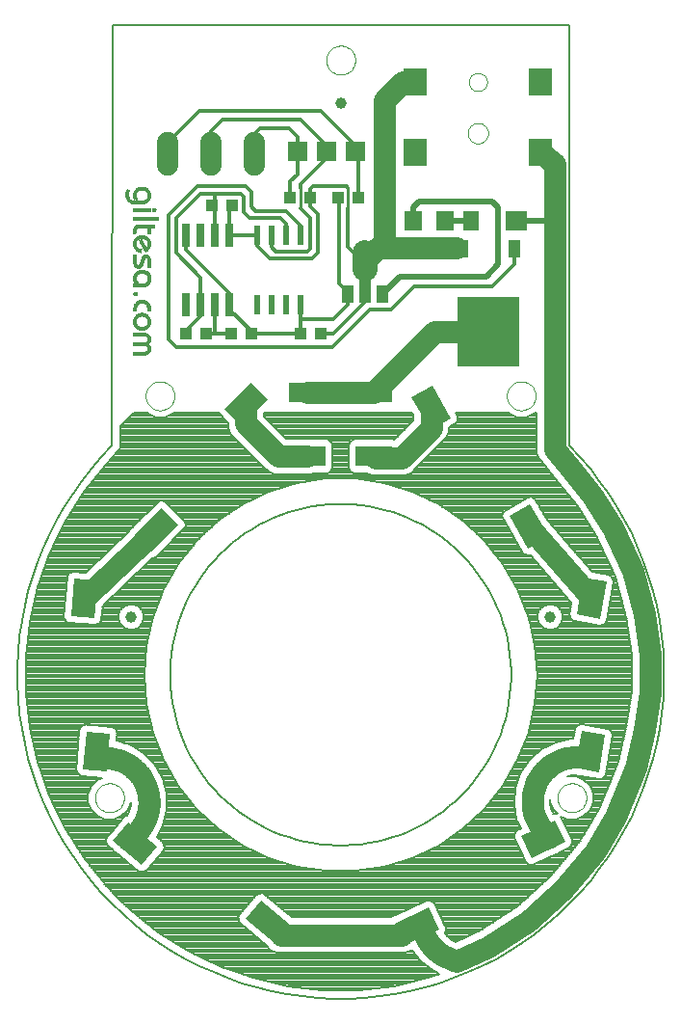
<source format=gtl>
G75*
G70*
%OFA0B0*%
%FSLAX24Y24*%
%IPPOS*%
%LPD*%
%AMOC8*
5,1,8,0,0,1.08239X$1,22.5*
%
%ADD10C,0.0080*%
%ADD11C,0.0000*%
%ADD12R,0.1299X0.0827*%
%ADD13C,0.0394*%
%ADD14R,0.0260X0.0800*%
%ADD15R,0.0394X0.0433*%
%ADD16R,0.0630X0.0709*%
%ADD17R,0.0520X0.0661*%
%ADD18R,0.0728X0.0661*%
%ADD19R,0.0394X0.0591*%
%ADD20R,0.0394X0.0787*%
%ADD21C,0.0866*%
%ADD22R,0.0394X0.0630*%
%ADD23R,0.2126X0.2441*%
%ADD24R,0.0240X0.0700*%
%ADD25R,0.1260X0.0709*%
%ADD26R,0.0787X0.0945*%
%ADD27R,0.0650X0.0650*%
%ADD28R,0.0002X0.0062*%
%ADD29R,0.0002X0.0105*%
%ADD30R,0.0002X0.0133*%
%ADD31R,0.0002X0.0159*%
%ADD32R,0.0002X0.0179*%
%ADD33R,0.0002X0.0199*%
%ADD34R,0.0002X0.0215*%
%ADD35R,0.0002X0.0229*%
%ADD36R,0.0002X0.0246*%
%ADD37R,0.0002X0.0258*%
%ADD38R,0.0002X0.0272*%
%ADD39R,0.0002X0.0284*%
%ADD40R,0.0002X0.0296*%
%ADD41R,0.0002X0.0308*%
%ADD42R,0.0002X0.0320*%
%ADD43R,0.0002X0.0330*%
%ADD44R,0.0002X0.0340*%
%ADD45R,0.0002X0.0346*%
%ADD46R,0.0002X0.0350*%
%ADD47R,0.0002X0.0350*%
%ADD48R,0.0002X0.0354*%
%ADD49R,0.0002X0.0358*%
%ADD50R,0.0002X0.0360*%
%ADD51R,0.0002X0.0362*%
%ADD52R,0.0002X0.0366*%
%ADD53R,0.0002X0.0368*%
%ADD54R,0.0002X0.0368*%
%ADD55R,0.0002X0.0372*%
%ADD56R,0.0002X0.0374*%
%ADD57R,0.0002X0.0378*%
%ADD58R,0.0002X0.0378*%
%ADD59R,0.0002X0.0380*%
%ADD60R,0.0002X0.0382*%
%ADD61R,0.0002X0.0386*%
%ADD62R,0.0002X0.0386*%
%ADD63R,0.0002X0.0388*%
%ADD64R,0.0002X0.0390*%
%ADD65R,0.0002X0.0392*%
%ADD66R,0.0002X0.0392*%
%ADD67R,0.0002X0.0395*%
%ADD68R,0.0002X0.0397*%
%ADD69R,0.0002X0.0399*%
%ADD70R,0.0002X0.0399*%
%ADD71R,0.0002X0.0401*%
%ADD72R,0.0002X0.0403*%
%ADD73R,0.0002X0.0405*%
%ADD74R,0.0002X0.0405*%
%ADD75R,0.0002X0.0407*%
%ADD76R,0.0002X0.0409*%
%ADD77R,0.0002X0.0409*%
%ADD78R,0.0002X0.0411*%
%ADD79R,0.0002X0.0137*%
%ADD80R,0.0002X0.0213*%
%ADD81R,0.0002X0.0119*%
%ADD82R,0.0002X0.0197*%
%ADD83R,0.0002X0.0105*%
%ADD84R,0.0002X0.0189*%
%ADD85R,0.0002X0.0093*%
%ADD86R,0.0002X0.0181*%
%ADD87R,0.0002X0.0085*%
%ADD88R,0.0002X0.0175*%
%ADD89R,0.0002X0.0074*%
%ADD90R,0.0002X0.0167*%
%ADD91R,0.0002X0.0064*%
%ADD92R,0.0002X0.0163*%
%ADD93R,0.0002X0.0056*%
%ADD94R,0.0002X0.0159*%
%ADD95R,0.0002X0.0048*%
%ADD96R,0.0002X0.0155*%
%ADD97R,0.0002X0.0040*%
%ADD98R,0.0002X0.0151*%
%ADD99R,0.0002X0.0030*%
%ADD100R,0.0002X0.0149*%
%ADD101R,0.0002X0.0022*%
%ADD102R,0.0002X0.0145*%
%ADD103R,0.0002X0.0014*%
%ADD104R,0.0002X0.0143*%
%ADD105R,0.0002X0.0006*%
%ADD106R,0.0002X0.0139*%
%ADD107R,0.0002X0.0137*%
%ADD108R,0.0002X0.0133*%
%ADD109R,0.0002X0.0133*%
%ADD110R,0.0002X0.0129*%
%ADD111R,0.0002X0.0129*%
%ADD112R,0.0002X0.0127*%
%ADD113R,0.0002X0.0127*%
%ADD114R,0.0002X0.0125*%
%ADD115R,0.0002X0.0125*%
%ADD116R,0.0002X0.0123*%
%ADD117R,0.0002X0.0123*%
%ADD118R,0.0002X0.0121*%
%ADD119R,0.0002X0.0121*%
%ADD120R,0.0002X0.0119*%
%ADD121R,0.0002X0.0117*%
%ADD122R,0.0002X0.0115*%
%ADD123R,0.0002X0.0117*%
%ADD124R,0.0002X0.0115*%
%ADD125R,0.0002X0.0115*%
%ADD126R,0.0002X0.0113*%
%ADD127R,0.0002X0.0113*%
%ADD128R,0.0002X0.0113*%
%ADD129R,0.0002X0.0111*%
%ADD130R,0.0002X0.0111*%
%ADD131R,0.0002X0.0109*%
%ADD132R,0.0002X0.0109*%
%ADD133R,0.0002X0.0109*%
%ADD134R,0.0002X0.0107*%
%ADD135R,0.0002X0.0107*%
%ADD136R,0.0002X0.0107*%
%ADD137R,0.0002X0.0107*%
%ADD138R,0.0002X0.0105*%
%ADD139R,0.0002X0.0105*%
%ADD140R,0.0002X0.0105*%
%ADD141R,0.0002X0.0054*%
%ADD142R,0.0002X0.0062*%
%ADD143R,0.0002X0.0062*%
%ADD144R,0.0002X0.0085*%
%ADD145R,0.0002X0.0097*%
%ADD146R,0.0002X0.0093*%
%ADD147R,0.0002X0.0095*%
%ADD148R,0.0002X0.0020*%
%ADD149R,0.0002X0.0125*%
%ADD150R,0.0002X0.0107*%
%ADD151R,0.0002X0.0141*%
%ADD152R,0.0002X0.0133*%
%ADD153R,0.0002X0.0038*%
%ADD154R,0.0002X0.0137*%
%ADD155R,0.0002X0.0141*%
%ADD156R,0.0002X0.0157*%
%ADD157R,0.0002X0.0147*%
%ADD158R,0.0002X0.0050*%
%ADD159R,0.0002X0.0153*%
%ADD160R,0.0002X0.0173*%
%ADD161R,0.0002X0.0169*%
%ADD162R,0.0002X0.0169*%
%ADD163R,0.0002X0.0171*%
%ADD164R,0.0002X0.0185*%
%ADD165R,0.0002X0.0326*%
%ADD166R,0.0002X0.0171*%
%ADD167R,0.0002X0.0070*%
%ADD168R,0.0002X0.0131*%
%ADD169R,0.0002X0.0183*%
%ADD170R,0.0002X0.0183*%
%ADD171R,0.0002X0.0183*%
%ADD172R,0.0002X0.0199*%
%ADD173R,0.0002X0.0181*%
%ADD174R,0.0002X0.0074*%
%ADD175R,0.0002X0.0145*%
%ADD176R,0.0002X0.0195*%
%ADD177R,0.0002X0.0195*%
%ADD178R,0.0002X0.0193*%
%ADD179R,0.0002X0.0211*%
%ADD180R,0.0002X0.0352*%
%ADD181R,0.0002X0.0193*%
%ADD182R,0.0002X0.0083*%
%ADD183R,0.0002X0.0157*%
%ADD184R,0.0002X0.0207*%
%ADD185R,0.0002X0.0205*%
%ADD186R,0.0002X0.0201*%
%ADD187R,0.0002X0.0221*%
%ADD188R,0.0002X0.0360*%
%ADD189R,0.0002X0.0203*%
%ADD190R,0.0002X0.0087*%
%ADD191R,0.0002X0.0165*%
%ADD192R,0.0002X0.0217*%
%ADD193R,0.0002X0.0217*%
%ADD194R,0.0002X0.0207*%
%ADD195R,0.0002X0.0231*%
%ADD196R,0.0002X0.0366*%
%ADD197R,0.0002X0.0091*%
%ADD198R,0.0002X0.0175*%
%ADD199R,0.0002X0.0229*%
%ADD200R,0.0002X0.0225*%
%ADD201R,0.0002X0.0213*%
%ADD202R,0.0002X0.0242*%
%ADD203R,0.0002X0.0372*%
%ADD204R,0.0002X0.0221*%
%ADD205R,0.0002X0.0097*%
%ADD206R,0.0002X0.0238*%
%ADD207R,0.0002X0.0237*%
%ADD208R,0.0002X0.0252*%
%ADD209R,0.0002X0.0378*%
%ADD210R,0.0002X0.0101*%
%ADD211R,0.0002X0.0187*%
%ADD212R,0.0002X0.0248*%
%ADD213R,0.0002X0.0246*%
%ADD214R,0.0002X0.0223*%
%ADD215R,0.0002X0.0260*%
%ADD216R,0.0002X0.0384*%
%ADD217R,0.0002X0.0238*%
%ADD218R,0.0002X0.0254*%
%ADD219R,0.0002X0.0227*%
%ADD220R,0.0002X0.0270*%
%ADD221R,0.0002X0.0246*%
%ADD222R,0.0002X0.0266*%
%ADD223R,0.0002X0.0262*%
%ADD224R,0.0002X0.0231*%
%ADD225R,0.0002X0.0280*%
%ADD226R,0.0002X0.0252*%
%ADD227R,0.0002X0.0205*%
%ADD228R,0.0002X0.0274*%
%ADD229R,0.0002X0.0270*%
%ADD230R,0.0002X0.0235*%
%ADD231R,0.0002X0.0288*%
%ADD232R,0.0002X0.0399*%
%ADD233R,0.0002X0.0260*%
%ADD234R,0.0002X0.0282*%
%ADD235R,0.0002X0.0278*%
%ADD236R,0.0002X0.0296*%
%ADD237R,0.0002X0.0215*%
%ADD238R,0.0002X0.0290*%
%ADD239R,0.0002X0.0286*%
%ADD240R,0.0002X0.0241*%
%ADD241R,0.0002X0.0300*%
%ADD242R,0.0002X0.0405*%
%ADD243R,0.0002X0.0272*%
%ADD244R,0.0002X0.0121*%
%ADD245R,0.0002X0.0221*%
%ADD246R,0.0002X0.0298*%
%ADD247R,0.0002X0.0292*%
%ADD248R,0.0002X0.0244*%
%ADD249R,0.0002X0.0308*%
%ADD250R,0.0002X0.0123*%
%ADD251R,0.0002X0.0304*%
%ADD252R,0.0002X0.0294*%
%ADD253R,0.0002X0.0316*%
%ADD254R,0.0002X0.0411*%
%ADD255R,0.0002X0.0312*%
%ADD256R,0.0002X0.0250*%
%ADD257R,0.0002X0.0324*%
%ADD258R,0.0002X0.0415*%
%ADD259R,0.0002X0.0292*%
%ADD260R,0.0002X0.0233*%
%ADD261R,0.0002X0.0318*%
%ADD262R,0.0002X0.0302*%
%ADD263R,0.0002X0.0328*%
%ADD264R,0.0002X0.0417*%
%ADD265R,0.0002X0.0324*%
%ADD266R,0.0002X0.0256*%
%ADD267R,0.0002X0.0336*%
%ADD268R,0.0002X0.0421*%
%ADD269R,0.0002X0.0131*%
%ADD270R,0.0002X0.0330*%
%ADD271R,0.0002X0.0258*%
%ADD272R,0.0002X0.0340*%
%ADD273R,0.0002X0.0423*%
%ADD274R,0.0002X0.0135*%
%ADD275R,0.0002X0.0338*%
%ADD276R,0.0002X0.0310*%
%ADD277R,0.0002X0.0348*%
%ADD278R,0.0002X0.0425*%
%ADD279R,0.0002X0.0342*%
%ADD280R,0.0002X0.0314*%
%ADD281R,0.0002X0.0262*%
%ADD282R,0.0002X0.0429*%
%ADD283R,0.0002X0.0320*%
%ADD284R,0.0002X0.0316*%
%ADD285R,0.0002X0.0264*%
%ADD286R,0.0002X0.0360*%
%ADD287R,0.0002X0.0431*%
%ADD288R,0.0002X0.0324*%
%ADD289R,0.0002X0.0139*%
%ADD290R,0.0002X0.0256*%
%ADD291R,0.0002X0.0318*%
%ADD292R,0.0002X0.0266*%
%ADD293R,0.0002X0.0364*%
%ADD294R,0.0002X0.0433*%
%ADD295R,0.0002X0.0139*%
%ADD296R,0.0002X0.0360*%
%ADD297R,0.0002X0.0322*%
%ADD298R,0.0002X0.0268*%
%ADD299R,0.0002X0.0370*%
%ADD300R,0.0002X0.0435*%
%ADD301R,0.0002X0.0330*%
%ADD302R,0.0002X0.0376*%
%ADD303R,0.0002X0.0437*%
%ADD304R,0.0002X0.0332*%
%ADD305R,0.0002X0.0141*%
%ADD306R,0.0002X0.0326*%
%ADD307R,0.0002X0.0272*%
%ADD308R,0.0002X0.0380*%
%ADD309R,0.0002X0.0439*%
%ADD310R,0.0002X0.0334*%
%ADD311R,0.0002X0.0143*%
%ADD312R,0.0002X0.0268*%
%ADD313R,0.0002X0.0376*%
%ADD314R,0.0002X0.0274*%
%ADD315R,0.0002X0.0441*%
%ADD316R,0.0002X0.0382*%
%ADD317R,0.0002X0.0276*%
%ADD318R,0.0002X0.0391*%
%ADD319R,0.0002X0.0443*%
%ADD320R,0.0002X0.0340*%
%ADD321R,0.0002X0.0274*%
%ADD322R,0.0002X0.0334*%
%ADD323R,0.0002X0.0445*%
%ADD324R,0.0002X0.0342*%
%ADD325R,0.0002X0.0278*%
%ADD326R,0.0002X0.0401*%
%ADD327R,0.0002X0.0445*%
%ADD328R,0.0002X0.0344*%
%ADD329R,0.0002X0.0395*%
%ADD330R,0.0002X0.0280*%
%ADD331R,0.0002X0.0447*%
%ADD332R,0.0002X0.0409*%
%ADD333R,0.0002X0.0449*%
%ADD334R,0.0002X0.0348*%
%ADD335R,0.0002X0.0407*%
%ADD336R,0.0002X0.0344*%
%ADD337R,0.0002X0.0415*%
%ADD338R,0.0002X0.0451*%
%ADD339R,0.0002X0.0350*%
%ADD340R,0.0002X0.0411*%
%ADD341R,0.0002X0.0346*%
%ADD342R,0.0002X0.0284*%
%ADD343R,0.0002X0.0419*%
%ADD344R,0.0002X0.0451*%
%ADD345R,0.0002X0.0352*%
%ADD346R,0.0002X0.0290*%
%ADD347R,0.0002X0.0415*%
%ADD348R,0.0002X0.0286*%
%ADD349R,0.0002X0.0423*%
%ADD350R,0.0002X0.0453*%
%ADD351R,0.0002X0.0354*%
%ADD352R,0.0002X0.0292*%
%ADD353R,0.0002X0.0419*%
%ADD354R,0.0002X0.0427*%
%ADD355R,0.0002X0.0455*%
%ADD356R,0.0002X0.0356*%
%ADD357R,0.0002X0.0288*%
%ADD358R,0.0002X0.0431*%
%ADD359R,0.0002X0.0358*%
%ADD360R,0.0002X0.0296*%
%ADD361R,0.0002X0.0290*%
%ADD362R,0.0002X0.0435*%
%ADD363R,0.0002X0.0457*%
%ADD364R,0.0002X0.0300*%
%ADD365R,0.0002X0.0356*%
%ADD366R,0.0002X0.0290*%
%ADD367R,0.0002X0.0439*%
%ADD368R,0.0002X0.0457*%
%ADD369R,0.0002X0.0362*%
%ADD370R,0.0002X0.0302*%
%ADD371R,0.0002X0.0443*%
%ADD372R,0.0002X0.0459*%
%ADD373R,0.0002X0.0304*%
%ADD374R,0.0002X0.0447*%
%ADD375R,0.0002X0.0461*%
%ADD376R,0.0002X0.0306*%
%ADD377R,0.0002X0.0360*%
%ADD378R,0.0002X0.0294*%
%ADD379R,0.0002X0.0461*%
%ADD380R,0.0002X0.0368*%
%ADD381R,0.0002X0.0447*%
%ADD382R,0.0002X0.0463*%
%ADD383R,0.0002X0.0368*%
%ADD384R,0.0002X0.0457*%
%ADD385R,0.0002X0.0455*%
%ADD386R,0.0002X0.0372*%
%ADD387R,0.0002X0.0314*%
%ADD388R,0.0002X0.0203*%
%ADD389R,0.0002X0.0298*%
%ADD390R,0.0002X0.0201*%
%ADD391R,0.0002X0.0201*%
%ADD392R,0.0002X0.0465*%
%ADD393R,0.0002X0.0121*%
%ADD394R,0.0002X0.0316*%
%ADD395R,0.0002X0.0191*%
%ADD396R,0.0002X0.0298*%
%ADD397R,0.0002X0.0189*%
%ADD398R,0.0002X0.0465*%
%ADD399R,0.0002X0.0300*%
%ADD400R,0.0002X0.0181*%
%ADD401R,0.0002X0.0467*%
%ADD402R,0.0002X0.0103*%
%ADD403R,0.0002X0.0320*%
%ADD404R,0.0002X0.0177*%
%ADD405R,0.0002X0.0171*%
%ADD406R,0.0002X0.0079*%
%ADD407R,0.0002X0.0173*%
%ADD408R,0.0002X0.0169*%
%ADD409R,0.0002X0.0467*%
%ADD410R,0.0002X0.0171*%
%ADD411R,0.0002X0.0091*%
%ADD412R,0.0002X0.0324*%
%ADD413R,0.0002X0.0173*%
%ADD414R,0.0002X0.0072*%
%ADD415R,0.0002X0.0469*%
%ADD416R,0.0002X0.0163*%
%ADD417R,0.0002X0.0066*%
%ADD418R,0.0002X0.0165*%
%ADD419R,0.0002X0.0161*%
%ADD420R,0.0002X0.0149*%
%ADD421R,0.0002X0.0163*%
%ADD422R,0.0002X0.0081*%
%ADD423R,0.0002X0.0139*%
%ADD424R,0.0002X0.0076*%
%ADD425R,0.0002X0.0157*%
%ADD426R,0.0002X0.0058*%
%ADD427R,0.0002X0.0159*%
%ADD428R,0.0002X0.0155*%
%ADD429R,0.0002X0.0137*%
%ADD430R,0.0002X0.0159*%
%ADD431R,0.0002X0.0072*%
%ADD432R,0.0002X0.0195*%
%ADD433R,0.0002X0.0052*%
%ADD434R,0.0002X0.0127*%
%ADD435R,0.0002X0.0153*%
%ADD436R,0.0002X0.0155*%
%ADD437R,0.0002X0.0068*%
%ADD438R,0.0002X0.0189*%
%ADD439R,0.0002X0.0125*%
%ADD440R,0.0002X0.0151*%
%ADD441R,0.0002X0.0064*%
%ADD442R,0.0002X0.0044*%
%ADD443R,0.0002X0.0123*%
%ADD444R,0.0002X0.0103*%
%ADD445R,0.0002X0.0179*%
%ADD446R,0.0002X0.0147*%
%ADD447R,0.0002X0.0040*%
%ADD448R,0.0002X0.0151*%
%ADD449R,0.0002X0.0125*%
%ADD450R,0.0002X0.0099*%
%ADD451R,0.0002X0.0175*%
%ADD452R,0.0002X0.0145*%
%ADD453R,0.0002X0.0036*%
%ADD454R,0.0002X0.0056*%
%ADD455R,0.0002X0.0095*%
%ADD456R,0.0002X0.0032*%
%ADD457R,0.0002X0.0117*%
%ADD458R,0.0002X0.0052*%
%ADD459R,0.0002X0.0028*%
%ADD460R,0.0002X0.0115*%
%ADD461R,0.0002X0.0050*%
%ADD462R,0.0002X0.0141*%
%ADD463R,0.0002X0.0024*%
%ADD464R,0.0002X0.0117*%
%ADD465R,0.0002X0.0046*%
%ADD466R,0.0002X0.0119*%
%ADD467R,0.0002X0.0074*%
%ADD468R,0.0002X0.0143*%
%ADD469R,0.0002X0.0137*%
%ADD470R,0.0002X0.0016*%
%ADD471R,0.0002X0.0042*%
%ADD472R,0.0002X0.0135*%
%ADD473R,0.0002X0.0012*%
%ADD474R,0.0002X0.0038*%
%ADD475R,0.0002X0.0058*%
%ADD476R,0.0002X0.0010*%
%ADD477R,0.0002X0.0135*%
%ADD478R,0.0002X0.0115*%
%ADD479R,0.0002X0.0135*%
%ADD480R,0.0002X0.0036*%
%ADD481R,0.0002X0.0153*%
%ADD482R,0.0002X0.0034*%
%ADD483R,0.0002X0.0034*%
%ADD484R,0.0002X0.0002*%
%ADD485R,0.0002X0.0133*%
%ADD486R,0.0002X0.0030*%
%ADD487R,0.0002X0.0149*%
%ADD488R,0.0002X0.0129*%
%ADD489R,0.0002X0.0131*%
%ADD490R,0.0002X0.0028*%
%ADD491R,0.0002X0.0024*%
%ADD492R,0.0002X0.0022*%
%ADD493R,0.0002X0.0020*%
%ADD494R,0.0002X0.0018*%
%ADD495R,0.0002X0.0121*%
%ADD496R,0.0002X0.0012*%
%ADD497R,0.0002X0.0127*%
%ADD498R,0.0002X0.0010*%
%ADD499R,0.0002X0.0008*%
%ADD500R,0.0002X0.0006*%
%ADD501R,0.0002X0.0119*%
%ADD502R,0.0002X0.0004*%
%ADD503R,0.0002X0.0002*%
%ADD504R,0.0002X0.0117*%
%ADD505R,0.0002X0.0004*%
%ADD506R,0.0002X0.0111*%
%ADD507R,0.0002X0.0111*%
%ADD508R,0.0002X0.0018*%
%ADD509R,0.0002X0.0109*%
%ADD510R,0.0002X0.0022*%
%ADD511R,0.0002X0.0042*%
%ADD512R,0.0002X0.0046*%
%ADD513R,0.0002X0.0056*%
%ADD514R,0.0002X0.0161*%
%ADD515R,0.0002X0.0070*%
%ADD516R,0.0002X0.0109*%
%ADD517R,0.0002X0.0185*%
%ADD518R,0.0002X0.0089*%
%ADD519R,0.0002X0.0093*%
%ADD520R,0.0002X0.0099*%
%ADD521R,0.0002X0.0211*%
%ADD522R,0.0002X0.0231*%
%ADD523R,0.0002X0.0240*%
%ADD524R,0.0002X0.0149*%
%ADD525R,0.0002X0.0264*%
%ADD526R,0.0002X0.0268*%
%ADD527R,0.0002X0.0272*%
%ADD528R,0.0002X0.0167*%
%ADD529R,0.0002X0.0068*%
%ADD530R,0.0002X0.0284*%
%ADD531R,0.0002X0.0018*%
%ADD532R,0.0002X0.0185*%
%ADD533R,0.0002X0.0002*%
%ADD534R,0.0002X0.0197*%
%ADD535R,0.0002X0.0197*%
%ADD536R,0.0002X0.0310*%
%ADD537R,0.0002X0.0199*%
%ADD538R,0.0002X0.0310*%
%ADD539R,0.0002X0.0312*%
%ADD540R,0.0002X0.0312*%
%ADD541R,0.0002X0.0310*%
%ADD542R,0.0002X0.0306*%
%ADD543R,0.0002X0.0199*%
%ADD544R,0.0002X0.0197*%
%ADD545R,0.0002X0.0296*%
%ADD546R,0.0002X0.0254*%
%ADD547R,0.0002X0.0225*%
%ADD548R,0.0002X0.0219*%
%ADD549R,0.0002X0.0157*%
%ADD550R,0.0002X0.0107*%
%ADD551R,0.0002X0.0117*%
%ADD552R,0.0002X0.0197*%
%ADD553R,0.0002X0.0141*%
%ADD554R,0.0002X0.0111*%
%ADD555R,0.0002X0.0119*%
%ADD556R,0.0002X0.0111*%
%ADD557R,0.0002X0.0123*%
%ADD558R,0.0002X0.0197*%
%ADD559R,0.0002X0.0121*%
%ADD560R,0.0002X0.0119*%
%ADD561R,0.0002X0.0127*%
%ADD562R,0.0002X0.0193*%
%ADD563R,0.0002X0.0187*%
%ADD564R,0.0002X0.0131*%
%ADD565R,0.0002X0.0125*%
%ADD566R,0.0002X0.0123*%
%ADD567R,0.0002X0.0177*%
%ADD568R,0.0002X0.0127*%
%ADD569R,0.0002X0.0163*%
%ADD570R,0.0002X0.0135*%
%ADD571R,0.0002X0.0129*%
%ADD572R,0.0002X0.0143*%
%ADD573R,0.0002X0.0139*%
%ADD574R,0.0002X0.0135*%
%ADD575R,0.0002X0.0115*%
%ADD576R,0.0002X0.0129*%
%ADD577R,0.0002X0.0137*%
%ADD578R,0.0002X0.0131*%
%ADD579R,0.0002X0.0141*%
%ADD580R,0.0002X0.0153*%
%ADD581R,0.0002X0.0151*%
%ADD582R,0.0002X0.0155*%
%ADD583R,0.0002X0.0159*%
%ADD584R,0.0002X0.0161*%
%ADD585R,0.0002X0.0143*%
%ADD586R,0.0002X0.0147*%
%ADD587R,0.0002X0.0165*%
%ADD588R,0.0002X0.0167*%
%ADD589R,0.0002X0.0167*%
%ADD590R,0.0002X0.0153*%
%ADD591R,0.0002X0.0175*%
%ADD592R,0.0002X0.0149*%
%ADD593R,0.0002X0.0179*%
%ADD594R,0.0002X0.0153*%
%ADD595R,0.0002X0.0191*%
%ADD596R,0.0002X0.0161*%
%ADD597R,0.0002X0.0195*%
%ADD598R,0.0002X0.0199*%
%ADD599R,0.0002X0.0163*%
%ADD600R,0.0002X0.0207*%
%ADD601R,0.0002X0.0167*%
%ADD602R,0.0002X0.0173*%
%ADD603R,0.0002X0.0316*%
%ADD604R,0.0002X0.0171*%
%ADD605R,0.0002X0.0441*%
%ADD606R,0.0002X0.0177*%
%ADD607R,0.0002X0.0322*%
%ADD608R,0.0002X0.0173*%
%ADD609R,0.0002X0.0229*%
%ADD610R,0.0002X0.0441*%
%ADD611R,0.0002X0.0185*%
%ADD612R,0.0002X0.0320*%
%ADD613R,0.0002X0.0147*%
%ADD614R,0.0002X0.0240*%
%ADD615R,0.0002X0.0179*%
%ADD616R,0.0002X0.0264*%
%ADD617R,0.0002X0.0199*%
%ADD618R,0.0002X0.0201*%
%ADD619R,0.0002X0.0439*%
%ADD620R,0.0002X0.0205*%
%ADD621R,0.0002X0.0211*%
%ADD622R,0.0002X0.0201*%
%ADD623R,0.0002X0.0165*%
%ADD624R,0.0002X0.0286*%
%ADD625R,0.0002X0.0449*%
%ADD626R,0.0002X0.0437*%
%ADD627R,0.0002X0.0473*%
%ADD628R,0.0002X0.0314*%
%ADD629R,0.0002X0.0455*%
%ADD630R,0.0002X0.0702*%
%ADD631R,0.0002X0.0700*%
%ADD632R,0.0002X0.0698*%
%ADD633R,0.0002X0.0445*%
%ADD634R,0.0002X0.0435*%
%ADD635R,0.0002X0.0463*%
%ADD636R,0.0002X0.0308*%
%ADD637R,0.0002X0.0447*%
%ADD638R,0.0002X0.0694*%
%ADD639R,0.0002X0.0433*%
%ADD640R,0.0002X0.0459*%
%ADD641R,0.0002X0.0443*%
%ADD642R,0.0002X0.0694*%
%ADD643R,0.0002X0.0431*%
%ADD644R,0.0002X0.0690*%
%ADD645R,0.0002X0.0427*%
%ADD646R,0.0002X0.0686*%
%ADD647R,0.0002X0.0423*%
%ADD648R,0.0002X0.0429*%
%ADD649R,0.0002X0.0431*%
%ADD650R,0.0002X0.0449*%
%ADD651R,0.0002X0.0298*%
%ADD652R,0.0002X0.0686*%
%ADD653R,0.0002X0.0425*%
%ADD654R,0.0002X0.0429*%
%ADD655R,0.0002X0.0427*%
%ADD656R,0.0002X0.0682*%
%ADD657R,0.0002X0.0421*%
%ADD658R,0.0002X0.0441*%
%ADD659R,0.0002X0.0678*%
%ADD660R,0.0002X0.0676*%
%ADD661R,0.0002X0.0407*%
%ADD662R,0.0002X0.0413*%
%ADD663R,0.0002X0.0425*%
%ADD664R,0.0002X0.0433*%
%ADD665R,0.0002X0.0290*%
%ADD666R,0.0002X0.0415*%
%ADD667R,0.0002X0.0336*%
%ADD668R,0.0002X0.0336*%
%ADD669R,0.0002X0.0403*%
%ADD670R,0.0002X0.0423*%
%ADD671R,0.0002X0.0429*%
%ADD672R,0.0002X0.0286*%
%ADD673R,0.0002X0.0411*%
%ADD674R,0.0002X0.0332*%
%ADD675R,0.0002X0.0399*%
%ADD676R,0.0002X0.0328*%
%ADD677R,0.0002X0.0394*%
%ADD678R,0.0002X0.0390*%
%ADD679R,0.0002X0.0397*%
%ADD680R,0.0002X0.0419*%
%ADD681R,0.0002X0.0417*%
%ADD682R,0.0002X0.0278*%
%ADD683R,0.0002X0.0395*%
%ADD684R,0.0002X0.0324*%
%ADD685R,0.0002X0.0386*%
%ADD686R,0.0002X0.0417*%
%ADD687R,0.0002X0.0413*%
%ADD688R,0.0002X0.0276*%
%ADD689R,0.0002X0.0391*%
%ADD690R,0.0002X0.0382*%
%ADD691R,0.0002X0.0316*%
%ADD692R,0.0002X0.0413*%
%ADD693R,0.0002X0.0372*%
%ADD694R,0.0002X0.0396*%
%ADD695R,0.0002X0.0268*%
%ADD696R,0.0002X0.0376*%
%ADD697R,0.0002X0.0370*%
%ADD698R,0.0002X0.0304*%
%ADD699R,0.0002X0.0380*%
%ADD700R,0.0002X0.0352*%
%ADD701R,0.0002X0.0356*%
%ADD702R,0.0002X0.0403*%
%ADD703R,0.0002X0.0376*%
%ADD704R,0.0002X0.0256*%
%ADD705R,0.0002X0.0354*%
%ADD706R,0.0002X0.0294*%
%ADD707R,0.0002X0.0292*%
%ADD708R,0.0002X0.0350*%
%ADD709R,0.0002X0.0350*%
%ADD710R,0.0002X0.0288*%
%ADD711R,0.0002X0.0346*%
%ADD712R,0.0002X0.0364*%
%ADD713R,0.0002X0.0334*%
%ADD714R,0.0002X0.0280*%
%ADD715R,0.0002X0.0328*%
%ADD716R,0.0002X0.0334*%
%ADD717R,0.0002X0.0242*%
%ADD718R,0.0002X0.0330*%
%ADD719R,0.0002X0.0274*%
%ADD720R,0.0002X0.0276*%
%ADD721R,0.0002X0.0388*%
%ADD722R,0.0002X0.0237*%
%ADD723R,0.0002X0.0270*%
%ADD724R,0.0002X0.0270*%
%ADD725R,0.0002X0.0264*%
%ADD726R,0.0002X0.0304*%
%ADD727R,0.0002X0.0380*%
%ADD728R,0.0002X0.0326*%
%ADD729R,0.0002X0.0225*%
%ADD730R,0.0002X0.0254*%
%ADD731R,0.0002X0.0300*%
%ADD732R,0.0002X0.0298*%
%ADD733R,0.0002X0.0250*%
%ADD734R,0.0002X0.0248*%
%ADD735R,0.0002X0.0244*%
%ADD736R,0.0002X0.0274*%
%ADD737R,0.0002X0.0362*%
%ADD738R,0.0002X0.0296*%
%ADD739R,0.0002X0.0205*%
%ADD740R,0.0002X0.0229*%
%ADD741R,0.0002X0.0231*%
%ADD742R,0.0002X0.0266*%
%ADD743R,0.0002X0.0358*%
%ADD744R,0.0002X0.0223*%
%ADD745R,0.0002X0.0215*%
%ADD746R,0.0002X0.0209*%
%ADD747R,0.0002X0.0240*%
%ADD748R,0.0002X0.0244*%
%ADD749R,0.0002X0.0340*%
%ADD750R,0.0002X0.0262*%
%ADD751R,0.0002X0.0238*%
%ADD752R,0.0002X0.0229*%
%ADD753R,0.0002X0.0231*%
%ADD754R,0.0002X0.0229*%
%ADD755R,0.0002X0.0219*%
%ADD756R,0.0002X0.0223*%
%ADD757R,0.0002X0.0183*%
%ADD758R,0.0002X0.0215*%
%ADD759R,0.0002X0.0195*%
%ADD760R,0.0002X0.0203*%
%ADD761R,0.0002X0.0187*%
%ADD762R,0.0002X0.0169*%
%ADD763R,0.0002X0.0143*%
%ADD764R,0.0002X0.0155*%
%ADD765R,0.0002X0.0095*%
%ADD766R,0.0002X0.0078*%
%ADD767R,0.0002X0.0081*%
%ADD768R,0.0002X0.0072*%
%ADD769R,0.0002X0.0020*%
%ADD770R,0.0002X0.0050*%
%ADD771R,0.0002X0.0060*%
%ADD772R,0.0002X0.0066*%
%ADD773R,0.0002X0.0079*%
%ADD774R,0.0002X0.0089*%
%ADD775R,0.0002X0.0091*%
%ADD776R,0.0002X0.0095*%
%ADD777R,0.0002X0.0099*%
%ADD778R,0.0002X0.0103*%
%ADD779R,0.0002X0.0101*%
%ADD780R,0.0002X0.0087*%
%ADD781R,0.0002X0.0074*%
%ADD782R,0.0002X0.0062*%
%ADD783R,0.0002X0.0054*%
%ADD784R,0.0002X0.0044*%
%ADD785R,0.0002X0.0030*%
%ADD786C,0.0675*%
%ADD787C,0.0760*%
%ADD788C,0.0140*%
%ADD789C,0.0100*%
%ADD790C,0.0200*%
%ADD791C,0.0700*%
%ADD792C,0.0400*%
D10*
X002906Y004484D02*
X018635Y004484D01*
X018583Y004423D02*
X017451Y003385D01*
X016134Y002538D01*
X015310Y002164D01*
X015180Y002230D01*
X015003Y002373D01*
X014930Y002463D01*
X014940Y002474D01*
X014973Y002564D01*
X014969Y002659D01*
X014579Y003495D01*
X014509Y003560D01*
X014419Y003592D01*
X014323Y003588D01*
X013089Y003012D01*
X009635Y003012D01*
X008683Y003811D01*
X008592Y003840D01*
X008497Y003831D01*
X008412Y003787D01*
X007820Y003081D01*
X007791Y002990D01*
X007799Y002895D01*
X007843Y002810D01*
X008732Y002064D01*
X008742Y002041D01*
X008916Y001867D01*
X009144Y001772D01*
X013555Y001772D01*
X013782Y001867D01*
X013801Y001885D01*
X013809Y001868D01*
X014117Y001487D01*
X014117Y001487D01*
X014117Y001487D01*
X014498Y001179D01*
X014754Y001049D01*
X014352Y000908D01*
X013159Y000635D01*
X011943Y000498D01*
X010719Y000498D01*
X009504Y000635D01*
X008311Y000908D01*
X007156Y001312D01*
X006053Y001843D01*
X005017Y002494D01*
X004061Y003257D01*
X003616Y003677D01*
X003616Y003677D01*
X003195Y004122D01*
X002432Y005078D01*
X001781Y006114D01*
X001251Y007217D01*
X000846Y008372D01*
X000574Y009565D01*
X000437Y010781D01*
X000437Y012004D01*
X000574Y013220D01*
X000846Y014413D01*
X001251Y015568D01*
X001781Y016670D01*
X002432Y017706D01*
X003195Y018663D01*
X003616Y019108D01*
X003655Y019147D01*
X003655Y019147D01*
X003655Y019147D01*
X003676Y019198D01*
X003698Y019250D01*
X003698Y019250D01*
X003698Y019250D01*
X003698Y019306D01*
X003698Y019984D01*
X004162Y020442D01*
X004628Y020442D01*
X004662Y020409D01*
X004934Y020296D01*
X005228Y020296D01*
X005500Y020409D01*
X005534Y020442D01*
X007091Y020442D01*
X007093Y020438D01*
X007428Y020102D01*
X007428Y019952D01*
X007522Y019725D01*
X008654Y018592D01*
X008829Y018418D01*
X009057Y018324D01*
X010311Y018324D01*
X010373Y018349D01*
X010865Y018349D01*
X010953Y018386D01*
X011021Y018453D01*
X011057Y018542D01*
X011057Y019346D01*
X011021Y019434D01*
X010953Y019501D01*
X010865Y019538D01*
X010373Y019538D01*
X010311Y019564D01*
X009437Y019564D01*
X008668Y020333D01*
X008668Y020437D01*
X008674Y020442D01*
X013814Y020442D01*
X013843Y020391D01*
X013843Y020181D01*
X013186Y019524D01*
X013153Y019538D01*
X011797Y019538D01*
X011709Y019501D01*
X011642Y019434D01*
X011605Y019346D01*
X011605Y018542D01*
X011642Y018453D01*
X011709Y018386D01*
X011797Y018349D01*
X012217Y018349D01*
X012403Y018272D01*
X013555Y018272D01*
X013782Y018367D01*
X013957Y018541D01*
X014989Y019573D01*
X015083Y019801D01*
X015083Y019955D01*
X015307Y020085D01*
X015365Y020160D01*
X015390Y020252D01*
X015378Y020347D01*
X015323Y020442D01*
X017128Y020442D01*
X017162Y020409D01*
X017434Y020296D01*
X017728Y020296D01*
X018000Y020409D01*
X018034Y020442D01*
X018111Y020442D01*
X018111Y019221D01*
X018103Y019126D01*
X018111Y019098D01*
X018111Y019069D01*
X018148Y018981D01*
X018176Y018890D01*
X018195Y018868D01*
X018206Y018841D01*
X018273Y018774D01*
X018751Y018200D01*
X019526Y017231D01*
X020186Y016194D01*
X020846Y014780D01*
X021223Y013368D01*
X021411Y012048D01*
X021411Y010840D01*
X021222Y009609D01*
X020939Y008381D01*
X020274Y006768D01*
X019623Y005652D01*
X018583Y004423D01*
X018565Y004406D02*
X002969Y004406D01*
X003031Y004327D02*
X018479Y004327D01*
X018393Y004249D02*
X003094Y004249D01*
X003157Y004170D02*
X018308Y004170D01*
X018222Y004092D02*
X003224Y004092D01*
X003298Y004013D02*
X018137Y004013D01*
X018051Y003935D02*
X003372Y003935D01*
X003446Y003856D02*
X017965Y003856D01*
X017880Y003778D02*
X008723Y003778D01*
X008816Y003699D02*
X017794Y003699D01*
X017708Y003621D02*
X008910Y003621D01*
X009003Y003542D02*
X014225Y003542D01*
X014057Y003464D02*
X009097Y003464D01*
X009190Y003385D02*
X013889Y003385D01*
X013720Y003307D02*
X009284Y003307D01*
X009378Y003228D02*
X013552Y003228D01*
X013384Y003150D02*
X009471Y003150D01*
X009565Y003071D02*
X013215Y003071D01*
X013658Y001815D02*
X013852Y001815D01*
X013809Y001868D02*
X013809Y001868D01*
X013915Y001737D02*
X006273Y001737D01*
X006436Y001658D02*
X013979Y001658D01*
X014042Y001580D02*
X006599Y001580D01*
X006762Y001501D02*
X014106Y001501D01*
X014197Y001423D02*
X006925Y001423D01*
X007088Y001344D02*
X014294Y001344D01*
X014391Y001266D02*
X007287Y001266D01*
X007511Y001187D02*
X014488Y001187D01*
X014498Y001179D02*
X014498Y001179D01*
X014636Y001109D02*
X007735Y001109D01*
X007960Y001030D02*
X014703Y001030D01*
X014478Y000952D02*
X008184Y000952D01*
X008461Y000873D02*
X014202Y000873D01*
X013858Y000795D02*
X008805Y000795D01*
X009149Y000716D02*
X013514Y000716D01*
X013170Y000638D02*
X009492Y000638D01*
X010178Y000559D02*
X012485Y000559D01*
X014703Y003228D02*
X017207Y003228D01*
X017085Y003150D02*
X014740Y003150D01*
X014777Y003071D02*
X016963Y003071D01*
X016841Y002993D02*
X014813Y002993D01*
X014850Y002914D02*
X016719Y002914D01*
X016597Y002836D02*
X014886Y002836D01*
X014923Y002757D02*
X016475Y002757D01*
X016353Y002679D02*
X014960Y002679D01*
X014971Y002600D02*
X016230Y002600D01*
X016098Y002522D02*
X014958Y002522D01*
X014946Y002443D02*
X015925Y002443D01*
X015752Y002365D02*
X015014Y002365D01*
X015111Y002286D02*
X015580Y002286D01*
X015407Y002208D02*
X015224Y002208D01*
X014667Y003307D02*
X017329Y003307D01*
X017451Y003385D02*
X014630Y003385D01*
X014594Y003464D02*
X017537Y003464D01*
X017623Y003542D02*
X014527Y003542D01*
X013816Y005063D02*
X014731Y005503D01*
X015571Y006076D01*
X016316Y006767D01*
X016316Y006767D01*
X016950Y007562D01*
X017458Y008442D01*
X017829Y009388D01*
X018055Y010379D01*
X018131Y011392D01*
X018055Y012406D01*
X017829Y013397D01*
X017458Y014343D01*
X016950Y015223D01*
X016950Y015223D01*
X016316Y016018D01*
X015571Y016709D01*
X014731Y017281D01*
X014731Y017281D01*
X013816Y017722D01*
X013816Y017722D01*
X012844Y018022D01*
X011839Y018173D01*
X010823Y018173D01*
X009818Y018022D01*
X008847Y017722D01*
X007931Y017281D01*
X007091Y016709D01*
X006346Y016018D01*
X005713Y015223D01*
X005205Y014343D01*
X005205Y014343D01*
X004833Y013397D01*
X004607Y012406D01*
X004531Y011392D01*
X004607Y010379D01*
X004833Y009388D01*
X005205Y008442D01*
X005713Y007562D01*
X006346Y006767D01*
X006346Y006767D01*
X006346Y006767D01*
X007091Y006076D01*
X007091Y006076D01*
X007931Y005503D01*
X008847Y005063D01*
X009818Y004763D01*
X009818Y004763D01*
X010823Y004611D01*
X011839Y004611D01*
X012844Y004763D01*
X012844Y004763D01*
X013816Y005063D01*
X013816Y005063D01*
X013723Y005034D02*
X017676Y005034D01*
X017712Y004955D02*
X013468Y004955D01*
X013214Y004877D02*
X017776Y004877D01*
X017800Y004855D02*
X017889Y004822D01*
X017985Y004827D01*
X018773Y005194D01*
X018794Y005197D01*
X018840Y005225D01*
X018892Y005242D01*
X018911Y005259D01*
X019249Y005416D01*
X019313Y005486D01*
X019346Y005576D01*
X019342Y005672D01*
X018957Y006497D01*
X019184Y006402D01*
X019478Y006402D01*
X019750Y006515D01*
X019959Y006723D01*
X020071Y006995D01*
X020071Y007290D01*
X019959Y007562D01*
X019750Y007770D01*
X019478Y007882D01*
X019187Y007882D01*
X019411Y007932D01*
X019418Y007932D01*
X020272Y007781D01*
X020365Y007802D01*
X020443Y007857D01*
X020495Y007937D01*
X020737Y009311D01*
X020716Y009404D01*
X020661Y009482D01*
X020581Y009534D01*
X019673Y009694D01*
X019579Y009673D01*
X019501Y009618D01*
X019450Y009538D01*
X019387Y009181D01*
X019296Y009184D01*
X019296Y009184D01*
X018759Y009065D01*
X018270Y008815D01*
X017859Y008450D01*
X017553Y007994D01*
X017372Y007475D01*
X017326Y006928D01*
X017326Y006928D01*
X017420Y006386D01*
X017562Y006072D01*
X017432Y006011D01*
X017368Y005941D01*
X017335Y005851D01*
X017339Y005755D01*
X017729Y004920D01*
X017800Y004855D01*
X018093Y004877D02*
X018967Y004877D01*
X018901Y004798D02*
X012959Y004798D01*
X012559Y004720D02*
X018835Y004720D01*
X018768Y004641D02*
X012038Y004641D01*
X010624Y004641D02*
X004616Y004641D01*
X004604Y004627D02*
X005197Y005334D01*
X005226Y005425D01*
X005218Y005520D01*
X005174Y005605D01*
X004959Y005785D01*
X005185Y006201D01*
X005319Y006735D01*
X005319Y006735D01*
X005314Y007286D01*
X005171Y007817D01*
X004899Y008296D01*
X004515Y008691D01*
X004045Y008977D01*
X004045Y008977D01*
X003569Y009120D01*
X003593Y009384D01*
X003564Y009475D01*
X003502Y009548D01*
X003418Y009592D01*
X002499Y009672D01*
X002408Y009644D01*
X002335Y009582D01*
X002291Y009498D01*
X002204Y008509D01*
X002199Y008481D01*
X002201Y008472D01*
X002169Y008108D01*
X002198Y008017D01*
X000971Y008017D01*
X000998Y007938D02*
X002270Y007938D01*
X002259Y007944D02*
X002344Y007900D01*
X003072Y007836D01*
X002912Y007770D01*
X002704Y007562D01*
X002591Y007290D01*
X002591Y006995D01*
X002704Y006723D01*
X002912Y006515D01*
X003184Y006402D01*
X003478Y006402D01*
X003750Y006515D01*
X003959Y006723D01*
X004069Y006990D01*
X004070Y006883D01*
X004014Y006658D01*
X003940Y006524D01*
X003919Y006522D01*
X003834Y006478D01*
X003576Y006170D01*
X003545Y006150D01*
X003530Y006129D01*
X003509Y006113D01*
X003464Y006037D01*
X003241Y005771D01*
X003213Y005680D01*
X003221Y005585D01*
X003265Y005500D01*
X003487Y005314D01*
X003523Y005257D01*
X003545Y005241D01*
X003561Y005220D01*
X003645Y005171D01*
X003724Y005115D01*
X004334Y004604D01*
X004425Y004575D01*
X004520Y004583D01*
X004604Y004627D01*
X004682Y004720D02*
X010103Y004720D01*
X009703Y004798D02*
X004748Y004798D01*
X004814Y004877D02*
X009449Y004877D01*
X009194Y004955D02*
X004880Y004955D01*
X004946Y005034D02*
X008940Y005034D01*
X008847Y005063D02*
X008847Y005063D01*
X008743Y005112D02*
X005011Y005112D01*
X005077Y005191D02*
X008580Y005191D01*
X008417Y005269D02*
X005143Y005269D01*
X005202Y005348D02*
X008254Y005348D01*
X008091Y005426D02*
X005226Y005426D01*
X005219Y005505D02*
X007929Y005505D01*
X007931Y005503D02*
X007931Y005503D01*
X007814Y005583D02*
X005185Y005583D01*
X005105Y005662D02*
X007699Y005662D01*
X007584Y005740D02*
X005012Y005740D01*
X004977Y005819D02*
X007469Y005819D01*
X007353Y005897D02*
X005020Y005897D01*
X005062Y005976D02*
X007238Y005976D01*
X007123Y006054D02*
X005105Y006054D01*
X005148Y006133D02*
X007030Y006133D01*
X006946Y006211D02*
X005188Y006211D01*
X005185Y006201D02*
X005185Y006201D01*
X005207Y006290D02*
X006861Y006290D01*
X006776Y006368D02*
X005227Y006368D01*
X005247Y006447D02*
X006692Y006447D01*
X006607Y006525D02*
X005266Y006525D01*
X005286Y006604D02*
X006523Y006604D01*
X006438Y006682D02*
X005305Y006682D01*
X005318Y006761D02*
X006353Y006761D01*
X006289Y006839D02*
X005318Y006839D01*
X005317Y006918D02*
X006226Y006918D01*
X006164Y006996D02*
X005316Y006996D01*
X005316Y007075D02*
X006101Y007075D01*
X006039Y007153D02*
X005315Y007153D01*
X005314Y007232D02*
X005976Y007232D01*
X005913Y007310D02*
X005307Y007310D01*
X005314Y007286D02*
X005314Y007286D01*
X005286Y007389D02*
X005851Y007389D01*
X005788Y007467D02*
X005265Y007467D01*
X005244Y007546D02*
X005725Y007546D01*
X005713Y007562D02*
X005713Y007562D01*
X005677Y007624D02*
X005222Y007624D01*
X005201Y007703D02*
X005631Y007703D01*
X005586Y007781D02*
X005180Y007781D01*
X005171Y007817D02*
X005171Y007817D01*
X005146Y007860D02*
X005541Y007860D01*
X005495Y007938D02*
X005102Y007938D01*
X005057Y008017D02*
X005450Y008017D01*
X005405Y008095D02*
X005013Y008095D01*
X004968Y008174D02*
X005359Y008174D01*
X005314Y008252D02*
X004923Y008252D01*
X004899Y008296D02*
X004899Y008296D01*
X004865Y008331D02*
X005269Y008331D01*
X005223Y008409D02*
X004788Y008409D01*
X004712Y008488D02*
X005187Y008488D01*
X005205Y008442D02*
X005205Y008442D01*
X005156Y008566D02*
X004636Y008566D01*
X004560Y008645D02*
X005125Y008645D01*
X005094Y008723D02*
X004462Y008723D01*
X004515Y008691D02*
X004515Y008691D01*
X004333Y008802D02*
X005063Y008802D01*
X005033Y008880D02*
X004203Y008880D01*
X004074Y008959D02*
X005002Y008959D01*
X004971Y009037D02*
X003844Y009037D01*
X003583Y009116D02*
X004940Y009116D01*
X004909Y009194D02*
X003576Y009194D01*
X003583Y009273D02*
X004879Y009273D01*
X004848Y009351D02*
X003590Y009351D01*
X003578Y009430D02*
X004824Y009430D01*
X004833Y009388D02*
X004833Y009388D01*
X004806Y009508D02*
X003536Y009508D01*
X003427Y009587D02*
X004788Y009587D01*
X004770Y009665D02*
X002577Y009665D01*
X002477Y009665D02*
X000563Y009665D01*
X000572Y009587D02*
X002341Y009587D01*
X002296Y009508D02*
X000587Y009508D01*
X000605Y009430D02*
X002285Y009430D01*
X002278Y009351D02*
X000623Y009351D01*
X000641Y009273D02*
X002271Y009273D01*
X002264Y009194D02*
X000659Y009194D01*
X000677Y009116D02*
X002257Y009116D01*
X002251Y009037D02*
X000695Y009037D01*
X000712Y008959D02*
X002244Y008959D01*
X002237Y008880D02*
X000730Y008880D01*
X000748Y008802D02*
X002230Y008802D01*
X002223Y008723D02*
X000766Y008723D01*
X000784Y008645D02*
X002216Y008645D01*
X002209Y008566D02*
X000802Y008566D01*
X000820Y008488D02*
X002201Y008488D01*
X002196Y008409D02*
X000838Y008409D01*
X000861Y008331D02*
X002189Y008331D01*
X002182Y008252D02*
X000888Y008252D01*
X000916Y008174D02*
X002175Y008174D01*
X002173Y008095D02*
X000943Y008095D01*
X001026Y007860D02*
X002800Y007860D01*
X002940Y007781D02*
X001053Y007781D01*
X001080Y007703D02*
X002845Y007703D01*
X002767Y007624D02*
X001108Y007624D01*
X001135Y007546D02*
X002697Y007546D01*
X002665Y007467D02*
X001163Y007467D01*
X001190Y007389D02*
X002632Y007389D01*
X002600Y007310D02*
X001218Y007310D01*
X001245Y007232D02*
X002591Y007232D01*
X002591Y007153D02*
X001281Y007153D01*
X001319Y007075D02*
X002591Y007075D01*
X002591Y006996D02*
X001357Y006996D01*
X001395Y006918D02*
X002623Y006918D01*
X002656Y006839D02*
X001432Y006839D01*
X001470Y006761D02*
X002688Y006761D01*
X002745Y006682D02*
X001508Y006682D01*
X001546Y006604D02*
X002823Y006604D01*
X002902Y006525D02*
X001584Y006525D01*
X001621Y006447D02*
X003077Y006447D01*
X003586Y006447D02*
X003809Y006447D01*
X003761Y006525D02*
X003941Y006525D01*
X003984Y006604D02*
X003839Y006604D01*
X003918Y006682D02*
X004020Y006682D01*
X004039Y006761D02*
X003974Y006761D01*
X004007Y006839D02*
X004059Y006839D01*
X004069Y006918D02*
X004039Y006918D01*
X003743Y006368D02*
X001659Y006368D01*
X001697Y006290D02*
X003677Y006290D01*
X003611Y006211D02*
X001735Y006211D01*
X001773Y006133D02*
X003533Y006133D01*
X003475Y006054D02*
X001819Y006054D01*
X001869Y005976D02*
X003413Y005976D01*
X003347Y005897D02*
X001918Y005897D01*
X001967Y005819D02*
X003282Y005819D01*
X003232Y005740D02*
X002016Y005740D01*
X002066Y005662D02*
X003214Y005662D01*
X003222Y005583D02*
X002115Y005583D01*
X002164Y005505D02*
X003263Y005505D01*
X003353Y005426D02*
X002214Y005426D01*
X002263Y005348D02*
X003447Y005348D01*
X003515Y005269D02*
X002312Y005269D01*
X002362Y005191D02*
X003611Y005191D01*
X003727Y005112D02*
X002411Y005112D01*
X002468Y005034D02*
X003821Y005034D01*
X003914Y004955D02*
X002531Y004955D01*
X002593Y004877D02*
X004008Y004877D01*
X004102Y004798D02*
X002656Y004798D01*
X002718Y004720D02*
X004195Y004720D01*
X004289Y004641D02*
X002781Y004641D01*
X002844Y004563D02*
X018702Y004563D01*
X019034Y004955D02*
X018261Y004955D01*
X018429Y005034D02*
X019100Y005034D01*
X019167Y005112D02*
X018598Y005112D01*
X018766Y005191D02*
X019233Y005191D01*
X019300Y005269D02*
X018934Y005269D01*
X019103Y005348D02*
X019366Y005348D01*
X019432Y005426D02*
X019258Y005426D01*
X019320Y005505D02*
X019499Y005505D01*
X019565Y005583D02*
X019345Y005583D01*
X019342Y005662D02*
X019629Y005662D01*
X019675Y005740D02*
X019310Y005740D01*
X019273Y005819D02*
X019721Y005819D01*
X019766Y005897D02*
X019236Y005897D01*
X019200Y005976D02*
X019812Y005976D01*
X019858Y006054D02*
X019163Y006054D01*
X019126Y006133D02*
X019904Y006133D01*
X019950Y006211D02*
X019090Y006211D01*
X019053Y006290D02*
X019995Y006290D01*
X020041Y006368D02*
X019017Y006368D01*
X018980Y006447D02*
X019077Y006447D01*
X018840Y006587D02*
X018792Y006605D01*
X018696Y006600D01*
X018693Y006599D01*
X018622Y006756D01*
X018583Y006983D01*
X018591Y007088D01*
X018591Y006995D01*
X018704Y006723D01*
X018840Y006587D01*
X018823Y006604D02*
X018793Y006604D01*
X018778Y006604D02*
X018690Y006604D01*
X018655Y006682D02*
X018745Y006682D01*
X018688Y006761D02*
X018621Y006761D01*
X018607Y006839D02*
X018656Y006839D01*
X018623Y006918D02*
X018594Y006918D01*
X018584Y006996D02*
X018591Y006996D01*
X018590Y007075D02*
X018591Y007075D01*
X019586Y006447D02*
X020087Y006447D01*
X020133Y006525D02*
X019761Y006525D01*
X019839Y006604D02*
X020178Y006604D01*
X020224Y006682D02*
X019918Y006682D01*
X019974Y006761D02*
X020270Y006761D01*
X020304Y006839D02*
X020007Y006839D01*
X020039Y006918D02*
X020336Y006918D01*
X020368Y006996D02*
X020071Y006996D01*
X020071Y007075D02*
X020401Y007075D01*
X020433Y007153D02*
X020071Y007153D01*
X020071Y007232D02*
X020465Y007232D01*
X020498Y007310D02*
X020063Y007310D01*
X020030Y007389D02*
X020530Y007389D01*
X020562Y007467D02*
X019998Y007467D01*
X019965Y007546D02*
X020595Y007546D01*
X020627Y007624D02*
X019896Y007624D01*
X019817Y007703D02*
X020659Y007703D01*
X020691Y007781D02*
X020272Y007781D01*
X019722Y007781D01*
X019826Y007860D02*
X019533Y007860D01*
X019389Y009194D02*
X017753Y009194D01*
X017722Y009116D02*
X018987Y009116D01*
X018759Y009065D02*
X018759Y009065D01*
X018705Y009037D02*
X017691Y009037D01*
X017661Y008959D02*
X018551Y008959D01*
X018398Y008880D02*
X017630Y008880D01*
X017599Y008802D02*
X018255Y008802D01*
X018270Y008815D02*
X018270Y008815D01*
X018167Y008723D02*
X017568Y008723D01*
X017537Y008645D02*
X018078Y008645D01*
X017990Y008566D02*
X017507Y008566D01*
X017476Y008488D02*
X017902Y008488D01*
X017859Y008450D02*
X017859Y008450D01*
X017859Y008450D01*
X017832Y008409D02*
X017439Y008409D01*
X017394Y008331D02*
X017779Y008331D01*
X017727Y008252D02*
X017348Y008252D01*
X017303Y008174D02*
X017674Y008174D01*
X017621Y008095D02*
X017258Y008095D01*
X017212Y008017D02*
X017569Y008017D01*
X017553Y007994D02*
X017553Y007994D01*
X017534Y007938D02*
X017167Y007938D01*
X017122Y007860D02*
X017506Y007860D01*
X017479Y007781D02*
X017076Y007781D01*
X017031Y007703D02*
X017451Y007703D01*
X017424Y007624D02*
X016986Y007624D01*
X016937Y007546D02*
X017396Y007546D01*
X017372Y007475D02*
X017372Y007475D01*
X017371Y007467D02*
X016874Y007467D01*
X016812Y007389D02*
X017365Y007389D01*
X017358Y007310D02*
X016749Y007310D01*
X016687Y007232D02*
X017352Y007232D01*
X017345Y007153D02*
X016624Y007153D01*
X016561Y007075D02*
X017338Y007075D01*
X017332Y006996D02*
X016499Y006996D01*
X016436Y006918D02*
X017328Y006918D01*
X017342Y006839D02*
X016374Y006839D01*
X016309Y006761D02*
X017355Y006761D01*
X017369Y006682D02*
X016225Y006682D01*
X016140Y006604D02*
X017382Y006604D01*
X017396Y006525D02*
X016055Y006525D01*
X015971Y006447D02*
X017409Y006447D01*
X017420Y006386D02*
X017420Y006386D01*
X017428Y006368D02*
X015886Y006368D01*
X015802Y006290D02*
X017463Y006290D01*
X017499Y006211D02*
X015717Y006211D01*
X015632Y006133D02*
X017534Y006133D01*
X017526Y006054D02*
X015539Y006054D01*
X015571Y006076D02*
X015571Y006076D01*
X015424Y005976D02*
X017400Y005976D01*
X017352Y005897D02*
X015309Y005897D01*
X015194Y005819D02*
X017337Y005819D01*
X017346Y005740D02*
X015079Y005740D01*
X014964Y005662D02*
X017383Y005662D01*
X017420Y005583D02*
X014848Y005583D01*
X014733Y005505D02*
X017456Y005505D01*
X017493Y005426D02*
X014571Y005426D01*
X014731Y005503D02*
X014731Y005503D01*
X014408Y005348D02*
X017529Y005348D01*
X017566Y005269D02*
X014245Y005269D01*
X014082Y005191D02*
X017603Y005191D01*
X017639Y005112D02*
X013919Y005112D01*
X017784Y009273D02*
X019403Y009273D01*
X019417Y009351D02*
X017815Y009351D01*
X017839Y009430D02*
X019431Y009430D01*
X019445Y009508D02*
X017857Y009508D01*
X017874Y009587D02*
X019481Y009587D01*
X019569Y009665D02*
X017892Y009665D01*
X017910Y009744D02*
X021243Y009744D01*
X021255Y009822D02*
X017928Y009822D01*
X017946Y009901D02*
X021267Y009901D01*
X021279Y009979D02*
X017964Y009979D01*
X017982Y010058D02*
X021291Y010058D01*
X021303Y010136D02*
X018000Y010136D01*
X018018Y010215D02*
X021315Y010215D01*
X021327Y010293D02*
X018036Y010293D01*
X018054Y010372D02*
X021339Y010372D01*
X021351Y010450D02*
X018061Y010450D01*
X018067Y010529D02*
X021363Y010529D01*
X021375Y010607D02*
X018072Y010607D01*
X018078Y010686D02*
X021388Y010686D01*
X021400Y010764D02*
X018084Y010764D01*
X018090Y010843D02*
X021411Y010843D01*
X021411Y010921D02*
X018096Y010921D01*
X018102Y011000D02*
X021411Y011000D01*
X021411Y011078D02*
X018108Y011078D01*
X018114Y011157D02*
X021411Y011157D01*
X021411Y011235D02*
X018119Y011235D01*
X018125Y011314D02*
X021411Y011314D01*
X021411Y011392D02*
X018131Y011392D01*
X018125Y011471D02*
X021411Y011471D01*
X021411Y011549D02*
X018119Y011549D01*
X018114Y011628D02*
X021411Y011628D01*
X021411Y011706D02*
X018108Y011706D01*
X018102Y011785D02*
X021411Y011785D01*
X021411Y011863D02*
X018096Y011863D01*
X018090Y011942D02*
X021411Y011942D01*
X021411Y012020D02*
X018084Y012020D01*
X018078Y012099D02*
X021404Y012099D01*
X021393Y012177D02*
X018072Y012177D01*
X018067Y012256D02*
X021382Y012256D01*
X021370Y012334D02*
X018061Y012334D01*
X018054Y012413D02*
X021359Y012413D01*
X021348Y012491D02*
X018036Y012491D01*
X018018Y012570D02*
X021337Y012570D01*
X021325Y012648D02*
X018000Y012648D01*
X017982Y012727D02*
X021314Y012727D01*
X021303Y012805D02*
X017964Y012805D01*
X017946Y012884D02*
X021292Y012884D01*
X021281Y012962D02*
X018685Y012962D01*
X018668Y012956D02*
X018829Y013022D01*
X018952Y013145D01*
X019018Y013306D01*
X019018Y013479D01*
X018952Y013640D01*
X018829Y013763D01*
X018668Y013829D01*
X018494Y013829D01*
X018334Y013763D01*
X018211Y013640D01*
X018144Y013479D01*
X018144Y013306D01*
X018211Y013145D01*
X018334Y013022D01*
X018494Y012956D01*
X018668Y012956D01*
X018478Y012962D02*
X017928Y012962D01*
X017910Y013041D02*
X018315Y013041D01*
X018236Y013119D02*
X017892Y013119D01*
X017874Y013198D02*
X018189Y013198D01*
X018156Y013276D02*
X017857Y013276D01*
X017839Y013355D02*
X018144Y013355D01*
X018144Y013433D02*
X017815Y013433D01*
X017784Y013512D02*
X018158Y013512D01*
X018190Y013590D02*
X017753Y013590D01*
X017722Y013669D02*
X018240Y013669D01*
X018318Y013747D02*
X017691Y013747D01*
X017661Y013826D02*
X018486Y013826D01*
X018676Y013826D02*
X019311Y013826D01*
X019323Y013895D02*
X019248Y013474D01*
X019269Y013381D01*
X019324Y013303D01*
X019404Y013251D01*
X020313Y013091D01*
X020406Y013112D01*
X020484Y013167D01*
X020535Y013247D01*
X020778Y014621D01*
X020757Y014714D01*
X020702Y014792D01*
X020622Y014843D01*
X020054Y014944D01*
X018466Y016763D01*
X018062Y017461D01*
X017986Y017519D01*
X017894Y017544D01*
X017800Y017532D01*
X017001Y017070D01*
X016943Y016995D01*
X016918Y016903D01*
X016930Y016808D01*
X017628Y015600D01*
X017704Y015542D01*
X017796Y015517D01*
X017890Y015530D01*
X017894Y015532D01*
X019323Y013895D01*
X019315Y013904D02*
X017630Y013904D01*
X017599Y013983D02*
X019246Y013983D01*
X019178Y014061D02*
X017568Y014061D01*
X017537Y014140D02*
X019109Y014140D01*
X019041Y014218D02*
X017507Y014218D01*
X017476Y014297D02*
X018972Y014297D01*
X018904Y014375D02*
X017439Y014375D01*
X017394Y014454D02*
X018835Y014454D01*
X018766Y014532D02*
X017348Y014532D01*
X017303Y014611D02*
X018698Y014611D01*
X018629Y014689D02*
X017258Y014689D01*
X017212Y014768D02*
X018561Y014768D01*
X018492Y014846D02*
X017167Y014846D01*
X017122Y014925D02*
X018424Y014925D01*
X018355Y015003D02*
X017076Y015003D01*
X017031Y015082D02*
X018287Y015082D01*
X018218Y015160D02*
X016986Y015160D01*
X016937Y015239D02*
X018150Y015239D01*
X018081Y015317D02*
X016874Y015317D01*
X016812Y015396D02*
X018013Y015396D01*
X017944Y015474D02*
X016749Y015474D01*
X016687Y015553D02*
X017689Y015553D01*
X017610Y015631D02*
X016624Y015631D01*
X016561Y015710D02*
X017564Y015710D01*
X017519Y015788D02*
X016499Y015788D01*
X016436Y015867D02*
X017474Y015867D01*
X017428Y015945D02*
X016374Y015945D01*
X016316Y016018D02*
X016316Y016018D01*
X016309Y016024D02*
X017383Y016024D01*
X017338Y016102D02*
X016225Y016102D01*
X016140Y016181D02*
X017292Y016181D01*
X017247Y016259D02*
X016055Y016259D01*
X015971Y016338D02*
X017202Y016338D01*
X017156Y016416D02*
X015886Y016416D01*
X015802Y016495D02*
X017111Y016495D01*
X017066Y016573D02*
X015717Y016573D01*
X015632Y016652D02*
X017020Y016652D01*
X016975Y016730D02*
X015539Y016730D01*
X015424Y016809D02*
X016930Y016809D01*
X016920Y016887D02*
X015309Y016887D01*
X015194Y016966D02*
X016935Y016966D01*
X016981Y017044D02*
X015079Y017044D01*
X014964Y017123D02*
X017092Y017123D01*
X017228Y017201D02*
X014848Y017201D01*
X014733Y017280D02*
X017364Y017280D01*
X017500Y017358D02*
X014571Y017358D01*
X014408Y017437D02*
X017636Y017437D01*
X017772Y017515D02*
X014245Y017515D01*
X014082Y017594D02*
X019236Y017594D01*
X019173Y017672D02*
X013919Y017672D01*
X013723Y017751D02*
X019110Y017751D01*
X019048Y017829D02*
X013468Y017829D01*
X013214Y017908D02*
X018985Y017908D01*
X018922Y017986D02*
X012959Y017986D01*
X012844Y018022D02*
X012844Y018022D01*
X012559Y018065D02*
X018859Y018065D01*
X018796Y018143D02*
X012038Y018143D01*
X012335Y018300D02*
X002906Y018300D01*
X002844Y018222D02*
X018733Y018222D01*
X018667Y018300D02*
X013622Y018300D01*
X013795Y018379D02*
X018602Y018379D01*
X018537Y018457D02*
X013873Y018457D01*
X013952Y018536D02*
X018471Y018536D01*
X018406Y018614D02*
X014030Y018614D01*
X014109Y018693D02*
X018340Y018693D01*
X018275Y018771D02*
X014187Y018771D01*
X014266Y018850D02*
X018202Y018850D01*
X018164Y018928D02*
X014344Y018928D01*
X014423Y019007D02*
X018137Y019007D01*
X018111Y019085D02*
X014501Y019085D01*
X014580Y019164D02*
X018106Y019164D01*
X018111Y019242D02*
X014658Y019242D01*
X014737Y019321D02*
X018111Y019321D01*
X018111Y019399D02*
X014815Y019399D01*
X014894Y019478D02*
X018111Y019478D01*
X018111Y019556D02*
X014972Y019556D01*
X015014Y019635D02*
X018111Y019635D01*
X018111Y019713D02*
X015047Y019713D01*
X015079Y019792D02*
X018111Y019792D01*
X018111Y019870D02*
X015083Y019870D01*
X015083Y019949D02*
X018111Y019949D01*
X018111Y020027D02*
X015208Y020027D01*
X015324Y020106D02*
X018111Y020106D01*
X018111Y020184D02*
X015372Y020184D01*
X015389Y020263D02*
X018111Y020263D01*
X018111Y020341D02*
X017838Y020341D01*
X018012Y020420D02*
X018111Y020420D01*
X017325Y020341D02*
X015378Y020341D01*
X015336Y020420D02*
X017151Y020420D01*
X017991Y017515D02*
X019299Y017515D01*
X019362Y017437D02*
X018076Y017437D01*
X018121Y017358D02*
X019424Y017358D01*
X019487Y017280D02*
X018167Y017280D01*
X018212Y017201D02*
X019545Y017201D01*
X019595Y017123D02*
X018257Y017123D01*
X018303Y017044D02*
X019645Y017044D01*
X019695Y016966D02*
X018348Y016966D01*
X018393Y016887D02*
X019745Y016887D01*
X019795Y016809D02*
X018439Y016809D01*
X018494Y016730D02*
X019845Y016730D01*
X019895Y016652D02*
X018562Y016652D01*
X018631Y016573D02*
X019945Y016573D01*
X019995Y016495D02*
X018699Y016495D01*
X018768Y016416D02*
X020045Y016416D01*
X020095Y016338D02*
X018836Y016338D01*
X018905Y016259D02*
X020145Y016259D01*
X020192Y016181D02*
X018973Y016181D01*
X019042Y016102D02*
X020229Y016102D01*
X020266Y016024D02*
X019110Y016024D01*
X019179Y015945D02*
X020302Y015945D01*
X020339Y015867D02*
X019247Y015867D01*
X019316Y015788D02*
X020376Y015788D01*
X020412Y015710D02*
X019384Y015710D01*
X019453Y015631D02*
X020449Y015631D01*
X020485Y015553D02*
X019522Y015553D01*
X019590Y015474D02*
X020522Y015474D01*
X020559Y015396D02*
X019659Y015396D01*
X019727Y015317D02*
X020595Y015317D01*
X020632Y015239D02*
X019796Y015239D01*
X019864Y015160D02*
X020669Y015160D01*
X020705Y015082D02*
X019933Y015082D01*
X020001Y015003D02*
X020742Y015003D01*
X020779Y014925D02*
X020159Y014925D01*
X020604Y014846D02*
X020815Y014846D01*
X020849Y014768D02*
X020719Y014768D01*
X020762Y014689D02*
X020870Y014689D01*
X020891Y014611D02*
X020776Y014611D01*
X020762Y014532D02*
X020912Y014532D01*
X020933Y014454D02*
X020748Y014454D01*
X020734Y014375D02*
X020954Y014375D01*
X020975Y014297D02*
X020720Y014297D01*
X020707Y014218D02*
X020996Y014218D01*
X021017Y014140D02*
X020693Y014140D01*
X020679Y014061D02*
X021038Y014061D01*
X021059Y013983D02*
X020665Y013983D01*
X020651Y013904D02*
X021080Y013904D01*
X021101Y013826D02*
X020637Y013826D01*
X020624Y013747D02*
X021122Y013747D01*
X021142Y013669D02*
X020610Y013669D01*
X020596Y013590D02*
X021163Y013590D01*
X021184Y013512D02*
X020582Y013512D01*
X020568Y013433D02*
X021205Y013433D01*
X021225Y013355D02*
X020554Y013355D01*
X020541Y013276D02*
X021236Y013276D01*
X021247Y013198D02*
X020504Y013198D01*
X020417Y013119D02*
X021258Y013119D01*
X021269Y013041D02*
X018848Y013041D01*
X018926Y013119D02*
X020152Y013119D01*
X019707Y013198D02*
X018973Y013198D01*
X019006Y013276D02*
X019365Y013276D01*
X019287Y013355D02*
X019018Y013355D01*
X019018Y013433D02*
X019257Y013433D01*
X019255Y013512D02*
X019005Y013512D01*
X018972Y013590D02*
X019269Y013590D01*
X019283Y013669D02*
X018923Y013669D01*
X018844Y013747D02*
X019297Y013747D01*
X019833Y009665D02*
X021231Y009665D01*
X021217Y009587D02*
X020278Y009587D01*
X020620Y009508D02*
X021199Y009508D01*
X021180Y009430D02*
X020698Y009430D01*
X020728Y009351D02*
X021162Y009351D01*
X021144Y009273D02*
X020730Y009273D01*
X020716Y009194D02*
X021126Y009194D01*
X021108Y009116D02*
X020702Y009116D01*
X020689Y009037D02*
X021090Y009037D01*
X021072Y008959D02*
X020675Y008959D01*
X020661Y008880D02*
X021054Y008880D01*
X021036Y008802D02*
X020647Y008802D01*
X020633Y008723D02*
X021017Y008723D01*
X020999Y008645D02*
X020619Y008645D01*
X020606Y008566D02*
X020981Y008566D01*
X020963Y008488D02*
X020592Y008488D01*
X020578Y008409D02*
X020945Y008409D01*
X020918Y008331D02*
X020564Y008331D01*
X020550Y008252D02*
X020885Y008252D01*
X020853Y008174D02*
X020536Y008174D01*
X020522Y008095D02*
X020821Y008095D01*
X020788Y008017D02*
X020509Y008017D01*
X020495Y007938D02*
X020756Y007938D01*
X020724Y007860D02*
X020445Y007860D01*
X019245Y019306D02*
X019231Y033842D01*
X003431Y033842D01*
X003418Y019306D01*
X003698Y019321D02*
X007926Y019321D01*
X008004Y019242D02*
X003695Y019242D01*
X003662Y019164D02*
X008083Y019164D01*
X008161Y019085D02*
X003595Y019085D01*
X003520Y019007D02*
X008240Y019007D01*
X008318Y018928D02*
X003446Y018928D01*
X003372Y018850D02*
X008397Y018850D01*
X008475Y018771D02*
X003298Y018771D01*
X003224Y018693D02*
X008554Y018693D01*
X008632Y018614D02*
X003157Y018614D01*
X003094Y018536D02*
X008711Y018536D01*
X008789Y018457D02*
X003031Y018457D01*
X002969Y018379D02*
X008923Y018379D01*
X009194Y017829D02*
X002531Y017829D01*
X002468Y017751D02*
X008940Y017751D01*
X008847Y017722D02*
X008847Y017722D01*
X008743Y017672D02*
X002411Y017672D01*
X002362Y017594D02*
X008580Y017594D01*
X008417Y017515D02*
X002312Y017515D01*
X002263Y017437D02*
X008254Y017437D01*
X008091Y017358D02*
X005283Y017358D01*
X005272Y017370D02*
X005184Y017406D01*
X005088Y017406D01*
X005000Y017370D01*
X004014Y016383D01*
X004001Y016352D01*
X002497Y014929D01*
X002077Y014965D01*
X001986Y014937D01*
X001913Y014875D01*
X001869Y014791D01*
X001747Y013401D01*
X001776Y013310D01*
X001837Y013237D01*
X001922Y013193D01*
X002841Y013113D01*
X002932Y013141D01*
X003005Y013203D01*
X003049Y013287D01*
X003092Y013785D01*
X004823Y015423D01*
X004850Y015423D01*
X004938Y015459D01*
X005924Y016446D01*
X005961Y016534D01*
X005961Y016629D01*
X005924Y016717D01*
X005272Y017370D01*
X005361Y017280D02*
X007929Y017280D01*
X007931Y017281D02*
X007931Y017281D01*
X007814Y017201D02*
X005440Y017201D01*
X005518Y017123D02*
X007699Y017123D01*
X007584Y017044D02*
X005597Y017044D01*
X005675Y016966D02*
X007469Y016966D01*
X007353Y016887D02*
X005754Y016887D01*
X005832Y016809D02*
X007238Y016809D01*
X007123Y016730D02*
X005911Y016730D01*
X005951Y016652D02*
X007030Y016652D01*
X007091Y016709D02*
X007091Y016709D01*
X006946Y016573D02*
X005961Y016573D01*
X005944Y016495D02*
X006861Y016495D01*
X006776Y016416D02*
X005895Y016416D01*
X005816Y016338D02*
X006692Y016338D01*
X006607Y016259D02*
X005738Y016259D01*
X005659Y016181D02*
X006523Y016181D01*
X006438Y016102D02*
X005581Y016102D01*
X005502Y016024D02*
X006353Y016024D01*
X006346Y016018D02*
X006346Y016018D01*
X006289Y015945D02*
X005424Y015945D01*
X005345Y015867D02*
X006226Y015867D01*
X006164Y015788D02*
X005267Y015788D01*
X005188Y015710D02*
X006101Y015710D01*
X006039Y015631D02*
X005110Y015631D01*
X005031Y015553D02*
X005976Y015553D01*
X005913Y015474D02*
X004953Y015474D01*
X004795Y015396D02*
X005851Y015396D01*
X005788Y015317D02*
X004712Y015317D01*
X004629Y015239D02*
X005726Y015239D01*
X005713Y015223D02*
X005713Y015223D01*
X005677Y015160D02*
X004546Y015160D01*
X004463Y015082D02*
X005631Y015082D01*
X005586Y015003D02*
X004380Y015003D01*
X004297Y014925D02*
X005541Y014925D01*
X005495Y014846D02*
X004214Y014846D01*
X004131Y014768D02*
X005450Y014768D01*
X005405Y014689D02*
X004048Y014689D01*
X003965Y014611D02*
X005359Y014611D01*
X005314Y014532D02*
X003882Y014532D01*
X003799Y014454D02*
X005269Y014454D01*
X005223Y014375D02*
X003716Y014375D01*
X003633Y014297D02*
X005187Y014297D01*
X005156Y014218D02*
X003550Y014218D01*
X003467Y014140D02*
X005125Y014140D01*
X005094Y014061D02*
X003384Y014061D01*
X003301Y013983D02*
X005063Y013983D01*
X005033Y013904D02*
X003219Y013904D01*
X003136Y013826D02*
X003986Y013826D01*
X003994Y013829D02*
X003834Y013763D01*
X003711Y013640D01*
X003644Y013479D01*
X003644Y013306D01*
X003711Y013145D01*
X003834Y013022D01*
X003994Y012956D01*
X004168Y012956D01*
X004329Y013022D01*
X004452Y013145D01*
X004518Y013306D01*
X004518Y013479D01*
X004452Y013640D01*
X004329Y013763D01*
X004168Y013829D01*
X003994Y013829D01*
X004176Y013826D02*
X005002Y013826D01*
X004971Y013747D02*
X004344Y013747D01*
X004423Y013669D02*
X004940Y013669D01*
X004909Y013590D02*
X004472Y013590D01*
X004505Y013512D02*
X004879Y013512D01*
X004848Y013433D02*
X004518Y013433D01*
X004518Y013355D02*
X004824Y013355D01*
X004833Y013397D02*
X004833Y013397D01*
X004806Y013276D02*
X004506Y013276D01*
X004473Y013198D02*
X004788Y013198D01*
X004770Y013119D02*
X004426Y013119D01*
X004348Y013041D02*
X004752Y013041D01*
X004734Y012962D02*
X004185Y012962D01*
X003978Y012962D02*
X000545Y012962D01*
X000536Y012884D02*
X004716Y012884D01*
X004698Y012805D02*
X000527Y012805D01*
X000519Y012727D02*
X004680Y012727D01*
X004663Y012648D02*
X000510Y012648D01*
X000501Y012570D02*
X004645Y012570D01*
X004627Y012491D02*
X000492Y012491D01*
X000483Y012413D02*
X004609Y012413D01*
X004607Y012406D02*
X004607Y012406D01*
X004602Y012334D02*
X000474Y012334D01*
X000466Y012256D02*
X004596Y012256D01*
X004590Y012177D02*
X000457Y012177D01*
X000448Y012099D02*
X004584Y012099D01*
X004578Y012020D02*
X000439Y012020D01*
X000437Y011942D02*
X004572Y011942D01*
X004567Y011863D02*
X000437Y011863D01*
X000437Y011785D02*
X004561Y011785D01*
X004555Y011706D02*
X000437Y011706D01*
X000437Y011628D02*
X004549Y011628D01*
X004543Y011549D02*
X000437Y011549D01*
X000437Y011471D02*
X004537Y011471D01*
X004531Y011392D02*
X000437Y011392D01*
X000437Y011314D02*
X004537Y011314D01*
X004531Y011392D02*
X004531Y011392D01*
X004543Y011235D02*
X000437Y011235D01*
X000437Y011157D02*
X004549Y011157D01*
X004555Y011078D02*
X000437Y011078D01*
X000437Y011000D02*
X004561Y011000D01*
X004567Y010921D02*
X000437Y010921D01*
X000437Y010843D02*
X004572Y010843D01*
X004578Y010764D02*
X000439Y010764D01*
X000448Y010686D02*
X004584Y010686D01*
X004590Y010607D02*
X000457Y010607D01*
X000466Y010529D02*
X004596Y010529D01*
X004602Y010450D02*
X000474Y010450D01*
X000483Y010372D02*
X004609Y010372D01*
X004607Y010379D02*
X004607Y010379D01*
X004627Y010293D02*
X000492Y010293D01*
X000501Y010215D02*
X004645Y010215D01*
X004663Y010136D02*
X000510Y010136D01*
X000519Y010058D02*
X004680Y010058D01*
X004698Y009979D02*
X000527Y009979D01*
X000536Y009901D02*
X004716Y009901D01*
X004734Y009822D02*
X000545Y009822D01*
X000554Y009744D02*
X004752Y009744D01*
X003815Y013041D02*
X000554Y013041D01*
X000563Y013119D02*
X002762Y013119D01*
X002862Y013119D02*
X003736Y013119D01*
X003689Y013198D02*
X002999Y013198D01*
X003043Y013276D02*
X003656Y013276D01*
X003644Y013355D02*
X003055Y013355D01*
X003062Y013433D02*
X003644Y013433D01*
X003658Y013512D02*
X003068Y013512D01*
X003075Y013590D02*
X003690Y013590D01*
X003740Y013669D02*
X003082Y013669D01*
X003089Y013747D02*
X003818Y013747D01*
X002742Y015160D02*
X001108Y015160D01*
X001080Y015082D02*
X002659Y015082D01*
X002576Y015003D02*
X001053Y015003D01*
X001026Y014925D02*
X001972Y014925D01*
X001898Y014846D02*
X000998Y014846D01*
X000971Y014768D02*
X001867Y014768D01*
X001860Y014689D02*
X000943Y014689D01*
X000916Y014611D02*
X001853Y014611D01*
X001846Y014532D02*
X000888Y014532D01*
X000861Y014454D02*
X001839Y014454D01*
X001832Y014375D02*
X000838Y014375D01*
X000820Y014297D02*
X001825Y014297D01*
X001819Y014218D02*
X000802Y014218D01*
X000784Y014140D02*
X001812Y014140D01*
X001805Y014061D02*
X000766Y014061D01*
X000748Y013983D02*
X001798Y013983D01*
X001791Y013904D02*
X000730Y013904D01*
X000712Y013826D02*
X001784Y013826D01*
X001777Y013747D02*
X000695Y013747D01*
X000677Y013669D02*
X001770Y013669D01*
X001764Y013590D02*
X000659Y013590D01*
X000641Y013512D02*
X001757Y013512D01*
X001750Y013433D02*
X000623Y013433D01*
X000605Y013355D02*
X001762Y013355D01*
X001804Y013276D02*
X000587Y013276D01*
X000572Y013198D02*
X001912Y013198D01*
X001135Y015239D02*
X002825Y015239D01*
X002908Y015317D02*
X001163Y015317D01*
X001190Y015396D02*
X002991Y015396D01*
X003074Y015474D02*
X001218Y015474D01*
X001245Y015553D02*
X003157Y015553D01*
X003239Y015631D02*
X001281Y015631D01*
X001319Y015710D02*
X003322Y015710D01*
X003405Y015788D02*
X001357Y015788D01*
X001395Y015867D02*
X003488Y015867D01*
X003571Y015945D02*
X001432Y015945D01*
X001470Y016024D02*
X003654Y016024D01*
X003737Y016102D02*
X001508Y016102D01*
X001546Y016181D02*
X003820Y016181D01*
X003903Y016259D02*
X001584Y016259D01*
X001621Y016338D02*
X003986Y016338D01*
X004047Y016416D02*
X001659Y016416D01*
X001697Y016495D02*
X004125Y016495D01*
X004204Y016573D02*
X001735Y016573D01*
X001773Y016652D02*
X004282Y016652D01*
X004361Y016730D02*
X001819Y016730D01*
X001869Y016809D02*
X004439Y016809D01*
X004518Y016887D02*
X001918Y016887D01*
X001967Y016966D02*
X004596Y016966D01*
X004675Y017044D02*
X002016Y017044D01*
X002066Y017123D02*
X004753Y017123D01*
X004832Y017201D02*
X002115Y017201D01*
X002164Y017280D02*
X004910Y017280D01*
X004989Y017358D02*
X002214Y017358D01*
X002593Y017908D02*
X009449Y017908D01*
X009703Y017986D02*
X002656Y017986D01*
X002718Y018065D02*
X010103Y018065D01*
X009818Y018022D02*
X009818Y018022D01*
X010624Y018143D02*
X002781Y018143D01*
X003698Y019399D02*
X007847Y019399D01*
X007769Y019478D02*
X003698Y019478D01*
X003698Y019556D02*
X007690Y019556D01*
X007612Y019635D02*
X003698Y019635D01*
X003698Y019713D02*
X007533Y019713D01*
X007494Y019792D02*
X003698Y019792D01*
X003698Y019870D02*
X007462Y019870D01*
X007429Y019949D02*
X003698Y019949D01*
X003743Y020027D02*
X007428Y020027D01*
X007424Y020106D02*
X003822Y020106D01*
X003901Y020184D02*
X007346Y020184D01*
X007267Y020263D02*
X003981Y020263D01*
X004060Y020341D02*
X004825Y020341D01*
X004651Y020420D02*
X004139Y020420D01*
X005338Y020341D02*
X007189Y020341D01*
X007110Y020420D02*
X005512Y020420D01*
X008668Y020420D02*
X013827Y020420D01*
X013843Y020341D02*
X008668Y020341D01*
X008737Y020263D02*
X013843Y020263D01*
X013843Y020184D02*
X008816Y020184D01*
X008894Y020106D02*
X013768Y020106D01*
X013689Y020027D02*
X008973Y020027D01*
X009051Y019949D02*
X013611Y019949D01*
X013532Y019870D02*
X009130Y019870D01*
X009209Y019792D02*
X013454Y019792D01*
X013375Y019713D02*
X009287Y019713D01*
X009366Y019635D02*
X013297Y019635D01*
X013218Y019556D02*
X010328Y019556D01*
X010977Y019478D02*
X011686Y019478D01*
X011627Y019399D02*
X011035Y019399D01*
X011057Y019321D02*
X011605Y019321D01*
X011605Y019242D02*
X011057Y019242D01*
X011057Y019164D02*
X011605Y019164D01*
X011605Y019085D02*
X011057Y019085D01*
X011057Y019007D02*
X011605Y019007D01*
X011605Y018928D02*
X011057Y018928D01*
X011057Y018850D02*
X011605Y018850D01*
X011605Y018771D02*
X011057Y018771D01*
X011057Y018693D02*
X011605Y018693D01*
X011605Y018614D02*
X011057Y018614D01*
X011055Y018536D02*
X011607Y018536D01*
X011640Y018457D02*
X011023Y018457D01*
X010937Y018379D02*
X011726Y018379D01*
X019244Y019305D02*
X019612Y018920D01*
X019961Y018517D01*
X020290Y018099D01*
X020599Y017665D01*
X020887Y017217D01*
X021153Y016755D01*
X021397Y016282D01*
X021618Y015797D01*
X021816Y015303D01*
X021991Y014800D01*
X022141Y014288D01*
X022266Y013771D01*
X022367Y013248D01*
X022443Y012721D01*
X022493Y012190D01*
X022519Y011658D01*
X022519Y011126D01*
X022493Y010594D01*
X022443Y010063D01*
X022367Y009536D01*
X022266Y009013D01*
X022141Y008496D01*
X021991Y007984D01*
X021816Y007481D01*
X021618Y006987D01*
X021397Y006502D01*
X021153Y006029D01*
X020887Y005567D01*
X020599Y005119D01*
X020290Y004685D01*
X019961Y004267D01*
X019612Y003864D01*
X019244Y003479D01*
X018859Y003111D01*
X018456Y002762D01*
X018038Y002433D01*
X017604Y002124D01*
X017156Y001836D01*
X016694Y001570D01*
X016221Y001326D01*
X015736Y001105D01*
X015242Y000907D01*
X014739Y000732D01*
X014227Y000582D01*
X013710Y000457D01*
X013187Y000356D01*
X012660Y000280D01*
X012129Y000230D01*
X011597Y000204D01*
X011065Y000204D01*
X010533Y000230D01*
X010002Y000280D01*
X009475Y000356D01*
X008952Y000457D01*
X008435Y000582D01*
X007923Y000732D01*
X007420Y000907D01*
X006926Y001105D01*
X006441Y001326D01*
X005968Y001570D01*
X005506Y001836D01*
X005058Y002124D01*
X004624Y002433D01*
X004206Y002762D01*
X003803Y003111D01*
X003418Y003479D01*
X003595Y003699D02*
X008339Y003699D01*
X008273Y003621D02*
X003675Y003621D01*
X003758Y003542D02*
X008207Y003542D01*
X008141Y003464D02*
X003841Y003464D01*
X003924Y003385D02*
X008075Y003385D01*
X008009Y003307D02*
X004007Y003307D01*
X004096Y003228D02*
X007943Y003228D01*
X007877Y003150D02*
X004194Y003150D01*
X004293Y003071D02*
X007817Y003071D01*
X007792Y002993D02*
X004391Y002993D01*
X004490Y002914D02*
X007797Y002914D01*
X007830Y002836D02*
X004588Y002836D01*
X004686Y002757D02*
X007906Y002757D01*
X007999Y002679D02*
X004785Y002679D01*
X004883Y002600D02*
X008093Y002600D01*
X008187Y002522D02*
X004982Y002522D01*
X005097Y002443D02*
X008280Y002443D01*
X008374Y002365D02*
X005222Y002365D01*
X005347Y002286D02*
X008467Y002286D01*
X008561Y002208D02*
X005472Y002208D01*
X005597Y002129D02*
X008654Y002129D01*
X008738Y002051D02*
X005722Y002051D01*
X005847Y001972D02*
X008810Y001972D01*
X008889Y001894D02*
X005972Y001894D01*
X006110Y001815D02*
X009040Y001815D01*
X008404Y003778D02*
X003520Y003778D01*
X002259Y007944D02*
X002198Y008017D01*
X003418Y003479D02*
X003050Y003864D01*
X002701Y004267D01*
X002372Y004685D01*
X002063Y005119D01*
X001775Y005567D01*
X001509Y006029D01*
X001265Y006502D01*
X001044Y006987D01*
X000846Y007481D01*
X000671Y007984D01*
X000521Y008496D01*
X000396Y009013D01*
X000295Y009536D01*
X000219Y010063D01*
X000169Y010594D01*
X000143Y011126D01*
X000143Y011658D01*
X000169Y012190D01*
X000219Y012721D01*
X000295Y013248D01*
X000396Y013771D01*
X000521Y014288D01*
X000671Y014800D01*
X000846Y015303D01*
X001044Y015797D01*
X001265Y016282D01*
X001509Y016755D01*
X001775Y017217D01*
X002063Y017665D01*
X002372Y018099D01*
X002701Y018517D01*
X003050Y018920D01*
X003418Y019305D01*
X007158Y015565D02*
X007362Y015758D01*
X007574Y015942D01*
X007795Y016116D01*
X008023Y016279D01*
X008260Y016431D01*
X008503Y016571D01*
X008753Y016700D01*
X009008Y016817D01*
X009269Y016921D01*
X009534Y017013D01*
X009804Y017092D01*
X010077Y017158D01*
X010352Y017211D01*
X010630Y017251D01*
X010910Y017278D01*
X011191Y017291D01*
X011471Y017291D01*
X011752Y017278D01*
X012032Y017251D01*
X012310Y017211D01*
X012585Y017158D01*
X012858Y017092D01*
X013128Y017013D01*
X013393Y016921D01*
X013654Y016817D01*
X013909Y016700D01*
X014159Y016571D01*
X014402Y016431D01*
X014639Y016279D01*
X014867Y016116D01*
X015088Y015942D01*
X015300Y015758D01*
X015504Y015565D01*
X015697Y015361D01*
X015881Y015149D01*
X016055Y014928D01*
X016218Y014700D01*
X016370Y014463D01*
X016510Y014220D01*
X016639Y013970D01*
X016756Y013715D01*
X016860Y013454D01*
X016952Y013189D01*
X017031Y012919D01*
X017097Y012646D01*
X017150Y012371D01*
X017190Y012093D01*
X017217Y011813D01*
X017230Y011532D01*
X017230Y011252D01*
X017217Y010971D01*
X017190Y010691D01*
X017150Y010413D01*
X017097Y010138D01*
X017031Y009865D01*
X016952Y009595D01*
X016860Y009330D01*
X016756Y009069D01*
X016639Y008814D01*
X016510Y008564D01*
X016370Y008321D01*
X016218Y008084D01*
X016055Y007856D01*
X015881Y007635D01*
X015697Y007423D01*
X015504Y007219D01*
X015300Y007026D01*
X015088Y006842D01*
X014867Y006668D01*
X014639Y006505D01*
X014402Y006353D01*
X014159Y006213D01*
X013909Y006084D01*
X013654Y005967D01*
X013393Y005863D01*
X013128Y005771D01*
X012858Y005692D01*
X012585Y005626D01*
X012310Y005573D01*
X012032Y005533D01*
X011752Y005506D01*
X011471Y005493D01*
X011191Y005493D01*
X010910Y005506D01*
X010630Y005533D01*
X010352Y005573D01*
X010077Y005626D01*
X009804Y005692D01*
X009534Y005771D01*
X009269Y005863D01*
X009008Y005967D01*
X008753Y006084D01*
X008503Y006213D01*
X008260Y006353D01*
X008023Y006505D01*
X007795Y006668D01*
X007574Y006842D01*
X007362Y007026D01*
X007158Y007219D01*
X006965Y007423D01*
X006781Y007635D01*
X006607Y007856D01*
X006444Y008084D01*
X006292Y008321D01*
X006152Y008564D01*
X006023Y008814D01*
X005906Y009069D01*
X005802Y009330D01*
X005710Y009595D01*
X005631Y009865D01*
X005565Y010138D01*
X005512Y010413D01*
X005472Y010691D01*
X005445Y010971D01*
X005432Y011252D01*
X005432Y011532D01*
X005445Y011813D01*
X005472Y012093D01*
X005512Y012371D01*
X005565Y012646D01*
X005631Y012919D01*
X005710Y013189D01*
X005802Y013454D01*
X005906Y013715D01*
X006023Y013970D01*
X006152Y014220D01*
X006292Y014463D01*
X006444Y014700D01*
X006607Y014928D01*
X006781Y015149D01*
X006965Y015361D01*
X007158Y015565D01*
D11*
X004581Y021036D02*
X004583Y021080D01*
X004589Y021124D01*
X004599Y021167D01*
X004612Y021209D01*
X004629Y021250D01*
X004650Y021289D01*
X004674Y021326D01*
X004701Y021361D01*
X004731Y021393D01*
X004764Y021423D01*
X004800Y021449D01*
X004837Y021473D01*
X004877Y021492D01*
X004918Y021509D01*
X004961Y021521D01*
X005004Y021530D01*
X005048Y021535D01*
X005092Y021536D01*
X005136Y021533D01*
X005180Y021526D01*
X005223Y021515D01*
X005265Y021501D01*
X005305Y021483D01*
X005344Y021461D01*
X005380Y021437D01*
X005414Y021409D01*
X005446Y021378D01*
X005475Y021344D01*
X005501Y021308D01*
X005523Y021270D01*
X005542Y021230D01*
X005557Y021188D01*
X005569Y021146D01*
X005577Y021102D01*
X005581Y021058D01*
X005581Y021014D01*
X005577Y020970D01*
X005569Y020926D01*
X005557Y020884D01*
X005542Y020842D01*
X005523Y020802D01*
X005501Y020764D01*
X005475Y020728D01*
X005446Y020694D01*
X005414Y020663D01*
X005380Y020635D01*
X005344Y020611D01*
X005305Y020589D01*
X005265Y020571D01*
X005223Y020557D01*
X005180Y020546D01*
X005136Y020539D01*
X005092Y020536D01*
X005048Y020537D01*
X005004Y020542D01*
X004961Y020551D01*
X004918Y020563D01*
X004877Y020580D01*
X004837Y020599D01*
X004800Y020623D01*
X004764Y020649D01*
X004731Y020679D01*
X004701Y020711D01*
X004674Y020746D01*
X004650Y020783D01*
X004629Y020822D01*
X004612Y020863D01*
X004599Y020905D01*
X004589Y020948D01*
X004583Y020992D01*
X004581Y021036D01*
X010831Y032642D02*
X010833Y032686D01*
X010839Y032730D01*
X010849Y032773D01*
X010862Y032815D01*
X010879Y032856D01*
X010900Y032895D01*
X010924Y032932D01*
X010951Y032967D01*
X010981Y032999D01*
X011014Y033029D01*
X011050Y033055D01*
X011087Y033079D01*
X011127Y033098D01*
X011168Y033115D01*
X011211Y033127D01*
X011254Y033136D01*
X011298Y033141D01*
X011342Y033142D01*
X011386Y033139D01*
X011430Y033132D01*
X011473Y033121D01*
X011515Y033107D01*
X011555Y033089D01*
X011594Y033067D01*
X011630Y033043D01*
X011664Y033015D01*
X011696Y032984D01*
X011725Y032950D01*
X011751Y032914D01*
X011773Y032876D01*
X011792Y032836D01*
X011807Y032794D01*
X011819Y032752D01*
X011827Y032708D01*
X011831Y032664D01*
X011831Y032620D01*
X011827Y032576D01*
X011819Y032532D01*
X011807Y032490D01*
X011792Y032448D01*
X011773Y032408D01*
X011751Y032370D01*
X011725Y032334D01*
X011696Y032300D01*
X011664Y032269D01*
X011630Y032241D01*
X011594Y032217D01*
X011555Y032195D01*
X011515Y032177D01*
X011473Y032163D01*
X011430Y032152D01*
X011386Y032145D01*
X011342Y032142D01*
X011298Y032143D01*
X011254Y032148D01*
X011211Y032157D01*
X011168Y032169D01*
X011127Y032186D01*
X011087Y032205D01*
X011050Y032229D01*
X011014Y032255D01*
X010981Y032285D01*
X010951Y032317D01*
X010924Y032352D01*
X010900Y032389D01*
X010879Y032428D01*
X010862Y032469D01*
X010849Y032511D01*
X010839Y032554D01*
X010833Y032598D01*
X010831Y032642D01*
X015766Y031886D02*
X015768Y031921D01*
X015774Y031956D01*
X015784Y031990D01*
X015797Y032023D01*
X015814Y032054D01*
X015835Y032082D01*
X015858Y032109D01*
X015885Y032132D01*
X015913Y032153D01*
X015944Y032170D01*
X015977Y032183D01*
X016011Y032193D01*
X016046Y032199D01*
X016081Y032201D01*
X016116Y032199D01*
X016151Y032193D01*
X016185Y032183D01*
X016218Y032170D01*
X016249Y032153D01*
X016277Y032132D01*
X016304Y032109D01*
X016327Y032082D01*
X016348Y032054D01*
X016365Y032023D01*
X016378Y031990D01*
X016388Y031956D01*
X016394Y031921D01*
X016396Y031886D01*
X016394Y031851D01*
X016388Y031816D01*
X016378Y031782D01*
X016365Y031749D01*
X016348Y031718D01*
X016327Y031690D01*
X016304Y031663D01*
X016277Y031640D01*
X016249Y031619D01*
X016218Y031602D01*
X016185Y031589D01*
X016151Y031579D01*
X016116Y031573D01*
X016081Y031571D01*
X016046Y031573D01*
X016011Y031579D01*
X015977Y031589D01*
X015944Y031602D01*
X015913Y031619D01*
X015885Y031640D01*
X015858Y031663D01*
X015835Y031690D01*
X015814Y031718D01*
X015797Y031749D01*
X015784Y031782D01*
X015774Y031816D01*
X015768Y031851D01*
X015766Y031886D01*
X015727Y030115D02*
X015729Y030152D01*
X015735Y030189D01*
X015744Y030224D01*
X015758Y030259D01*
X015774Y030292D01*
X015795Y030323D01*
X015818Y030352D01*
X015844Y030378D01*
X015873Y030401D01*
X015904Y030422D01*
X015937Y030438D01*
X015972Y030452D01*
X016007Y030461D01*
X016044Y030467D01*
X016081Y030469D01*
X016118Y030467D01*
X016155Y030461D01*
X016190Y030452D01*
X016225Y030438D01*
X016258Y030422D01*
X016289Y030401D01*
X016318Y030378D01*
X016344Y030352D01*
X016367Y030323D01*
X016388Y030292D01*
X016404Y030259D01*
X016418Y030224D01*
X016427Y030189D01*
X016433Y030152D01*
X016435Y030115D01*
X016433Y030078D01*
X016427Y030041D01*
X016418Y030006D01*
X016404Y029971D01*
X016388Y029938D01*
X016367Y029907D01*
X016344Y029878D01*
X016318Y029852D01*
X016289Y029829D01*
X016258Y029808D01*
X016225Y029792D01*
X016190Y029778D01*
X016155Y029769D01*
X016118Y029763D01*
X016081Y029761D01*
X016044Y029763D01*
X016007Y029769D01*
X015972Y029778D01*
X015937Y029792D01*
X015904Y029808D01*
X015873Y029829D01*
X015844Y029852D01*
X015818Y029878D01*
X015795Y029907D01*
X015774Y029938D01*
X015758Y029971D01*
X015744Y030006D01*
X015735Y030041D01*
X015729Y030078D01*
X015727Y030115D01*
X017081Y021036D02*
X017083Y021080D01*
X017089Y021124D01*
X017099Y021167D01*
X017112Y021209D01*
X017129Y021250D01*
X017150Y021289D01*
X017174Y021326D01*
X017201Y021361D01*
X017231Y021393D01*
X017264Y021423D01*
X017300Y021449D01*
X017337Y021473D01*
X017377Y021492D01*
X017418Y021509D01*
X017461Y021521D01*
X017504Y021530D01*
X017548Y021535D01*
X017592Y021536D01*
X017636Y021533D01*
X017680Y021526D01*
X017723Y021515D01*
X017765Y021501D01*
X017805Y021483D01*
X017844Y021461D01*
X017880Y021437D01*
X017914Y021409D01*
X017946Y021378D01*
X017975Y021344D01*
X018001Y021308D01*
X018023Y021270D01*
X018042Y021230D01*
X018057Y021188D01*
X018069Y021146D01*
X018077Y021102D01*
X018081Y021058D01*
X018081Y021014D01*
X018077Y020970D01*
X018069Y020926D01*
X018057Y020884D01*
X018042Y020842D01*
X018023Y020802D01*
X018001Y020764D01*
X017975Y020728D01*
X017946Y020694D01*
X017914Y020663D01*
X017880Y020635D01*
X017844Y020611D01*
X017805Y020589D01*
X017765Y020571D01*
X017723Y020557D01*
X017680Y020546D01*
X017636Y020539D01*
X017592Y020536D01*
X017548Y020537D01*
X017504Y020542D01*
X017461Y020551D01*
X017418Y020563D01*
X017377Y020580D01*
X017337Y020599D01*
X017300Y020623D01*
X017264Y020649D01*
X017231Y020679D01*
X017201Y020711D01*
X017174Y020746D01*
X017150Y020783D01*
X017129Y020822D01*
X017112Y020863D01*
X017099Y020905D01*
X017089Y020948D01*
X017083Y020992D01*
X017081Y021036D01*
X018831Y007142D02*
X018833Y007186D01*
X018839Y007230D01*
X018849Y007273D01*
X018862Y007315D01*
X018879Y007356D01*
X018900Y007395D01*
X018924Y007432D01*
X018951Y007467D01*
X018981Y007499D01*
X019014Y007529D01*
X019050Y007555D01*
X019087Y007579D01*
X019127Y007598D01*
X019168Y007615D01*
X019211Y007627D01*
X019254Y007636D01*
X019298Y007641D01*
X019342Y007642D01*
X019386Y007639D01*
X019430Y007632D01*
X019473Y007621D01*
X019515Y007607D01*
X019555Y007589D01*
X019594Y007567D01*
X019630Y007543D01*
X019664Y007515D01*
X019696Y007484D01*
X019725Y007450D01*
X019751Y007414D01*
X019773Y007376D01*
X019792Y007336D01*
X019807Y007294D01*
X019819Y007252D01*
X019827Y007208D01*
X019831Y007164D01*
X019831Y007120D01*
X019827Y007076D01*
X019819Y007032D01*
X019807Y006990D01*
X019792Y006948D01*
X019773Y006908D01*
X019751Y006870D01*
X019725Y006834D01*
X019696Y006800D01*
X019664Y006769D01*
X019630Y006741D01*
X019594Y006717D01*
X019555Y006695D01*
X019515Y006677D01*
X019473Y006663D01*
X019430Y006652D01*
X019386Y006645D01*
X019342Y006642D01*
X019298Y006643D01*
X019254Y006648D01*
X019211Y006657D01*
X019168Y006669D01*
X019127Y006686D01*
X019087Y006705D01*
X019050Y006729D01*
X019014Y006755D01*
X018981Y006785D01*
X018951Y006817D01*
X018924Y006852D01*
X018900Y006889D01*
X018879Y006928D01*
X018862Y006969D01*
X018849Y007011D01*
X018839Y007054D01*
X018833Y007098D01*
X018831Y007142D01*
X002831Y007142D02*
X002833Y007186D01*
X002839Y007230D01*
X002849Y007273D01*
X002862Y007315D01*
X002879Y007356D01*
X002900Y007395D01*
X002924Y007432D01*
X002951Y007467D01*
X002981Y007499D01*
X003014Y007529D01*
X003050Y007555D01*
X003087Y007579D01*
X003127Y007598D01*
X003168Y007615D01*
X003211Y007627D01*
X003254Y007636D01*
X003298Y007641D01*
X003342Y007642D01*
X003386Y007639D01*
X003430Y007632D01*
X003473Y007621D01*
X003515Y007607D01*
X003555Y007589D01*
X003594Y007567D01*
X003630Y007543D01*
X003664Y007515D01*
X003696Y007484D01*
X003725Y007450D01*
X003751Y007414D01*
X003773Y007376D01*
X003792Y007336D01*
X003807Y007294D01*
X003819Y007252D01*
X003827Y007208D01*
X003831Y007164D01*
X003831Y007120D01*
X003827Y007076D01*
X003819Y007032D01*
X003807Y006990D01*
X003792Y006948D01*
X003773Y006908D01*
X003751Y006870D01*
X003725Y006834D01*
X003696Y006800D01*
X003664Y006769D01*
X003630Y006741D01*
X003594Y006717D01*
X003555Y006695D01*
X003515Y006677D01*
X003473Y006663D01*
X003430Y006652D01*
X003386Y006645D01*
X003342Y006642D01*
X003298Y006643D01*
X003254Y006648D01*
X003211Y006657D01*
X003168Y006669D01*
X003127Y006686D01*
X003087Y006705D01*
X003050Y006729D01*
X003014Y006755D01*
X002981Y006785D01*
X002951Y006817D01*
X002924Y006852D01*
X002900Y006889D01*
X002879Y006928D01*
X002862Y006969D01*
X002849Y007011D01*
X002839Y007054D01*
X002833Y007098D01*
X002831Y007142D01*
D12*
G36*
X003348Y009356D02*
X003235Y008064D01*
X002414Y008136D01*
X002527Y009428D01*
X003348Y009356D01*
G37*
G36*
X003988Y006286D02*
X004981Y005453D01*
X004450Y004820D01*
X003457Y005653D01*
X003988Y006286D01*
G37*
G36*
X008566Y003595D02*
X009559Y002762D01*
X009028Y002129D01*
X008035Y002962D01*
X008566Y003595D01*
G37*
G36*
X014730Y002601D02*
X013555Y002053D01*
X013206Y002801D01*
X014381Y003349D01*
X014730Y002601D01*
G37*
G36*
X019103Y005614D02*
X017928Y005066D01*
X017579Y005814D01*
X018754Y006362D01*
X019103Y005614D01*
G37*
G36*
X020491Y009305D02*
X020266Y008028D01*
X019453Y008171D01*
X019678Y009448D01*
X020491Y009305D01*
G37*
G36*
X020532Y014614D02*
X020307Y013337D01*
X019494Y013480D01*
X019719Y014757D01*
X020532Y014614D01*
G37*
G36*
X017878Y017299D02*
X018527Y016176D01*
X017812Y015763D01*
X017163Y016886D01*
X017878Y017299D01*
G37*
G36*
X014496Y021392D02*
X015145Y020269D01*
X014430Y019856D01*
X013781Y020979D01*
X014496Y021392D01*
G37*
G36*
X008798Y020907D02*
X007882Y019991D01*
X007298Y020575D01*
X008214Y021491D01*
X008798Y020907D01*
G37*
G36*
X005719Y016580D02*
X004803Y015664D01*
X004219Y016248D01*
X005135Y017164D01*
X005719Y016580D01*
G37*
G36*
X002926Y014649D02*
X002813Y013357D01*
X001992Y013429D01*
X002105Y014721D01*
X002926Y014649D01*
G37*
D13*
X004081Y013392D03*
X011331Y031142D03*
X018581Y013392D03*
D14*
X007481Y024176D03*
X006981Y024176D03*
X006481Y024176D03*
X005981Y024176D03*
X005981Y026596D03*
X006481Y026596D03*
X006981Y026596D03*
X007481Y026596D03*
D15*
X007586Y027636D03*
X006877Y027636D03*
X009577Y027886D03*
X010286Y027886D03*
X011227Y027886D03*
X011936Y027886D03*
X010636Y023186D03*
X009927Y023186D03*
X008236Y023186D03*
X007527Y023186D03*
X006686Y023186D03*
X005977Y023186D03*
D16*
X013845Y027086D03*
X014927Y027086D03*
D17*
X015847Y027086D03*
D18*
X017417Y027086D03*
D19*
X012771Y024556D03*
X011591Y024556D03*
D20*
X012181Y024656D03*
D21*
X012181Y025411D02*
X012181Y026001D01*
D22*
X015534Y026120D03*
X017329Y026120D03*
D23*
X016431Y023246D03*
D24*
X009931Y024184D03*
X009431Y024184D03*
X008931Y024184D03*
X008431Y024184D03*
X008431Y026589D03*
X008931Y026589D03*
X009431Y026589D03*
X009931Y026589D03*
D25*
X010188Y021148D03*
X010188Y018944D03*
X012475Y018944D03*
X012475Y021148D03*
D26*
X013916Y029445D03*
X013916Y031886D03*
X018247Y031886D03*
X018247Y029445D03*
D27*
X011831Y029486D03*
X010831Y029486D03*
X009831Y029486D03*
D28*
X003913Y027974D03*
D29*
X003915Y027975D03*
X004129Y027734D03*
X004131Y027734D03*
X004137Y027732D03*
X004139Y027732D03*
X004203Y024570D03*
D30*
X004628Y023793D03*
X004628Y023398D03*
X004628Y026476D03*
X004628Y027770D03*
X003917Y027977D03*
D31*
X003919Y027978D03*
X004294Y028117D03*
X004771Y026278D03*
X004294Y026113D03*
X004658Y025249D03*
X004187Y025094D03*
X004316Y024223D03*
D32*
X004670Y025229D03*
X004411Y025535D03*
X003921Y027980D03*
D33*
X003923Y027980D03*
X004465Y026334D03*
X004485Y026298D03*
X004495Y026280D03*
X004513Y026247D03*
X004535Y026207D03*
X004545Y026189D03*
X004553Y026175D03*
X004566Y026153D03*
X004576Y026135D03*
X004584Y026121D03*
X004594Y026103D03*
X004205Y024056D03*
D34*
X003925Y027983D03*
D35*
X003928Y027983D03*
X004535Y025773D03*
X004739Y024071D03*
X004217Y024071D03*
D36*
X003930Y027984D03*
D37*
X003932Y027985D03*
X004753Y027957D03*
X004525Y025753D03*
X004441Y025594D03*
X004233Y024085D03*
X004723Y024085D03*
X004753Y023596D03*
X004203Y023596D03*
D38*
X003934Y027987D03*
D39*
X003936Y027987D03*
X004513Y025728D03*
X004217Y025098D03*
X004252Y024098D03*
X004704Y024098D03*
D40*
X004459Y025630D03*
X003938Y027989D03*
D41*
X003940Y027989D03*
X004225Y027972D03*
X004739Y027958D03*
X004497Y025698D03*
X004495Y025694D03*
X004471Y025652D03*
X004225Y025098D03*
D42*
X003942Y027991D03*
D43*
X003944Y027992D03*
D44*
X003946Y027993D03*
X004191Y025740D03*
D45*
X004755Y025635D03*
X004250Y025109D03*
X003948Y027992D03*
D46*
X003950Y027990D03*
D47*
X003952Y027988D03*
X004229Y023596D03*
D48*
X004231Y023596D03*
X003954Y027985D03*
X004264Y027996D03*
D49*
X004268Y027998D03*
X003956Y027983D03*
X004731Y025075D03*
D50*
X003958Y027982D03*
D51*
X003960Y027979D03*
X004721Y027959D03*
D52*
X004719Y027959D03*
X003962Y027977D03*
D53*
X003964Y027976D03*
D54*
X003966Y027974D03*
D55*
X003968Y027972D03*
X004745Y025648D03*
D56*
X003970Y027971D03*
D57*
X003972Y027969D03*
D58*
X003974Y027967D03*
X004717Y026279D03*
D59*
X003976Y027966D03*
D60*
X003978Y027965D03*
D61*
X003980Y027963D03*
X004242Y026277D03*
X004712Y026279D03*
X004737Y025655D03*
X004721Y025075D03*
X004712Y023596D03*
X004244Y023596D03*
D62*
X003982Y027961D03*
D63*
X003984Y027960D03*
X004205Y025716D03*
D64*
X003986Y027959D03*
D65*
X003988Y027958D03*
X004710Y026280D03*
X004207Y025714D03*
X004719Y025076D03*
D66*
X004733Y025658D03*
X003990Y027956D03*
D67*
X003992Y027955D03*
D68*
X003994Y027954D03*
X004246Y026278D03*
D69*
X003996Y027953D03*
D70*
X003998Y027951D03*
D71*
X004000Y027950D03*
X004706Y026280D03*
X004211Y025710D03*
X004715Y025076D03*
X004706Y023597D03*
X004250Y023597D03*
D72*
X004002Y027949D03*
D73*
X004004Y027948D03*
D74*
X004006Y027946D03*
D75*
X004008Y027945D03*
D76*
X004010Y027944D03*
D77*
X004012Y027942D03*
X004702Y026280D03*
X004719Y025666D03*
X004215Y025706D03*
D78*
X004717Y025667D03*
X004014Y027941D03*
D79*
X004016Y028078D03*
X004048Y027780D03*
X004314Y028143D03*
X004642Y028143D03*
X004316Y026087D03*
X004274Y024570D03*
X004340Y024248D03*
X004616Y024248D03*
D80*
X004664Y024175D03*
X004292Y024175D03*
X004541Y025786D03*
X004016Y027843D03*
D81*
X004074Y027759D03*
X004018Y028087D03*
X004586Y027745D03*
X004775Y027956D03*
X004872Y027453D03*
X004924Y027453D03*
X004584Y026503D03*
X004376Y026505D03*
X004374Y026505D03*
X004372Y026503D03*
X004390Y026046D03*
X004392Y026046D03*
X004592Y025851D03*
X004310Y025497D03*
X004358Y025295D03*
X004576Y025308D03*
X004584Y025303D03*
X004586Y025303D03*
X004292Y024569D03*
X004211Y024569D03*
X004384Y024275D03*
X004388Y024277D03*
X004390Y024277D03*
X004562Y024279D03*
X004566Y024277D03*
X004568Y024277D03*
X004570Y024275D03*
X004576Y024273D03*
X004578Y023822D03*
X004584Y023820D03*
X004382Y023824D03*
X004376Y023822D03*
X004374Y023820D03*
X004372Y023820D03*
X004370Y023373D03*
X004374Y023371D03*
X004376Y023371D03*
X004380Y023369D03*
X004384Y023367D03*
X004576Y023369D03*
X004578Y023369D03*
X004586Y023373D03*
X004634Y023134D03*
X004600Y022824D03*
X004594Y022824D03*
X004634Y022514D03*
X004632Y022512D03*
D82*
X004592Y026106D03*
X004568Y026150D03*
X004562Y026160D03*
X004558Y026168D03*
X004549Y026182D03*
X004537Y026204D03*
X004529Y026218D03*
X004527Y026222D03*
X004521Y026232D03*
X004519Y026236D03*
X004517Y026240D03*
X004511Y026250D03*
X004509Y026255D03*
X004503Y026265D03*
X004501Y026269D03*
X004493Y026283D03*
X004487Y026295D03*
X004481Y026305D03*
X004477Y026313D03*
X004473Y026319D03*
X004469Y026327D03*
X004018Y027833D03*
D83*
X004141Y027732D03*
X004020Y028092D03*
D84*
X004020Y027826D03*
D85*
X004022Y028098D03*
D86*
X004022Y027820D03*
X004604Y026094D03*
X004757Y024046D03*
D87*
X004449Y026045D03*
X004415Y026367D03*
X004286Y027861D03*
X004024Y028102D03*
D88*
X004024Y027815D03*
X004763Y022993D03*
D89*
X004026Y028107D03*
D90*
X004290Y028111D03*
X004026Y027811D03*
X004666Y026125D03*
X004560Y025819D03*
X004664Y025239D03*
X004666Y023750D03*
X004666Y023442D03*
X004290Y023442D03*
X004290Y023750D03*
D91*
X004028Y028110D03*
D92*
X004028Y027807D03*
X004312Y024217D03*
D93*
X004030Y028114D03*
D94*
X004030Y027803D03*
X004660Y027801D03*
X004660Y026443D03*
X004660Y026117D03*
X004660Y023760D03*
X004660Y023432D03*
D95*
X004300Y027843D03*
X004032Y028118D03*
D96*
X004298Y028123D03*
X004032Y027801D03*
X004656Y027797D03*
X004656Y026449D03*
X004445Y026348D03*
X004300Y026449D03*
X004656Y025251D03*
X004658Y023762D03*
X004658Y023430D03*
X004298Y023430D03*
X004298Y023762D03*
X004767Y022993D03*
X004767Y022655D03*
D97*
X004034Y028122D03*
D98*
X004034Y027797D03*
X004302Y026451D03*
X004399Y025517D03*
X004634Y024229D03*
X004634Y022824D03*
X004672Y022544D03*
D99*
X004036Y028125D03*
D100*
X004036Y027794D03*
X004646Y026102D03*
D101*
X004038Y028129D03*
D102*
X004038Y027792D03*
X004644Y026462D03*
X004644Y025264D03*
X004628Y024236D03*
X004765Y024028D03*
X004668Y023109D03*
X004668Y022539D03*
D103*
X004342Y024943D03*
X004340Y024943D03*
X004384Y026386D03*
X004040Y028133D03*
D104*
X004040Y027789D03*
X004042Y027787D03*
X004308Y028135D03*
X004642Y027781D03*
X004310Y025259D03*
X004262Y024569D03*
X004260Y024569D03*
X004258Y024569D03*
X004254Y024569D03*
X004252Y024569D03*
X004250Y024569D03*
X004246Y024569D03*
X004244Y024569D03*
X004242Y024569D03*
X004332Y024241D03*
X004314Y023780D03*
X004642Y023780D03*
D105*
X004322Y027821D03*
X004042Y028137D03*
D106*
X004044Y027785D03*
X004646Y028137D03*
X004638Y023784D03*
D107*
X004046Y027782D03*
X004644Y028140D03*
D108*
X004322Y028151D03*
X004626Y027768D03*
X004050Y027778D03*
X004330Y026478D03*
X004626Y026478D03*
X004326Y026079D03*
X004578Y025842D03*
X004624Y025280D03*
X004775Y025077D03*
X004634Y024880D03*
X004632Y024878D03*
X004324Y025272D03*
X004298Y025506D03*
X004348Y024254D03*
X004346Y024252D03*
X004608Y024254D03*
X004610Y024252D03*
X004326Y023400D03*
X004658Y023119D03*
X004658Y022529D03*
X004656Y022527D03*
D109*
X004630Y023791D03*
X004052Y027776D03*
X004320Y028149D03*
D110*
X004620Y027764D03*
X004894Y027454D03*
X004902Y027454D03*
X004620Y026482D03*
X004580Y025844D03*
X004620Y023799D03*
X004652Y023123D03*
X004054Y027774D03*
D111*
X004056Y027772D03*
X004330Y028157D03*
X004632Y028151D03*
X004618Y027762D03*
X004616Y027762D03*
X004892Y027454D03*
X004896Y027454D03*
X004900Y027454D03*
X004618Y026484D03*
X004338Y026484D03*
X004338Y026071D03*
X004342Y026069D03*
X004658Y025842D03*
X004384Y025502D03*
X004300Y025504D03*
X004334Y025280D03*
X004332Y025278D03*
X004610Y025290D03*
X004616Y025286D03*
X004626Y024874D03*
X004600Y024260D03*
X004602Y024258D03*
X004356Y024260D03*
X004354Y024258D03*
X004342Y023803D03*
X004340Y023801D03*
X004616Y023801D03*
X004616Y023390D03*
X004342Y023388D03*
X004340Y023390D03*
D112*
X004648Y023126D03*
X004650Y023126D03*
X004650Y022522D03*
X004594Y024263D03*
X004362Y024263D03*
X004358Y024261D03*
X004286Y024569D03*
X004219Y024569D03*
X004217Y024569D03*
X004338Y025283D03*
X004380Y025499D03*
X004656Y025843D03*
X004354Y026062D03*
X004350Y026064D03*
X004340Y026070D03*
X004342Y026487D03*
X004346Y026489D03*
X004610Y026489D03*
X004610Y027757D03*
X004626Y028156D03*
X004058Y027771D03*
D113*
X004060Y027769D03*
X004606Y027755D03*
X004622Y028158D03*
X004614Y026487D03*
X004344Y026487D03*
X004344Y026068D03*
X004582Y025845D03*
X004336Y025281D03*
X004360Y024263D03*
X004598Y024261D03*
X004344Y023804D03*
D114*
X004604Y023382D03*
X004644Y022519D03*
X004604Y025294D03*
X004604Y027754D03*
X004620Y028159D03*
X004062Y027768D03*
D115*
X004064Y027766D03*
X004332Y028159D03*
X004334Y028161D03*
X004618Y028161D03*
X004624Y028157D03*
X004608Y027756D03*
X004602Y026494D03*
X004608Y026490D03*
X004354Y026494D03*
X004350Y026492D03*
X004348Y026490D03*
X004356Y026061D03*
X004364Y026057D03*
X004584Y025846D03*
X004600Y025296D03*
X004602Y025294D03*
X004346Y025288D03*
X004342Y025286D03*
X004340Y025284D03*
X004618Y024868D03*
X004586Y024268D03*
X004592Y024264D03*
X004370Y024268D03*
X004366Y024266D03*
X004364Y024264D03*
X004350Y023384D03*
X004348Y023384D03*
X004356Y023380D03*
X004600Y023380D03*
X004608Y023384D03*
X004648Y022521D03*
D116*
X004594Y023377D03*
X004602Y023381D03*
X004362Y023377D03*
X004358Y023379D03*
X004354Y023381D03*
X004356Y023812D03*
X004358Y023812D03*
X004600Y023812D03*
X004584Y024269D03*
X004376Y024271D03*
X004372Y024269D03*
X004290Y024569D03*
X004616Y024867D03*
X004594Y025299D03*
X004376Y025497D03*
X004372Y026054D03*
X004370Y026054D03*
X004366Y026056D03*
X004362Y026058D03*
X004358Y026060D03*
X004356Y026495D03*
X004358Y026497D03*
X004600Y026495D03*
X004600Y027751D03*
X004602Y027753D03*
X004066Y027765D03*
D117*
X004068Y027763D03*
X004336Y028162D03*
X004614Y028164D03*
X004606Y022824D03*
D118*
X004636Y023133D03*
X004588Y023374D03*
X004636Y022515D03*
X004588Y026502D03*
X004588Y027746D03*
X004070Y027762D03*
D119*
X004072Y027760D03*
X004584Y027744D03*
X004592Y027748D03*
X004594Y027748D03*
X004608Y028167D03*
X004920Y027454D03*
X004592Y026500D03*
X004594Y026498D03*
X004586Y026502D03*
X004431Y026357D03*
X004362Y026498D03*
X004364Y026500D03*
X004366Y026500D03*
X004370Y026502D03*
X004181Y026279D03*
X004374Y026053D03*
X004380Y026051D03*
X004382Y026049D03*
X004384Y026049D03*
X004388Y026047D03*
X004308Y025498D03*
X004356Y025294D03*
X004354Y025292D03*
X004380Y024274D03*
X004382Y024274D03*
X004578Y024272D03*
X004586Y023819D03*
X004370Y023819D03*
X004366Y023374D03*
X004372Y023372D03*
X004584Y023372D03*
X004640Y023131D03*
D120*
X004582Y023371D03*
X004378Y023369D03*
X004598Y022824D03*
X004630Y022512D03*
X004582Y023820D03*
X004574Y023824D03*
X004378Y023822D03*
X004368Y023818D03*
X004394Y024279D03*
X004606Y024861D03*
X004582Y025305D03*
X004360Y025295D03*
X004394Y026046D03*
X004386Y026048D03*
X004582Y026505D03*
X004304Y026877D03*
X004874Y027453D03*
X004922Y027453D03*
X004582Y027743D03*
X004076Y027757D03*
D121*
X004078Y027756D03*
X004580Y027742D03*
X004869Y027454D03*
X004588Y028177D03*
X004580Y028181D03*
X004596Y025852D03*
X004644Y025850D03*
X004572Y025309D03*
X004604Y024860D03*
X004596Y024856D03*
X004572Y023825D03*
X004628Y022511D03*
D122*
X004616Y022506D03*
X004586Y022824D03*
X004584Y022824D03*
X004618Y023140D03*
X004549Y023359D03*
X004551Y023361D03*
X004553Y023361D03*
X004545Y023359D03*
X004537Y023357D03*
X004527Y023355D03*
X004429Y023355D03*
X004417Y023357D03*
X004409Y023359D03*
X004407Y023359D03*
X004405Y023361D03*
X004401Y023361D03*
X004388Y023826D03*
X004399Y023830D03*
X004401Y023830D03*
X004405Y023832D03*
X004407Y023832D03*
X004409Y023832D03*
X004413Y023834D03*
X004415Y023834D03*
X004417Y023834D03*
X004423Y023836D03*
X004425Y023836D03*
X004533Y023836D03*
X004541Y023834D03*
X004543Y023834D03*
X004549Y023832D03*
X004551Y023832D03*
X004553Y023830D03*
X004558Y023830D03*
X004562Y023828D03*
X004568Y023826D03*
X004545Y024285D03*
X004543Y024285D03*
X004541Y024285D03*
X004537Y024287D03*
X004535Y024287D03*
X004533Y024287D03*
X004527Y024289D03*
X004525Y024289D03*
X004431Y024289D03*
X004429Y024289D03*
X004423Y024287D03*
X004421Y024287D03*
X004415Y024285D03*
X004413Y024285D03*
X004209Y024569D03*
X004181Y025092D03*
X004370Y025301D03*
X004374Y025303D03*
X004376Y025303D03*
X004380Y025305D03*
X004384Y025308D03*
X004558Y025314D03*
X004560Y025314D03*
X004566Y025312D03*
X004570Y025310D03*
X004362Y025491D03*
X004600Y025853D03*
X004632Y025853D03*
X004634Y025853D03*
X004640Y025851D03*
X004431Y026036D03*
X004429Y026036D03*
X004423Y026038D03*
X004421Y026038D03*
X004413Y026040D03*
X004392Y026511D03*
X004396Y026513D03*
X004399Y026513D03*
X004405Y026515D03*
X004407Y026515D03*
X004409Y026517D03*
X004413Y026517D03*
X004421Y026519D03*
X004431Y026521D03*
X004525Y026521D03*
X004535Y026519D03*
X004537Y026519D03*
X004543Y026517D03*
X004545Y026517D03*
X004549Y026515D03*
X004551Y026515D03*
X004553Y026515D03*
X004558Y026513D03*
X004560Y026513D03*
X004867Y027453D03*
X004928Y027453D03*
X004566Y027737D03*
X004553Y027733D03*
X004551Y027733D03*
X004576Y028182D03*
X004578Y028182D03*
X004370Y028182D03*
X004366Y028180D03*
X004364Y028178D03*
X004362Y028178D03*
X004358Y028176D03*
X004080Y027755D03*
X004594Y024855D03*
D123*
X004600Y024858D03*
X004602Y024858D03*
X004578Y025306D03*
X004568Y025311D03*
X004372Y025302D03*
X004594Y025852D03*
X004642Y025850D03*
X004417Y026039D03*
X004415Y026039D03*
X004429Y026359D03*
X004401Y026514D03*
X004562Y026512D03*
X004578Y026506D03*
X004306Y026878D03*
X004568Y027738D03*
X004570Y027738D03*
X004576Y027740D03*
X004578Y027742D03*
X004592Y028175D03*
X004586Y028179D03*
X004584Y028179D03*
X004356Y028175D03*
X004082Y027754D03*
X004294Y024570D03*
X004396Y024280D03*
X004399Y024280D03*
X004392Y024278D03*
X004558Y024280D03*
X004560Y024280D03*
X004560Y023829D03*
X004566Y023827D03*
X004570Y023825D03*
X004576Y023823D03*
X004396Y023829D03*
X004392Y023827D03*
X004390Y023827D03*
X004384Y023825D03*
X004380Y023823D03*
X004181Y023596D03*
X004382Y023368D03*
X004388Y023366D03*
X004568Y023366D03*
X004570Y023366D03*
X004775Y023596D03*
X004592Y022823D03*
X004626Y022511D03*
D124*
X004614Y022506D03*
X004590Y022824D03*
X004539Y023357D03*
X004547Y023359D03*
X004555Y023361D03*
X004419Y023357D03*
X004411Y023359D03*
X004403Y023361D03*
X004394Y023828D03*
X004403Y023830D03*
X004531Y023836D03*
X004539Y023834D03*
X004547Y023832D03*
X004555Y023830D03*
X004419Y024287D03*
X004411Y024285D03*
X004296Y024569D03*
X004590Y024853D03*
X004598Y024857D03*
X004564Y025312D03*
X004378Y025305D03*
X004360Y025491D03*
X004328Y025491D03*
X004598Y025853D03*
X004427Y026036D03*
X004419Y026038D03*
X004403Y026515D03*
X004411Y026517D03*
X004419Y026519D03*
X004547Y026517D03*
X004564Y026511D03*
X004564Y027737D03*
X004582Y028180D03*
X004085Y027753D03*
D125*
X004087Y027751D03*
X004572Y027739D03*
X004572Y028184D03*
X004926Y027453D03*
X004636Y025853D03*
X004612Y023142D03*
X004620Y023140D03*
X004588Y022824D03*
D126*
X004616Y023141D03*
X004610Y023143D03*
X004608Y023143D03*
X004543Y023358D03*
X004541Y023358D03*
X004535Y023356D03*
X004533Y023356D03*
X004529Y023356D03*
X004525Y023354D03*
X004521Y023354D03*
X004519Y023354D03*
X004517Y023354D03*
X004513Y023352D03*
X004511Y023352D03*
X004509Y023352D03*
X004505Y023352D03*
X004503Y023352D03*
X004501Y023352D03*
X004497Y023352D03*
X004457Y023352D03*
X004455Y023352D03*
X004453Y023352D03*
X004449Y023352D03*
X004447Y023352D03*
X004445Y023352D03*
X004439Y023354D03*
X004437Y023354D03*
X004433Y023354D03*
X004431Y023354D03*
X004425Y023356D03*
X004423Y023356D03*
X004421Y023356D03*
X004415Y023358D03*
X004413Y023358D03*
X004421Y023835D03*
X004429Y023837D03*
X004431Y023837D03*
X004433Y023837D03*
X004437Y023839D03*
X004439Y023839D03*
X004441Y023839D03*
X004445Y023839D03*
X004447Y023839D03*
X004449Y023839D03*
X004457Y023841D03*
X004461Y023841D03*
X004463Y023841D03*
X004465Y023841D03*
X004469Y023841D03*
X004471Y023841D03*
X004473Y023841D03*
X004477Y023841D03*
X004479Y023841D03*
X004481Y023841D03*
X004485Y023841D03*
X004487Y023841D03*
X004489Y023841D03*
X004493Y023841D03*
X004495Y023841D03*
X004497Y023841D03*
X004509Y023839D03*
X004511Y023839D03*
X004513Y023839D03*
X004517Y023839D03*
X004519Y023839D03*
X004521Y023837D03*
X004525Y023837D03*
X004527Y023837D03*
X004529Y023837D03*
X004535Y023835D03*
X004537Y023835D03*
X004545Y023833D03*
X004529Y024288D03*
X004521Y024290D03*
X004519Y024290D03*
X004517Y024290D03*
X004511Y024292D03*
X004509Y024292D03*
X004505Y024292D03*
X004503Y024292D03*
X004501Y024292D03*
X004497Y024292D03*
X004495Y024292D03*
X004461Y024292D03*
X004457Y024292D03*
X004455Y024292D03*
X004453Y024292D03*
X004449Y024292D03*
X004447Y024292D03*
X004445Y024292D03*
X004441Y024290D03*
X004439Y024290D03*
X004437Y024290D03*
X004433Y024290D03*
X004425Y024288D03*
X004417Y024286D03*
X004586Y024852D03*
X004592Y024854D03*
X004562Y025313D03*
X004553Y025315D03*
X004551Y025315D03*
X004549Y025317D03*
X004545Y025317D03*
X004392Y025311D03*
X004388Y025309D03*
X004382Y025306D03*
X004358Y025490D03*
X004356Y025490D03*
X004354Y025490D03*
X004350Y025490D03*
X004348Y025490D03*
X004346Y025490D03*
X004342Y025490D03*
X004340Y025490D03*
X004338Y025490D03*
X004334Y025490D03*
X004332Y025490D03*
X004330Y025490D03*
X004326Y025492D03*
X004324Y025492D03*
X004602Y025854D03*
X004608Y025854D03*
X004624Y025854D03*
X004626Y025854D03*
X004445Y026033D03*
X004437Y026035D03*
X004433Y026035D03*
X004425Y026037D03*
X004417Y026518D03*
X004415Y026518D03*
X004423Y026520D03*
X004425Y026520D03*
X004429Y026520D03*
X004433Y026522D03*
X004437Y026522D03*
X004439Y026522D03*
X004441Y026522D03*
X004447Y026524D03*
X004449Y026524D03*
X004453Y026524D03*
X004455Y026524D03*
X004457Y026524D03*
X004461Y026524D03*
X004463Y026524D03*
X004465Y026524D03*
X004469Y026524D03*
X004487Y026524D03*
X004489Y026524D03*
X004493Y026524D03*
X004495Y026524D03*
X004497Y026524D03*
X004501Y026524D03*
X004503Y026524D03*
X004505Y026524D03*
X004509Y026524D03*
X004513Y026522D03*
X004517Y026522D03*
X004519Y026522D03*
X004521Y026522D03*
X004527Y026520D03*
X004529Y026520D03*
X004533Y026520D03*
X004541Y026518D03*
X004316Y026885D03*
X004529Y027728D03*
X004541Y027730D03*
X004543Y027730D03*
X004545Y027732D03*
X004549Y027732D03*
X004568Y028185D03*
X004570Y028185D03*
X004566Y028187D03*
X004562Y028187D03*
X004558Y028189D03*
X004382Y028187D03*
X004376Y028185D03*
X004374Y028183D03*
X004372Y028183D03*
X004091Y027750D03*
X004089Y027750D03*
X004608Y022505D03*
X004610Y022505D03*
X004602Y022503D03*
X004600Y022503D03*
D127*
X004582Y022823D03*
X004614Y023141D03*
X004606Y023143D03*
X004598Y023145D03*
X004531Y023356D03*
X004523Y023354D03*
X004507Y023352D03*
X004499Y023352D03*
X004459Y023352D03*
X004451Y023352D03*
X004443Y023352D03*
X004435Y023354D03*
X004427Y023356D03*
X004411Y023833D03*
X004419Y023835D03*
X004427Y023837D03*
X004435Y023837D03*
X004443Y023839D03*
X004459Y023841D03*
X004467Y023841D03*
X004475Y023841D03*
X004483Y023841D03*
X004491Y023841D03*
X004499Y023841D03*
X004507Y023839D03*
X004515Y023839D03*
X004523Y023837D03*
X004539Y024286D03*
X004531Y024288D03*
X004523Y024290D03*
X004515Y024290D03*
X004507Y024292D03*
X004499Y024292D03*
X004459Y024292D03*
X004451Y024292D03*
X004435Y024290D03*
X004427Y024288D03*
X004582Y024850D03*
X004555Y025315D03*
X004547Y025317D03*
X004386Y025309D03*
X004352Y025490D03*
X004344Y025490D03*
X004336Y025490D03*
X004606Y025854D03*
X004622Y025854D03*
X004630Y025854D03*
X004443Y026033D03*
X004435Y026035D03*
X004427Y026520D03*
X004435Y026522D03*
X004443Y026522D03*
X004451Y026524D03*
X004459Y026524D03*
X004467Y026524D03*
X004491Y026524D03*
X004499Y026524D03*
X004507Y026524D03*
X004515Y026522D03*
X004523Y026522D03*
X004531Y026520D03*
X004539Y026518D03*
X004312Y026883D03*
X004865Y027454D03*
X004555Y027734D03*
X004547Y027732D03*
X004539Y027730D03*
X004531Y027728D03*
X004093Y027748D03*
X004368Y028181D03*
X004378Y028185D03*
X004555Y028189D03*
X004564Y028187D03*
X004574Y028183D03*
D128*
X004095Y027748D03*
X004604Y025854D03*
X004628Y025854D03*
X004588Y024852D03*
X004580Y022823D03*
X004612Y022505D03*
D129*
X004594Y022502D03*
X004592Y022502D03*
X004578Y022824D03*
X004576Y022824D03*
X004570Y022824D03*
X004568Y022824D03*
X004566Y022824D03*
X004600Y023144D03*
X004602Y023144D03*
X004594Y023146D03*
X004592Y023146D03*
X004495Y023351D03*
X004493Y023351D03*
X004489Y023351D03*
X004487Y023351D03*
X004485Y023351D03*
X004481Y023351D03*
X004479Y023351D03*
X004477Y023351D03*
X004473Y023351D03*
X004471Y023351D03*
X004469Y023351D03*
X004465Y023351D03*
X004463Y023351D03*
X004461Y023351D03*
X004441Y023353D03*
X004453Y023840D03*
X004455Y023840D03*
X004501Y023840D03*
X004503Y023840D03*
X004505Y023840D03*
X004513Y024291D03*
X004493Y024293D03*
X004489Y024293D03*
X004487Y024293D03*
X004485Y024293D03*
X004481Y024293D03*
X004479Y024293D03*
X004477Y024293D03*
X004473Y024293D03*
X004471Y024293D03*
X004469Y024293D03*
X004465Y024293D03*
X004463Y024293D03*
X004298Y024569D03*
X004282Y024991D03*
X004390Y025310D03*
X004396Y025312D03*
X004401Y025314D03*
X004521Y025322D03*
X004533Y025320D03*
X004535Y025320D03*
X004537Y025320D03*
X004541Y025318D03*
X004543Y025318D03*
X004584Y024851D03*
X004610Y025855D03*
X004616Y025855D03*
X004618Y025855D03*
X004441Y026034D03*
X004439Y026034D03*
X004445Y026523D03*
X004511Y026523D03*
X004318Y026886D03*
X004314Y026884D03*
X004863Y027453D03*
X004537Y027729D03*
X004535Y027729D03*
X004533Y027729D03*
X004527Y027727D03*
X004525Y027727D03*
X004521Y027727D03*
X004519Y027727D03*
X004511Y027725D03*
X004509Y027725D03*
X004105Y027743D03*
X004099Y027745D03*
X004097Y027747D03*
X004380Y028186D03*
X004390Y028190D03*
X004396Y028192D03*
X004529Y028196D03*
X004537Y028194D03*
X004541Y028194D03*
X004543Y028192D03*
X004545Y028192D03*
X004549Y028192D03*
X004551Y028190D03*
X004553Y028190D03*
D130*
X004547Y028192D03*
X004539Y028194D03*
X004531Y028196D03*
X004280Y027874D03*
X004101Y027745D03*
X004507Y027725D03*
X004523Y027727D03*
X004930Y027453D03*
X004427Y026360D03*
X004614Y025855D03*
X004523Y025322D03*
X004531Y025320D03*
X004539Y025318D03*
X004403Y025314D03*
X004394Y025312D03*
X004207Y024569D03*
X004443Y024291D03*
X004467Y024293D03*
X004475Y024293D03*
X004483Y024293D03*
X004491Y024293D03*
X004451Y023840D03*
X004467Y023351D03*
X004475Y023351D03*
X004483Y023351D03*
X004491Y023351D03*
X004515Y023353D03*
X004590Y023146D03*
X004574Y022824D03*
X004606Y022504D03*
X004598Y022502D03*
X004590Y022502D03*
D131*
X004588Y022501D03*
X004580Y022501D03*
X004580Y023147D03*
X004572Y023147D03*
X004111Y027740D03*
X004103Y027744D03*
D132*
X004107Y027742D03*
X004113Y027740D03*
X004477Y027724D03*
X004479Y027724D03*
X004481Y027724D03*
X004485Y027724D03*
X004487Y027724D03*
X004489Y027724D03*
X004493Y027724D03*
X004495Y027724D03*
X004497Y027724D03*
X004501Y027724D03*
X004503Y027724D03*
X004505Y027724D03*
X004513Y027726D03*
X004517Y027726D03*
X004533Y028195D03*
X004535Y028195D03*
X004527Y028197D03*
X004525Y028197D03*
X004521Y028197D03*
X004519Y028197D03*
X004517Y028199D03*
X004513Y028199D03*
X004511Y028199D03*
X004509Y028199D03*
X004505Y028199D03*
X004497Y028201D03*
X004495Y028201D03*
X004493Y028201D03*
X004489Y028201D03*
X004487Y028201D03*
X004485Y028201D03*
X004447Y028201D03*
X004445Y028201D03*
X004429Y028199D03*
X004417Y028197D03*
X004409Y028195D03*
X004407Y028195D03*
X004401Y028193D03*
X004399Y028193D03*
X004392Y028191D03*
X004932Y027454D03*
X004326Y026889D03*
X004324Y026889D03*
X004322Y026887D03*
X004425Y026361D03*
X004471Y025325D03*
X004473Y025325D03*
X004477Y025325D03*
X004479Y025325D03*
X004481Y025325D03*
X004485Y025325D03*
X004487Y025325D03*
X004489Y025325D03*
X004493Y025325D03*
X004495Y025325D03*
X004497Y025325D03*
X004509Y025323D03*
X004511Y025323D03*
X004513Y025323D03*
X004517Y025323D03*
X004519Y025323D03*
X004525Y025321D03*
X004527Y025321D03*
X004529Y025321D03*
X004445Y025323D03*
X004433Y025321D03*
X004431Y025321D03*
X004429Y025321D03*
X004423Y025319D03*
X004421Y025319D03*
X004399Y025313D03*
X004521Y024840D03*
X004525Y024840D03*
X004545Y024842D03*
X004558Y024844D03*
X004560Y024844D03*
X004562Y024844D03*
X004205Y024570D03*
X004566Y023147D03*
X004568Y023147D03*
X004570Y023147D03*
X004576Y023147D03*
X004578Y023147D03*
X004584Y023147D03*
X004586Y023147D03*
X004562Y022823D03*
X004560Y022823D03*
X004576Y022501D03*
X004578Y022501D03*
X004584Y022501D03*
X004586Y022501D03*
D133*
X004582Y022501D03*
X004574Y022501D03*
X004564Y022823D03*
X004574Y023147D03*
X004582Y023147D03*
X004523Y024840D03*
X004547Y024842D03*
X004555Y024844D03*
X004515Y025323D03*
X004507Y025323D03*
X004491Y025325D03*
X004483Y025325D03*
X004475Y025325D03*
X004419Y025319D03*
X004320Y026887D03*
X004328Y026889D03*
X004336Y026891D03*
X004483Y027724D03*
X004491Y027724D03*
X004499Y027724D03*
X004515Y027726D03*
X004117Y027738D03*
X004109Y027742D03*
X004394Y028191D03*
X004403Y028193D03*
X004411Y028195D03*
X004419Y028197D03*
X004491Y028201D03*
X004507Y028199D03*
X004515Y028199D03*
X004523Y028197D03*
D134*
X004503Y028200D03*
X004501Y028200D03*
X004441Y028200D03*
X004439Y028200D03*
X004437Y028200D03*
X004433Y028200D03*
X004431Y028200D03*
X004425Y028198D03*
X004423Y028198D03*
X004421Y028198D03*
X004415Y028196D03*
X004413Y028196D03*
X004405Y028194D03*
X004405Y027723D03*
X004407Y027723D03*
X004409Y027723D03*
X004413Y027723D03*
X004415Y027723D03*
X004417Y027723D03*
X004421Y027723D03*
X004423Y027723D03*
X004425Y027723D03*
X004429Y027723D03*
X004431Y027723D03*
X004433Y027723D03*
X004437Y027723D03*
X004439Y027723D03*
X004441Y027723D03*
X004445Y027723D03*
X004447Y027723D03*
X004449Y027723D03*
X004453Y027723D03*
X004455Y027723D03*
X004457Y027723D03*
X004461Y027723D03*
X004463Y027723D03*
X004465Y027723D03*
X004469Y027723D03*
X004471Y027723D03*
X004473Y027723D03*
X004401Y027723D03*
X004399Y027723D03*
X004396Y027723D03*
X004392Y027723D03*
X004390Y027723D03*
X004388Y027723D03*
X004384Y027723D03*
X004382Y027723D03*
X004380Y027723D03*
X004376Y027723D03*
X004374Y027723D03*
X004372Y027723D03*
X004370Y027723D03*
X004366Y027723D03*
X004364Y027723D03*
X004362Y027723D03*
X004358Y027723D03*
X004356Y027723D03*
X004354Y027723D03*
X004350Y027723D03*
X004348Y027723D03*
X004346Y027723D03*
X004342Y027723D03*
X004340Y027723D03*
X004338Y027723D03*
X004334Y027723D03*
X004332Y027723D03*
X004330Y027723D03*
X004326Y027723D03*
X004324Y027723D03*
X004322Y027723D03*
X004318Y027723D03*
X004316Y027723D03*
X004314Y027723D03*
X004310Y027723D03*
X004308Y027723D03*
X004306Y027723D03*
X004302Y027723D03*
X004300Y027723D03*
X004298Y027723D03*
X004294Y027723D03*
X004292Y027723D03*
X004290Y027723D03*
X004286Y027723D03*
X004284Y027723D03*
X004282Y027723D03*
X004278Y027723D03*
X004276Y027723D03*
X004274Y027723D03*
X004270Y027723D03*
X004268Y027723D03*
X004266Y027723D03*
X004262Y027723D03*
X004260Y027723D03*
X004258Y027723D03*
X004254Y027723D03*
X004252Y027723D03*
X004250Y027723D03*
X004246Y027723D03*
X004244Y027723D03*
X004242Y027723D03*
X004237Y027723D03*
X004235Y027723D03*
X004233Y027723D03*
X004229Y027723D03*
X004227Y027723D03*
X004225Y027723D03*
X004221Y027723D03*
X004219Y027723D03*
X004217Y027723D03*
X004213Y027723D03*
X004211Y027723D03*
X004209Y027723D03*
X004189Y027725D03*
X004187Y027725D03*
X004185Y027725D03*
X004181Y027725D03*
X004115Y027739D03*
X004189Y027453D03*
X004193Y027453D03*
X004195Y027453D03*
X004197Y027453D03*
X004201Y027453D03*
X004203Y027453D03*
X004205Y027453D03*
X004209Y027453D03*
X004211Y027453D03*
X004213Y027453D03*
X004217Y027453D03*
X004219Y027453D03*
X004221Y027453D03*
X004225Y027453D03*
X004227Y027453D03*
X004229Y027453D03*
X004233Y027453D03*
X004235Y027453D03*
X004237Y027453D03*
X004242Y027453D03*
X004244Y027453D03*
X004246Y027453D03*
X004250Y027453D03*
X004252Y027453D03*
X004254Y027453D03*
X004258Y027453D03*
X004260Y027453D03*
X004262Y027453D03*
X004266Y027453D03*
X004268Y027453D03*
X004270Y027453D03*
X004274Y027453D03*
X004276Y027453D03*
X004278Y027453D03*
X004282Y027453D03*
X004284Y027453D03*
X004286Y027453D03*
X004290Y027453D03*
X004292Y027453D03*
X004294Y027453D03*
X004298Y027453D03*
X004300Y027453D03*
X004302Y027453D03*
X004306Y027453D03*
X004308Y027453D03*
X004310Y027453D03*
X004314Y027453D03*
X004316Y027453D03*
X004318Y027453D03*
X004322Y027453D03*
X004324Y027453D03*
X004326Y027453D03*
X004330Y027453D03*
X004332Y027453D03*
X004334Y027453D03*
X004338Y027453D03*
X004340Y027453D03*
X004342Y027453D03*
X004346Y027453D03*
X004348Y027453D03*
X004350Y027453D03*
X004354Y027453D03*
X004356Y027453D03*
X004358Y027453D03*
X004362Y027453D03*
X004364Y027453D03*
X004366Y027453D03*
X004370Y027453D03*
X004372Y027453D03*
X004374Y027453D03*
X004376Y027453D03*
X004380Y027453D03*
X004382Y027453D03*
X004384Y027453D03*
X004388Y027453D03*
X004390Y027453D03*
X004392Y027453D03*
X004396Y027453D03*
X004399Y027453D03*
X004401Y027453D03*
X004405Y027453D03*
X004407Y027453D03*
X004409Y027453D03*
X004413Y027453D03*
X004415Y027453D03*
X004417Y027453D03*
X004421Y027453D03*
X004423Y027453D03*
X004425Y027453D03*
X004429Y027453D03*
X004431Y027453D03*
X004433Y027453D03*
X004437Y027453D03*
X004439Y027453D03*
X004441Y027453D03*
X004445Y027453D03*
X004447Y027453D03*
X004449Y027453D03*
X004453Y027453D03*
X004455Y027453D03*
X004457Y027453D03*
X004461Y027453D03*
X004463Y027453D03*
X004465Y027453D03*
X004469Y027453D03*
X004471Y027453D03*
X004473Y027453D03*
X004477Y027453D03*
X004479Y027453D03*
X004481Y027453D03*
X004485Y027453D03*
X004487Y027453D03*
X004489Y027453D03*
X004493Y027453D03*
X004495Y027453D03*
X004497Y027453D03*
X004501Y027453D03*
X004503Y027453D03*
X004505Y027453D03*
X004509Y027453D03*
X004511Y027453D03*
X004513Y027453D03*
X004517Y027453D03*
X004519Y027453D03*
X004521Y027453D03*
X004525Y027453D03*
X004527Y027453D03*
X004529Y027453D03*
X004533Y027453D03*
X004535Y027453D03*
X004537Y027453D03*
X004541Y027453D03*
X004543Y027453D03*
X004545Y027453D03*
X004549Y027453D03*
X004551Y027453D03*
X004553Y027453D03*
X004558Y027453D03*
X004560Y027453D03*
X004562Y027453D03*
X004566Y027453D03*
X004568Y027453D03*
X004570Y027453D03*
X004576Y027453D03*
X004578Y027453D03*
X004584Y027453D03*
X004586Y027453D03*
X004592Y027453D03*
X004594Y027453D03*
X004600Y027453D03*
X004602Y027453D03*
X004608Y027453D03*
X004610Y027453D03*
X004616Y027453D03*
X004618Y027453D03*
X004624Y027453D03*
X004626Y027453D03*
X004632Y027453D03*
X004634Y027453D03*
X004640Y027453D03*
X004642Y027453D03*
X004648Y027453D03*
X004650Y027453D03*
X004656Y027453D03*
X004658Y027453D03*
X004664Y027453D03*
X004666Y027453D03*
X004672Y027453D03*
X004674Y027453D03*
X004680Y027453D03*
X004682Y027453D03*
X004688Y027453D03*
X004690Y027453D03*
X004696Y027453D03*
X004698Y027453D03*
X004704Y027453D03*
X004706Y027453D03*
X004712Y027453D03*
X004715Y027453D03*
X004721Y027453D03*
X004723Y027453D03*
X004729Y027453D03*
X004731Y027453D03*
X004737Y027453D03*
X004739Y027453D03*
X004745Y027453D03*
X004747Y027453D03*
X004753Y027453D03*
X004755Y027453D03*
X004761Y027453D03*
X004763Y027453D03*
X004767Y027453D03*
X004859Y027453D03*
X004859Y026894D03*
X004855Y026894D03*
X004851Y026894D03*
X004847Y026894D03*
X004843Y026894D03*
X004839Y026894D03*
X004835Y026894D03*
X004831Y026894D03*
X004827Y026894D03*
X004823Y026894D03*
X004819Y026894D03*
X004815Y026894D03*
X004811Y026894D03*
X004807Y026894D03*
X004803Y026894D03*
X004799Y026894D03*
X004795Y026894D03*
X004791Y026894D03*
X004787Y026894D03*
X004783Y026894D03*
X004779Y026894D03*
X004775Y026894D03*
X004771Y026894D03*
X004863Y026894D03*
X004867Y026894D03*
X004872Y026894D03*
X004876Y026894D03*
X004880Y026894D03*
X004884Y026894D03*
X004888Y026894D03*
X004892Y026894D03*
X004896Y026894D03*
X004900Y026894D03*
X004904Y026894D03*
X004908Y026894D03*
X004912Y026894D03*
X004664Y026894D03*
X004658Y026894D03*
X004656Y026894D03*
X004650Y026894D03*
X004648Y026894D03*
X004642Y026894D03*
X004640Y026894D03*
X004634Y026894D03*
X004632Y026894D03*
X004626Y026894D03*
X004624Y026894D03*
X004618Y026894D03*
X004616Y026894D03*
X004610Y026894D03*
X004608Y026894D03*
X004602Y026894D03*
X004600Y026894D03*
X004594Y026894D03*
X004592Y026894D03*
X004586Y026894D03*
X004584Y026894D03*
X004578Y026894D03*
X004576Y026894D03*
X004570Y026894D03*
X004568Y026894D03*
X004566Y026894D03*
X004562Y026894D03*
X004560Y026894D03*
X004558Y026894D03*
X004553Y026894D03*
X004551Y026894D03*
X004549Y026894D03*
X004545Y026894D03*
X004543Y026894D03*
X004541Y026894D03*
X004537Y026894D03*
X004535Y026894D03*
X004533Y026894D03*
X004529Y026894D03*
X004527Y026894D03*
X004525Y026894D03*
X004521Y026894D03*
X004519Y026894D03*
X004517Y026894D03*
X004513Y026894D03*
X004511Y026894D03*
X004509Y026894D03*
X004505Y026894D03*
X004503Y026894D03*
X004501Y026894D03*
X004497Y026894D03*
X004495Y026894D03*
X004493Y026894D03*
X004489Y026894D03*
X004487Y026894D03*
X004485Y026894D03*
X004481Y026894D03*
X004479Y026894D03*
X004477Y026894D03*
X004473Y026894D03*
X004471Y026894D03*
X004469Y026894D03*
X004465Y026894D03*
X004463Y026894D03*
X004461Y026894D03*
X004457Y026894D03*
X004455Y026894D03*
X004453Y026894D03*
X004449Y026894D03*
X004447Y026894D03*
X004445Y026894D03*
X004441Y026894D03*
X004439Y026894D03*
X004437Y026894D03*
X004433Y026894D03*
X004431Y026894D03*
X004429Y026894D03*
X004425Y026894D03*
X004423Y026894D03*
X004421Y026894D03*
X004417Y026894D03*
X004415Y026894D03*
X004413Y026894D03*
X004409Y026894D03*
X004407Y026894D03*
X004405Y026894D03*
X004401Y026894D03*
X004399Y026894D03*
X004396Y026894D03*
X004392Y026894D03*
X004390Y026894D03*
X004388Y026894D03*
X004384Y026894D03*
X004382Y026894D03*
X004380Y026894D03*
X004376Y026894D03*
X004374Y026894D03*
X004372Y026894D03*
X004370Y026894D03*
X004366Y026894D03*
X004364Y026894D03*
X004362Y026894D03*
X004358Y026894D03*
X004356Y026894D03*
X004354Y026892D03*
X004350Y026892D03*
X004348Y026892D03*
X004346Y026892D03*
X004342Y026892D03*
X004340Y026892D03*
X004338Y026892D03*
X004334Y026890D03*
X004332Y026890D03*
X004330Y026890D03*
X004447Y025324D03*
X004449Y025324D03*
X004453Y025324D03*
X004455Y025324D03*
X004457Y025324D03*
X004461Y025324D03*
X004463Y025324D03*
X004465Y025324D03*
X004469Y025324D03*
X004441Y025322D03*
X004439Y025322D03*
X004437Y025322D03*
X004425Y025320D03*
X004501Y025324D03*
X004503Y025324D03*
X004505Y025324D03*
X004549Y024843D03*
X004551Y024843D03*
X004553Y024843D03*
X004543Y024841D03*
X004541Y024841D03*
X004537Y024841D03*
X004535Y024841D03*
X004533Y024841D03*
X004529Y024841D03*
X004527Y024841D03*
X004519Y024839D03*
X004517Y024839D03*
X004513Y024839D03*
X004511Y024839D03*
X004509Y024839D03*
X004505Y024839D03*
X004503Y024839D03*
X004501Y024839D03*
X004497Y024839D03*
X004495Y024839D03*
X004493Y024839D03*
X004489Y024839D03*
X004487Y024839D03*
X004485Y024839D03*
X004481Y024839D03*
X004479Y024839D03*
X004477Y024839D03*
X004473Y024839D03*
X004471Y024839D03*
X004469Y024839D03*
X004465Y024839D03*
X004463Y024839D03*
X004461Y024839D03*
X004457Y024839D03*
X004455Y024839D03*
X004453Y024839D03*
X004449Y024839D03*
X004447Y024839D03*
X004445Y024839D03*
X004441Y024839D03*
X004439Y024839D03*
X004437Y024839D03*
X004433Y024839D03*
X004431Y024839D03*
X004429Y024839D03*
X004425Y024839D03*
X004423Y024839D03*
X004421Y024839D03*
X004417Y024839D03*
X004415Y024839D03*
X004413Y024839D03*
X004409Y024839D03*
X004407Y024839D03*
X004405Y024839D03*
X004401Y024839D03*
X004399Y024839D03*
X004396Y024839D03*
X004392Y024839D03*
X004390Y024839D03*
X004388Y024839D03*
X004384Y024839D03*
X004382Y024839D03*
X004380Y024839D03*
X004376Y024839D03*
X004374Y024839D03*
X004372Y024839D03*
X004370Y024839D03*
X004366Y024839D03*
X004364Y024839D03*
X004362Y024839D03*
X004358Y024839D03*
X004356Y024839D03*
X004354Y024839D03*
X004350Y024839D03*
X004348Y024839D03*
X004346Y024839D03*
X004342Y024839D03*
X004340Y024839D03*
X004338Y024839D03*
X004334Y024839D03*
X004332Y024839D03*
X004330Y024839D03*
X004326Y024839D03*
X004324Y024839D03*
X004322Y024839D03*
X004318Y024839D03*
X004316Y024839D03*
X004314Y024839D03*
X004310Y024839D03*
X004308Y024839D03*
X004306Y024839D03*
X004302Y024839D03*
X004300Y024839D03*
X004298Y024839D03*
X004294Y024839D03*
X004292Y024839D03*
X004290Y024839D03*
X004286Y024839D03*
X004284Y024839D03*
X004282Y024839D03*
X004278Y024839D03*
X004276Y024839D03*
X004274Y024839D03*
X004270Y024839D03*
X004268Y024839D03*
X004266Y024839D03*
X004262Y024839D03*
X004260Y024839D03*
X004258Y024839D03*
X004254Y024839D03*
X004252Y024839D03*
X004250Y024839D03*
X004246Y024839D03*
X004244Y024839D03*
X004242Y024839D03*
X004237Y024839D03*
X004235Y024839D03*
X004233Y024839D03*
X004229Y024839D03*
X004227Y024839D03*
X004225Y024839D03*
X004221Y024839D03*
X004219Y024839D03*
X004217Y024839D03*
X004213Y024839D03*
X004211Y024839D03*
X004209Y024839D03*
X004205Y024839D03*
X004203Y024839D03*
X004201Y024839D03*
X004197Y024839D03*
X004195Y024839D03*
X004193Y024839D03*
X004189Y024839D03*
X004300Y024569D03*
X004300Y023148D03*
X004302Y023148D03*
X004306Y023148D03*
X004308Y023148D03*
X004310Y023148D03*
X004314Y023148D03*
X004316Y023148D03*
X004318Y023148D03*
X004322Y023148D03*
X004324Y023148D03*
X004326Y023148D03*
X004330Y023148D03*
X004332Y023148D03*
X004334Y023148D03*
X004338Y023148D03*
X004340Y023148D03*
X004342Y023148D03*
X004346Y023148D03*
X004348Y023148D03*
X004350Y023148D03*
X004354Y023148D03*
X004356Y023148D03*
X004358Y023148D03*
X004362Y023148D03*
X004364Y023148D03*
X004366Y023148D03*
X004370Y023148D03*
X004372Y023148D03*
X004374Y023148D03*
X004376Y023148D03*
X004380Y023148D03*
X004382Y023148D03*
X004384Y023148D03*
X004388Y023148D03*
X004390Y023148D03*
X004392Y023148D03*
X004396Y023148D03*
X004399Y023148D03*
X004401Y023148D03*
X004405Y023148D03*
X004407Y023148D03*
X004409Y023148D03*
X004413Y023148D03*
X004415Y023148D03*
X004417Y023148D03*
X004421Y023148D03*
X004423Y023148D03*
X004425Y023148D03*
X004429Y023148D03*
X004431Y023148D03*
X004433Y023148D03*
X004437Y023148D03*
X004439Y023148D03*
X004441Y023148D03*
X004445Y023148D03*
X004447Y023148D03*
X004449Y023148D03*
X004453Y023148D03*
X004455Y023148D03*
X004457Y023148D03*
X004461Y023148D03*
X004463Y023148D03*
X004465Y023148D03*
X004469Y023148D03*
X004471Y023148D03*
X004473Y023148D03*
X004477Y023148D03*
X004479Y023148D03*
X004481Y023148D03*
X004485Y023148D03*
X004487Y023148D03*
X004489Y023148D03*
X004493Y023148D03*
X004495Y023148D03*
X004497Y023148D03*
X004501Y023148D03*
X004503Y023148D03*
X004505Y023148D03*
X004509Y023148D03*
X004511Y023148D03*
X004513Y023148D03*
X004517Y023148D03*
X004519Y023148D03*
X004521Y023148D03*
X004525Y023148D03*
X004527Y023148D03*
X004529Y023148D03*
X004533Y023148D03*
X004535Y023148D03*
X004537Y023148D03*
X004541Y023148D03*
X004543Y023148D03*
X004545Y023148D03*
X004549Y023148D03*
X004551Y023148D03*
X004553Y023148D03*
X004558Y023148D03*
X004560Y023148D03*
X004562Y023148D03*
X004558Y022824D03*
X004553Y022824D03*
X004551Y022824D03*
X004549Y022824D03*
X004545Y022824D03*
X004543Y022824D03*
X004541Y022824D03*
X004537Y022824D03*
X004535Y022824D03*
X004533Y022824D03*
X004529Y022824D03*
X004527Y022824D03*
X004525Y022824D03*
X004521Y022824D03*
X004519Y022824D03*
X004517Y022824D03*
X004513Y022824D03*
X004511Y022824D03*
X004509Y022824D03*
X004505Y022824D03*
X004503Y022824D03*
X004501Y022824D03*
X004497Y022824D03*
X004495Y022824D03*
X004493Y022824D03*
X004489Y022824D03*
X004487Y022824D03*
X004485Y022824D03*
X004481Y022824D03*
X004479Y022824D03*
X004477Y022824D03*
X004473Y022824D03*
X004471Y022824D03*
X004469Y022824D03*
X004465Y022824D03*
X004463Y022824D03*
X004461Y022824D03*
X004457Y022824D03*
X004455Y022824D03*
X004453Y022824D03*
X004449Y022824D03*
X004447Y022824D03*
X004445Y022824D03*
X004441Y022824D03*
X004439Y022824D03*
X004437Y022824D03*
X004433Y022824D03*
X004431Y022824D03*
X004429Y022824D03*
X004425Y022824D03*
X004423Y022824D03*
X004421Y022824D03*
X004417Y022824D03*
X004415Y022824D03*
X004413Y022824D03*
X004409Y022824D03*
X004407Y022824D03*
X004405Y022824D03*
X004401Y022824D03*
X004399Y022824D03*
X004396Y022824D03*
X004392Y022824D03*
X004390Y022824D03*
X004388Y022824D03*
X004384Y022824D03*
X004382Y022824D03*
X004380Y022824D03*
X004376Y022824D03*
X004374Y022824D03*
X004372Y022824D03*
X004370Y022824D03*
X004366Y022824D03*
X004364Y022824D03*
X004362Y022824D03*
X004358Y022824D03*
X004356Y022824D03*
X004354Y022824D03*
X004350Y022824D03*
X004348Y022824D03*
X004346Y022824D03*
X004342Y022824D03*
X004340Y022824D03*
X004338Y022824D03*
X004334Y022824D03*
X004332Y022824D03*
X004330Y022824D03*
X004326Y022824D03*
X004324Y022824D03*
X004322Y022824D03*
X004318Y022824D03*
X004316Y022824D03*
X004314Y022824D03*
X004310Y022824D03*
X004308Y022824D03*
X004306Y022824D03*
X004302Y022824D03*
X004300Y022824D03*
X004298Y022824D03*
X004294Y022824D03*
X004292Y022824D03*
X004290Y022824D03*
X004286Y022824D03*
X004284Y022824D03*
X004282Y022824D03*
X004278Y022824D03*
X004276Y022824D03*
X004274Y022824D03*
X004270Y022824D03*
X004268Y022824D03*
X004266Y022824D03*
X004262Y022824D03*
X004260Y022824D03*
X004258Y022824D03*
X004254Y022824D03*
X004252Y022824D03*
X004250Y022824D03*
X004246Y022824D03*
X004244Y022824D03*
X004242Y022824D03*
X004237Y022824D03*
X004235Y022824D03*
X004233Y022824D03*
X004229Y022824D03*
X004227Y022824D03*
X004225Y022824D03*
X004221Y022824D03*
X004219Y022824D03*
X004217Y022824D03*
X004213Y022824D03*
X004211Y022824D03*
X004209Y022824D03*
X004205Y022824D03*
X004203Y022824D03*
X004201Y022824D03*
X004197Y022824D03*
X004195Y022824D03*
X004193Y022824D03*
X004189Y022824D03*
X004189Y023148D03*
X004193Y023148D03*
X004195Y023148D03*
X004197Y023148D03*
X004201Y023148D03*
X004203Y023148D03*
X004205Y023148D03*
X004209Y023148D03*
X004211Y023148D03*
X004213Y023148D03*
X004217Y023148D03*
X004219Y023148D03*
X004221Y023148D03*
X004225Y023148D03*
X004227Y023148D03*
X004229Y023148D03*
X004233Y023148D03*
X004235Y023148D03*
X004237Y023148D03*
X004242Y023148D03*
X004244Y023148D03*
X004246Y023148D03*
X004250Y023148D03*
X004252Y023148D03*
X004254Y023148D03*
X004258Y023148D03*
X004260Y023148D03*
X004262Y023148D03*
X004266Y023148D03*
X004268Y023148D03*
X004270Y023148D03*
X004274Y023148D03*
X004276Y023148D03*
X004278Y023148D03*
X004282Y023148D03*
X004284Y023148D03*
X004286Y023148D03*
X004290Y023148D03*
X004292Y023148D03*
X004294Y023148D03*
X004298Y023148D03*
X004298Y022500D03*
X004300Y022500D03*
X004302Y022500D03*
X004306Y022500D03*
X004308Y022500D03*
X004310Y022500D03*
X004314Y022500D03*
X004316Y022500D03*
X004318Y022500D03*
X004322Y022500D03*
X004324Y022500D03*
X004326Y022500D03*
X004330Y022500D03*
X004332Y022500D03*
X004334Y022500D03*
X004338Y022500D03*
X004340Y022500D03*
X004342Y022500D03*
X004346Y022500D03*
X004348Y022500D03*
X004350Y022500D03*
X004354Y022500D03*
X004356Y022500D03*
X004358Y022500D03*
X004362Y022500D03*
X004364Y022500D03*
X004366Y022500D03*
X004370Y022500D03*
X004372Y022500D03*
X004374Y022500D03*
X004376Y022500D03*
X004380Y022500D03*
X004382Y022500D03*
X004384Y022500D03*
X004388Y022500D03*
X004390Y022500D03*
X004392Y022500D03*
X004396Y022500D03*
X004399Y022500D03*
X004401Y022500D03*
X004405Y022500D03*
X004407Y022500D03*
X004409Y022500D03*
X004413Y022500D03*
X004415Y022500D03*
X004417Y022500D03*
X004421Y022500D03*
X004423Y022500D03*
X004425Y022500D03*
X004429Y022500D03*
X004431Y022500D03*
X004433Y022500D03*
X004437Y022500D03*
X004439Y022500D03*
X004441Y022500D03*
X004445Y022500D03*
X004447Y022500D03*
X004449Y022500D03*
X004453Y022500D03*
X004455Y022500D03*
X004457Y022500D03*
X004461Y022500D03*
X004463Y022500D03*
X004465Y022500D03*
X004469Y022500D03*
X004471Y022500D03*
X004473Y022500D03*
X004477Y022500D03*
X004479Y022500D03*
X004481Y022500D03*
X004485Y022500D03*
X004487Y022500D03*
X004489Y022500D03*
X004493Y022500D03*
X004495Y022500D03*
X004497Y022500D03*
X004501Y022500D03*
X004503Y022500D03*
X004505Y022500D03*
X004509Y022500D03*
X004511Y022500D03*
X004513Y022500D03*
X004517Y022500D03*
X004519Y022500D03*
X004521Y022500D03*
X004525Y022500D03*
X004527Y022500D03*
X004529Y022500D03*
X004533Y022500D03*
X004535Y022500D03*
X004537Y022500D03*
X004541Y022500D03*
X004543Y022500D03*
X004545Y022500D03*
X004549Y022500D03*
X004551Y022500D03*
X004553Y022500D03*
X004558Y022500D03*
X004560Y022500D03*
X004562Y022500D03*
X004566Y022500D03*
X004568Y022500D03*
X004570Y022500D03*
X004294Y022500D03*
X004292Y022500D03*
X004290Y022500D03*
X004286Y022500D03*
X004284Y022500D03*
X004282Y022500D03*
X004278Y022500D03*
X004276Y022500D03*
X004274Y022500D03*
X004270Y022500D03*
X004268Y022500D03*
X004266Y022500D03*
X004262Y022500D03*
X004260Y022500D03*
X004258Y022500D03*
X004254Y022500D03*
X004252Y022500D03*
X004250Y022500D03*
X004246Y022500D03*
X004244Y022500D03*
X004242Y022500D03*
X004237Y022500D03*
X004235Y022500D03*
X004233Y022500D03*
X004229Y022500D03*
X004227Y022500D03*
X004225Y022500D03*
X004221Y022500D03*
X004219Y022500D03*
X004217Y022500D03*
X004213Y022500D03*
X004211Y022500D03*
X004209Y022500D03*
X004205Y022500D03*
X004203Y022500D03*
X004201Y022500D03*
X004197Y022500D03*
X004195Y022500D03*
X004193Y022500D03*
X004189Y022500D03*
D135*
X004572Y027153D03*
X004580Y027153D03*
X004588Y027153D03*
X004596Y027153D03*
X004604Y027153D03*
X004612Y027153D03*
X004620Y027153D03*
X004628Y027153D03*
X004636Y027153D03*
X004644Y027153D03*
X004652Y027153D03*
X004660Y027153D03*
X004668Y027153D03*
X004676Y027153D03*
X004684Y027153D03*
X004692Y027153D03*
X004700Y027153D03*
X004708Y027153D03*
X004717Y027153D03*
X004725Y027153D03*
X004733Y027153D03*
X004741Y027153D03*
X004749Y027153D03*
X004757Y027153D03*
X004765Y027153D03*
X004773Y027153D03*
X004781Y027153D03*
X004789Y027153D03*
X004797Y027153D03*
X004805Y027153D03*
X004813Y027153D03*
X004821Y027153D03*
X004829Y027153D03*
X004837Y027153D03*
X004845Y027153D03*
X004853Y027153D03*
X004861Y027153D03*
X004869Y027153D03*
X004878Y027153D03*
X004886Y027153D03*
X004894Y027153D03*
X004902Y027153D03*
X004910Y027153D03*
X004918Y027153D03*
X004926Y027153D03*
X004934Y027153D03*
X004942Y027153D03*
X004950Y027153D03*
X004958Y027153D03*
X004966Y027153D03*
X004974Y027153D03*
X004982Y027153D03*
X004990Y027153D03*
X004998Y027153D03*
X005006Y027153D03*
X005014Y027153D03*
X005022Y027153D03*
X005031Y027153D03*
X004135Y027733D03*
X004127Y027735D03*
X004119Y027737D03*
D136*
X004121Y027737D03*
X004123Y027737D03*
X004181Y027962D03*
X004449Y028202D03*
X004453Y028202D03*
X004455Y028202D03*
X004457Y028202D03*
X004461Y028202D03*
X004463Y028202D03*
X004465Y028202D03*
X004469Y028202D03*
X004471Y028202D03*
X004473Y028202D03*
X004477Y028202D03*
X004479Y028202D03*
X004481Y028202D03*
X004481Y027153D03*
X004479Y027153D03*
X004477Y027153D03*
X004473Y027153D03*
X004471Y027153D03*
X004469Y027153D03*
X004465Y027153D03*
X004463Y027153D03*
X004461Y027153D03*
X004457Y027153D03*
X004455Y027153D03*
X004453Y027153D03*
X004449Y027153D03*
X004447Y027153D03*
X004445Y027153D03*
X004441Y027153D03*
X004439Y027153D03*
X004437Y027153D03*
X004433Y027153D03*
X004431Y027153D03*
X004429Y027153D03*
X004425Y027153D03*
X004423Y027153D03*
X004421Y027153D03*
X004417Y027153D03*
X004415Y027153D03*
X004413Y027153D03*
X004409Y027153D03*
X004407Y027153D03*
X004405Y027153D03*
X004401Y027153D03*
X004399Y027153D03*
X004396Y027153D03*
X004392Y027153D03*
X004390Y027153D03*
X004388Y027153D03*
X004384Y027153D03*
X004382Y027153D03*
X004380Y027153D03*
X004376Y027153D03*
X004374Y027153D03*
X004372Y027153D03*
X004370Y027153D03*
X004366Y027153D03*
X004364Y027153D03*
X004362Y027153D03*
X004358Y027153D03*
X004356Y027153D03*
X004354Y027153D03*
X004350Y027153D03*
X004348Y027153D03*
X004346Y027153D03*
X004342Y027153D03*
X004340Y027153D03*
X004338Y027153D03*
X004334Y027153D03*
X004332Y027153D03*
X004330Y027153D03*
X004326Y027153D03*
X004324Y027153D03*
X004322Y027153D03*
X004318Y027153D03*
X004316Y027153D03*
X004314Y027153D03*
X004310Y027153D03*
X004308Y027153D03*
X004306Y027153D03*
X004302Y027153D03*
X004300Y027153D03*
X004298Y027153D03*
X004294Y027153D03*
X004292Y027153D03*
X004290Y027153D03*
X004286Y027153D03*
X004284Y027153D03*
X004282Y027153D03*
X004278Y027153D03*
X004276Y027153D03*
X004274Y027153D03*
X004270Y027153D03*
X004268Y027153D03*
X004266Y027153D03*
X004262Y027153D03*
X004260Y027153D03*
X004258Y027153D03*
X004254Y027153D03*
X004252Y027153D03*
X004250Y027153D03*
X004246Y027153D03*
X004244Y027153D03*
X004242Y027153D03*
X004237Y027153D03*
X004235Y027153D03*
X004233Y027153D03*
X004229Y027153D03*
X004227Y027153D03*
X004225Y027153D03*
X004221Y027153D03*
X004219Y027153D03*
X004217Y027153D03*
X004213Y027153D03*
X004211Y027153D03*
X004209Y027153D03*
X004205Y027153D03*
X004203Y027153D03*
X004201Y027153D03*
X004197Y027153D03*
X004195Y027153D03*
X004193Y027153D03*
X004189Y027153D03*
X004485Y027153D03*
X004487Y027153D03*
X004489Y027153D03*
X004493Y027153D03*
X004495Y027153D03*
X004497Y027153D03*
X004501Y027153D03*
X004503Y027153D03*
X004505Y027153D03*
X004509Y027153D03*
X004511Y027153D03*
X004513Y027153D03*
X004517Y027153D03*
X004519Y027153D03*
X004521Y027153D03*
X004525Y027153D03*
X004527Y027153D03*
X004529Y027153D03*
X004533Y027153D03*
X004535Y027153D03*
X004537Y027153D03*
X004541Y027153D03*
X004543Y027153D03*
X004545Y027153D03*
X004549Y027153D03*
X004551Y027153D03*
X004553Y027153D03*
X004558Y027153D03*
X004560Y027153D03*
X004562Y027153D03*
X004566Y027153D03*
X004568Y027153D03*
X004570Y027153D03*
X004576Y027153D03*
X004578Y027153D03*
X004584Y027153D03*
X004586Y027153D03*
X004592Y027153D03*
X004594Y027153D03*
X004600Y027153D03*
X004602Y027153D03*
X004608Y027153D03*
X004610Y027153D03*
X004616Y027153D03*
X004618Y027153D03*
X004624Y027153D03*
X004626Y027153D03*
X004632Y027153D03*
X004634Y027153D03*
X004640Y027153D03*
X004642Y027153D03*
X004648Y027153D03*
X004650Y027153D03*
X004656Y027153D03*
X004658Y027153D03*
X004664Y027153D03*
X004666Y027153D03*
X004672Y027153D03*
X004674Y027153D03*
X004680Y027153D03*
X004682Y027153D03*
X004688Y027153D03*
X004690Y027153D03*
X004696Y027153D03*
X004698Y027153D03*
X004704Y027153D03*
X004706Y027153D03*
X004712Y027153D03*
X004715Y027153D03*
X004721Y027153D03*
X004723Y027153D03*
X004729Y027153D03*
X004731Y027153D03*
X004737Y027153D03*
X004739Y027153D03*
X004745Y027153D03*
X004747Y027153D03*
X004753Y027153D03*
X004755Y027153D03*
X004761Y027153D03*
X004763Y027153D03*
X004767Y027153D03*
X004771Y027153D03*
X004775Y027153D03*
X004779Y027153D03*
X004783Y027153D03*
X004787Y027153D03*
X004791Y027153D03*
X004795Y027153D03*
X004799Y027153D03*
X004803Y027153D03*
X004807Y027153D03*
X004811Y027153D03*
X004815Y027153D03*
X004819Y027153D03*
X004823Y027153D03*
X004827Y027153D03*
X004831Y027153D03*
X004835Y027153D03*
X004839Y027153D03*
X004843Y027153D03*
X004847Y027153D03*
X004851Y027153D03*
X004855Y027153D03*
X004859Y027153D03*
X004863Y027153D03*
X004867Y027153D03*
X004872Y027153D03*
X004876Y027153D03*
X004880Y027153D03*
X004884Y027153D03*
X004888Y027153D03*
X004892Y027153D03*
X004896Y027153D03*
X004900Y027153D03*
X004904Y027153D03*
X004908Y027153D03*
X004912Y027153D03*
X004916Y027153D03*
X004920Y027153D03*
X004924Y027153D03*
X004928Y027153D03*
X004932Y027153D03*
X004936Y027153D03*
X004940Y027153D03*
X004944Y027153D03*
X004948Y027153D03*
X004952Y027153D03*
X004956Y027153D03*
X004960Y027153D03*
X004964Y027153D03*
X004968Y027153D03*
X004970Y027153D03*
X004976Y027153D03*
X004978Y027153D03*
X004984Y027153D03*
X004986Y027153D03*
X004992Y027153D03*
X004994Y027153D03*
X005000Y027153D03*
X005002Y027153D03*
X005008Y027153D03*
X005010Y027153D03*
X005016Y027153D03*
X005018Y027153D03*
X005024Y027153D03*
X005026Y027153D03*
X005033Y027153D03*
X004417Y025318D03*
D137*
X004777Y025076D03*
X004777Y027153D03*
X004785Y027153D03*
X004793Y027153D03*
X004801Y027153D03*
X004809Y027153D03*
X004817Y027153D03*
X004825Y027153D03*
X004833Y027153D03*
X004841Y027153D03*
X004849Y027153D03*
X004857Y027153D03*
X004865Y027153D03*
X004874Y027153D03*
X004882Y027153D03*
X004890Y027153D03*
X004898Y027153D03*
X004906Y027153D03*
X004914Y027153D03*
X004922Y027153D03*
X004930Y027153D03*
X004938Y027153D03*
X004946Y027153D03*
X004954Y027153D03*
X004962Y027153D03*
X004972Y027153D03*
X004980Y027153D03*
X004988Y027153D03*
X004996Y027153D03*
X005004Y027153D03*
X005012Y027153D03*
X005020Y027153D03*
X005029Y027153D03*
X004769Y027153D03*
X004759Y027153D03*
X004751Y027153D03*
X004743Y027153D03*
X004735Y027153D03*
X004727Y027153D03*
X004719Y027153D03*
X004710Y027153D03*
X004702Y027153D03*
X004694Y027153D03*
X004686Y027153D03*
X004678Y027153D03*
X004670Y027153D03*
X004662Y027153D03*
X004654Y027153D03*
X004646Y027153D03*
X004638Y027153D03*
X004630Y027153D03*
X004622Y027153D03*
X004614Y027153D03*
X004606Y027153D03*
X004598Y027153D03*
X004590Y027153D03*
X004582Y027153D03*
X004574Y027153D03*
X004564Y027153D03*
X004555Y027153D03*
X004547Y027153D03*
X004539Y027153D03*
X004531Y027153D03*
X004523Y027153D03*
X004515Y027153D03*
X004507Y027153D03*
X004499Y027153D03*
X004491Y027153D03*
X004483Y027153D03*
X004475Y027153D03*
X004467Y027153D03*
X004459Y027153D03*
X004451Y027153D03*
X004443Y027153D03*
X004435Y027153D03*
X004427Y027153D03*
X004419Y027153D03*
X004411Y027153D03*
X004403Y027153D03*
X004394Y027153D03*
X004386Y027153D03*
X004378Y027153D03*
X004368Y027153D03*
X004360Y027153D03*
X004352Y027153D03*
X004344Y027153D03*
X004336Y027153D03*
X004328Y027153D03*
X004320Y027153D03*
X004312Y027153D03*
X004304Y027153D03*
X004296Y027153D03*
X004288Y027153D03*
X004280Y027153D03*
X004272Y027153D03*
X004264Y027153D03*
X004256Y027153D03*
X004248Y027153D03*
X004239Y027153D03*
X004231Y027153D03*
X004223Y027153D03*
X004215Y027153D03*
X004207Y027153D03*
X004199Y027153D03*
X004191Y027153D03*
X004133Y027733D03*
X004125Y027735D03*
X004451Y028202D03*
X004459Y028202D03*
X004467Y028202D03*
X004475Y028202D03*
X004483Y028202D03*
D138*
X004175Y027726D03*
X004167Y027726D03*
X004159Y027728D03*
X004151Y027730D03*
X004143Y027730D03*
D139*
X004145Y027730D03*
X004147Y027730D03*
X004153Y027728D03*
X004155Y027728D03*
X004161Y027728D03*
X004163Y027728D03*
X004169Y027726D03*
X004171Y027726D03*
X004177Y027726D03*
X004179Y027726D03*
X004193Y027724D03*
X004195Y027724D03*
X004197Y027724D03*
X004201Y027724D03*
X004203Y027724D03*
X004205Y027724D03*
D140*
X004199Y027724D03*
X004191Y027724D03*
X004173Y027726D03*
X004165Y027726D03*
X004157Y027728D03*
X004149Y027730D03*
D141*
X004177Y027960D03*
X004779Y022993D03*
D142*
X004187Y024569D03*
X004302Y024967D03*
X004177Y025092D03*
X004177Y026280D03*
X004405Y026374D03*
X004294Y027850D03*
X004779Y027956D03*
D143*
X004779Y023597D03*
X004177Y023597D03*
D144*
X004290Y024978D03*
X004179Y027961D03*
D145*
X004179Y026279D03*
X004286Y024984D03*
D146*
X004179Y025093D03*
D147*
X004179Y023597D03*
D148*
X004181Y024570D03*
X004314Y027829D03*
D149*
X004183Y027963D03*
X004606Y026492D03*
X004360Y026059D03*
X004352Y026063D03*
X004378Y025498D03*
X004344Y025286D03*
X004288Y024570D03*
X004590Y024266D03*
X004606Y023384D03*
X004352Y023382D03*
X004646Y023127D03*
X004646Y022519D03*
D150*
X004564Y022500D03*
X004555Y022500D03*
X004547Y022500D03*
X004539Y022500D03*
X004531Y022500D03*
X004523Y022500D03*
X004515Y022500D03*
X004507Y022500D03*
X004499Y022500D03*
X004491Y022500D03*
X004483Y022500D03*
X004475Y022500D03*
X004467Y022500D03*
X004459Y022500D03*
X004451Y022500D03*
X004443Y022500D03*
X004435Y022500D03*
X004427Y022500D03*
X004419Y022500D03*
X004411Y022500D03*
X004403Y022500D03*
X004394Y022500D03*
X004386Y022500D03*
X004378Y022500D03*
X004368Y022500D03*
X004360Y022500D03*
X004352Y022500D03*
X004344Y022500D03*
X004336Y022500D03*
X004328Y022500D03*
X004320Y022500D03*
X004312Y022500D03*
X004304Y022500D03*
X004296Y022500D03*
X004288Y022500D03*
X004280Y022500D03*
X004272Y022500D03*
X004264Y022500D03*
X004256Y022500D03*
X004248Y022500D03*
X004239Y022500D03*
X004231Y022500D03*
X004223Y022500D03*
X004215Y022500D03*
X004207Y022500D03*
X004199Y022500D03*
X004191Y022500D03*
X004191Y022824D03*
X004199Y022824D03*
X004207Y022824D03*
X004215Y022824D03*
X004223Y022824D03*
X004231Y022824D03*
X004239Y022824D03*
X004248Y022824D03*
X004256Y022824D03*
X004264Y022824D03*
X004272Y022824D03*
X004280Y022824D03*
X004288Y022824D03*
X004296Y022824D03*
X004304Y022824D03*
X004312Y022824D03*
X004320Y022824D03*
X004328Y022824D03*
X004336Y022824D03*
X004344Y022824D03*
X004352Y022824D03*
X004360Y022824D03*
X004368Y022824D03*
X004378Y022824D03*
X004386Y022824D03*
X004394Y022824D03*
X004403Y022824D03*
X004411Y022824D03*
X004419Y022824D03*
X004427Y022824D03*
X004435Y022824D03*
X004443Y022824D03*
X004451Y022824D03*
X004459Y022824D03*
X004467Y022824D03*
X004475Y022824D03*
X004483Y022824D03*
X004491Y022824D03*
X004499Y022824D03*
X004507Y022824D03*
X004515Y022824D03*
X004523Y022824D03*
X004531Y022824D03*
X004539Y022824D03*
X004547Y022824D03*
X004555Y022824D03*
X004555Y023148D03*
X004547Y023148D03*
X004539Y023148D03*
X004531Y023148D03*
X004523Y023148D03*
X004515Y023148D03*
X004507Y023148D03*
X004499Y023148D03*
X004491Y023148D03*
X004483Y023148D03*
X004475Y023148D03*
X004467Y023148D03*
X004459Y023148D03*
X004451Y023148D03*
X004443Y023148D03*
X004435Y023148D03*
X004427Y023148D03*
X004419Y023148D03*
X004411Y023148D03*
X004403Y023148D03*
X004394Y023148D03*
X004386Y023148D03*
X004378Y023148D03*
X004368Y023148D03*
X004360Y023148D03*
X004352Y023148D03*
X004344Y023148D03*
X004336Y023148D03*
X004328Y023148D03*
X004320Y023148D03*
X004312Y023148D03*
X004304Y023148D03*
X004296Y023148D03*
X004288Y023148D03*
X004280Y023148D03*
X004272Y023148D03*
X004264Y023148D03*
X004256Y023148D03*
X004248Y023148D03*
X004239Y023148D03*
X004231Y023148D03*
X004223Y023148D03*
X004215Y023148D03*
X004207Y023148D03*
X004199Y023148D03*
X004191Y023148D03*
X004564Y023148D03*
X004515Y024839D03*
X004507Y024839D03*
X004499Y024839D03*
X004491Y024839D03*
X004483Y024839D03*
X004475Y024839D03*
X004467Y024839D03*
X004459Y024839D03*
X004451Y024839D03*
X004443Y024839D03*
X004435Y024839D03*
X004427Y024839D03*
X004419Y024839D03*
X004411Y024839D03*
X004403Y024839D03*
X004394Y024839D03*
X004386Y024839D03*
X004378Y024839D03*
X004368Y024839D03*
X004360Y024839D03*
X004352Y024839D03*
X004344Y024839D03*
X004336Y024839D03*
X004328Y024839D03*
X004320Y024839D03*
X004312Y024839D03*
X004304Y024839D03*
X004296Y024839D03*
X004288Y024839D03*
X004280Y024839D03*
X004272Y024839D03*
X004264Y024839D03*
X004256Y024839D03*
X004248Y024839D03*
X004239Y024839D03*
X004231Y024839D03*
X004223Y024839D03*
X004215Y024839D03*
X004207Y024839D03*
X004199Y024839D03*
X004191Y024839D03*
X004531Y024841D03*
X004539Y024841D03*
X004499Y025324D03*
X004467Y025324D03*
X004459Y025324D03*
X004451Y025324D03*
X004443Y025322D03*
X004435Y025322D03*
X004427Y025320D03*
X004352Y026892D03*
X004344Y026892D03*
X004360Y026894D03*
X004368Y026894D03*
X004378Y026894D03*
X004386Y026894D03*
X004394Y026894D03*
X004403Y026894D03*
X004411Y026894D03*
X004419Y026894D03*
X004427Y026894D03*
X004435Y026894D03*
X004443Y026894D03*
X004451Y026894D03*
X004459Y026894D03*
X004467Y026894D03*
X004475Y026894D03*
X004483Y026894D03*
X004491Y026894D03*
X004499Y026894D03*
X004507Y026894D03*
X004515Y026894D03*
X004523Y026894D03*
X004531Y026894D03*
X004539Y026894D03*
X004547Y026894D03*
X004555Y026894D03*
X004564Y026894D03*
X004574Y026894D03*
X004582Y026894D03*
X004590Y026894D03*
X004598Y026894D03*
X004606Y026894D03*
X004614Y026894D03*
X004622Y026894D03*
X004630Y026894D03*
X004638Y026894D03*
X004646Y026894D03*
X004654Y026894D03*
X004662Y026894D03*
X004769Y026894D03*
X004777Y026894D03*
X004785Y026894D03*
X004793Y026894D03*
X004801Y026894D03*
X004809Y026894D03*
X004817Y026894D03*
X004825Y026894D03*
X004833Y026894D03*
X004841Y026894D03*
X004849Y026894D03*
X004857Y026894D03*
X004865Y026894D03*
X004874Y026894D03*
X004882Y026894D03*
X004890Y026894D03*
X004898Y026894D03*
X004906Y026894D03*
X004759Y027453D03*
X004751Y027453D03*
X004743Y027453D03*
X004735Y027453D03*
X004727Y027453D03*
X004719Y027453D03*
X004710Y027453D03*
X004702Y027453D03*
X004694Y027453D03*
X004686Y027453D03*
X004678Y027453D03*
X004670Y027453D03*
X004662Y027453D03*
X004654Y027453D03*
X004646Y027453D03*
X004638Y027453D03*
X004630Y027453D03*
X004622Y027453D03*
X004614Y027453D03*
X004606Y027453D03*
X004598Y027453D03*
X004590Y027453D03*
X004582Y027453D03*
X004574Y027453D03*
X004564Y027453D03*
X004555Y027453D03*
X004547Y027453D03*
X004539Y027453D03*
X004531Y027453D03*
X004523Y027453D03*
X004515Y027453D03*
X004507Y027453D03*
X004499Y027453D03*
X004491Y027453D03*
X004483Y027453D03*
X004475Y027453D03*
X004467Y027453D03*
X004459Y027453D03*
X004451Y027453D03*
X004443Y027453D03*
X004435Y027453D03*
X004427Y027453D03*
X004419Y027453D03*
X004411Y027453D03*
X004403Y027453D03*
X004394Y027453D03*
X004386Y027453D03*
X004378Y027453D03*
X004368Y027453D03*
X004360Y027453D03*
X004352Y027453D03*
X004344Y027453D03*
X004336Y027453D03*
X004328Y027453D03*
X004320Y027453D03*
X004312Y027453D03*
X004304Y027453D03*
X004296Y027453D03*
X004288Y027453D03*
X004280Y027453D03*
X004272Y027453D03*
X004264Y027453D03*
X004256Y027453D03*
X004248Y027453D03*
X004239Y027453D03*
X004231Y027453D03*
X004223Y027453D03*
X004215Y027453D03*
X004207Y027453D03*
X004199Y027453D03*
X004191Y027453D03*
X004207Y027723D03*
X004215Y027723D03*
X004223Y027723D03*
X004231Y027723D03*
X004239Y027723D03*
X004248Y027723D03*
X004256Y027723D03*
X004264Y027723D03*
X004272Y027723D03*
X004280Y027723D03*
X004288Y027723D03*
X004296Y027723D03*
X004304Y027723D03*
X004312Y027723D03*
X004320Y027723D03*
X004328Y027723D03*
X004336Y027723D03*
X004344Y027723D03*
X004352Y027723D03*
X004360Y027723D03*
X004368Y027723D03*
X004378Y027723D03*
X004386Y027723D03*
X004394Y027723D03*
X004403Y027723D03*
X004411Y027723D03*
X004419Y027723D03*
X004427Y027723D03*
X004435Y027723D03*
X004443Y027723D03*
X004451Y027723D03*
X004459Y027723D03*
X004467Y027723D03*
X004475Y027723D03*
X004183Y027725D03*
X004427Y028198D03*
X004435Y028200D03*
X004443Y028200D03*
X004499Y028200D03*
D151*
X004638Y027778D03*
X004183Y026279D03*
X004312Y025262D03*
X004638Y025270D03*
X004622Y024242D03*
X004336Y024244D03*
D152*
X004280Y024570D03*
X004183Y025093D03*
X004386Y025504D03*
X004622Y025282D03*
X004328Y026476D03*
X004296Y026868D03*
X004328Y023793D03*
X004328Y023398D03*
X004630Y023400D03*
D153*
X004183Y024569D03*
X004394Y026380D03*
D154*
X004320Y026470D03*
X004574Y025838D03*
X004630Y025276D03*
X004183Y023596D03*
X004662Y023115D03*
X004662Y022533D03*
D155*
X004640Y025268D03*
X004392Y025510D03*
X004634Y026089D03*
X004185Y027963D03*
X004310Y028138D03*
D156*
X004187Y027963D03*
X004658Y027798D03*
X004771Y027957D03*
X004658Y026446D03*
X004447Y026347D03*
X004298Y026446D03*
X004185Y026279D03*
X004401Y025520D03*
X004640Y024222D03*
D157*
X004648Y023774D03*
X004650Y023772D03*
X004308Y023774D03*
X004306Y023772D03*
X004306Y023420D03*
X004308Y023418D03*
X004648Y023418D03*
X004650Y023420D03*
X004632Y022824D03*
X004648Y024893D03*
X004306Y025255D03*
X004185Y025094D03*
X004568Y025831D03*
X004664Y025831D03*
X004618Y026084D03*
X004302Y026103D03*
X004292Y026859D03*
X004648Y027787D03*
X004656Y028127D03*
D158*
X004185Y024569D03*
D159*
X004322Y024230D03*
X004185Y023596D03*
X004771Y023596D03*
X004566Y025828D03*
X004616Y026085D03*
D160*
X004453Y026343D03*
X004187Y026279D03*
X004409Y025532D03*
X004666Y024918D03*
D161*
X004308Y024212D03*
X004187Y023596D03*
X004290Y026434D03*
X004666Y026434D03*
X004666Y027810D03*
D162*
X004189Y027963D03*
X004558Y025816D03*
X004407Y025528D03*
X004290Y025234D03*
X004664Y024914D03*
D163*
X004771Y025076D03*
X004666Y025237D03*
X004608Y026090D03*
X004189Y026716D03*
D164*
X004189Y026279D03*
X004551Y025806D03*
X004767Y027957D03*
D165*
X004189Y025747D03*
X004761Y025625D03*
X004290Y024119D03*
X004706Y022992D03*
D166*
X004648Y022824D03*
X004650Y024209D03*
X004306Y024209D03*
X004189Y025094D03*
D167*
X004189Y024569D03*
D168*
X004221Y024569D03*
X004282Y024569D03*
X004284Y024569D03*
X004350Y024255D03*
X004189Y024021D03*
X004334Y023798D03*
X004332Y023796D03*
X004330Y023794D03*
X004338Y023800D03*
X004618Y023800D03*
X004624Y023796D03*
X004626Y023794D03*
X004767Y024021D03*
X004626Y023397D03*
X004624Y023395D03*
X004618Y023391D03*
X004656Y023120D03*
X004771Y022993D03*
X004616Y022824D03*
X004771Y022655D03*
X004338Y023391D03*
X004334Y023393D03*
X004332Y023395D03*
X004330Y023397D03*
X004330Y025277D03*
X004618Y025285D03*
X004334Y026074D03*
X004332Y026076D03*
X004330Y026076D03*
X004332Y026479D03*
X004334Y026481D03*
X004624Y026479D03*
X004624Y027767D03*
X004634Y028150D03*
X004326Y028154D03*
X004324Y028152D03*
D169*
X004284Y028099D03*
X004674Y028095D03*
X004672Y027821D03*
X004672Y026421D03*
X004284Y026421D03*
X004300Y024198D03*
X004284Y023738D03*
X004189Y023597D03*
X004284Y023454D03*
X004672Y023454D03*
X004767Y023597D03*
X004672Y023738D03*
D170*
X004191Y027964D03*
D171*
X004191Y026723D03*
X004654Y022824D03*
D172*
X004419Y025549D03*
X004523Y026229D03*
X004515Y026243D03*
X004191Y026278D03*
D173*
X004191Y025095D03*
X004199Y024046D03*
D174*
X004191Y024569D03*
X004411Y026370D03*
D175*
X004312Y026462D03*
X004646Y026460D03*
X004304Y026100D03*
X004394Y025512D03*
X004646Y025262D03*
X004646Y024892D03*
X004328Y024236D03*
X004191Y024028D03*
X004646Y023414D03*
X004630Y022823D03*
X004646Y027786D03*
D176*
X004191Y023597D03*
D177*
X004658Y022824D03*
X004674Y025219D03*
X004417Y025545D03*
X004463Y026336D03*
X004193Y027964D03*
D178*
X004193Y026728D03*
D179*
X004193Y026278D03*
X004763Y026278D03*
X004197Y025096D03*
X004209Y024062D03*
X004747Y024062D03*
D180*
X004753Y025638D03*
X004193Y025734D03*
X004229Y026278D03*
X004262Y027995D03*
D181*
X004193Y025095D03*
X004203Y024053D03*
X004753Y024053D03*
D182*
X004193Y024569D03*
X004847Y027453D03*
X004948Y027453D03*
D183*
X004763Y024034D03*
X004674Y023098D03*
X004674Y022549D03*
X004193Y024034D03*
D184*
X004193Y023597D03*
X004763Y023597D03*
X004543Y025791D03*
D185*
X004195Y027963D03*
D186*
X004195Y026732D03*
D187*
X004195Y026279D03*
D188*
X004195Y025730D03*
X004270Y027999D03*
D189*
X004545Y025795D03*
X004421Y025553D03*
X004195Y025096D03*
X004294Y024182D03*
D190*
X004310Y024569D03*
X004195Y024569D03*
D191*
X004310Y024214D03*
X004195Y024038D03*
X004292Y023753D03*
X004292Y023439D03*
X004664Y023439D03*
X004664Y023753D03*
X004761Y024038D03*
X004405Y025526D03*
X004610Y026089D03*
X004290Y026120D03*
D192*
X004201Y026740D03*
X004195Y023596D03*
X004761Y023596D03*
D193*
X004753Y022992D03*
X004197Y027963D03*
D194*
X004197Y026735D03*
D195*
X004197Y026278D03*
D196*
X004721Y026279D03*
X004197Y025727D03*
X004270Y025119D03*
X004235Y023596D03*
X004721Y023596D03*
X004278Y028002D03*
D197*
X004284Y027864D03*
X004308Y024569D03*
X004197Y024569D03*
D198*
X004197Y024043D03*
X004650Y022824D03*
X004763Y022655D03*
X004286Y025227D03*
X004286Y026127D03*
X004286Y028103D03*
D199*
X004201Y025097D03*
X004197Y023596D03*
D200*
X004215Y024069D03*
X004199Y027963D03*
D201*
X004199Y026738D03*
D202*
X004199Y026279D03*
X004531Y025765D03*
X004223Y024077D03*
D203*
X004199Y025724D03*
X004719Y026280D03*
D204*
X004427Y025564D03*
X004199Y025097D03*
X004743Y024067D03*
D205*
X004199Y024570D03*
X004777Y027955D03*
D206*
X004199Y023596D03*
D207*
X004221Y024075D03*
X004747Y022992D03*
X004533Y025769D03*
X004211Y026750D03*
X004201Y027963D03*
D208*
X004221Y026757D03*
X004201Y026278D03*
X004755Y026278D03*
X004229Y024082D03*
X004672Y022824D03*
D209*
X004201Y025721D03*
X004715Y027959D03*
D210*
X004282Y027869D03*
X004447Y026037D03*
X004201Y024570D03*
X004775Y022654D03*
D211*
X004755Y024050D03*
X004201Y024050D03*
X004672Y025225D03*
X004767Y026278D03*
D212*
X004529Y025760D03*
X004437Y025585D03*
X004217Y026755D03*
X004755Y027958D03*
X004729Y024080D03*
X004755Y023597D03*
X004201Y023597D03*
X004227Y024080D03*
D213*
X004203Y027963D03*
D214*
X004203Y026743D03*
D215*
X004227Y026761D03*
X004203Y026278D03*
X004753Y026278D03*
X004739Y022993D03*
X004739Y022655D03*
D216*
X004203Y025718D03*
D217*
X004203Y025097D03*
D218*
X004439Y025590D03*
X004205Y027963D03*
D219*
X004205Y026745D03*
X004429Y025569D03*
X004763Y025076D03*
D220*
X004205Y026279D03*
D221*
X004205Y025097D03*
X004225Y024079D03*
X004731Y024079D03*
D222*
X004205Y023596D03*
X004211Y025097D03*
D223*
X004207Y027963D03*
D224*
X004207Y026747D03*
D225*
X004207Y026278D03*
X004515Y025732D03*
X004451Y025613D03*
X004215Y025098D03*
X004248Y024096D03*
D226*
X004727Y024082D03*
X004207Y025098D03*
D227*
X004207Y024059D03*
D228*
X004207Y023596D03*
D229*
X004715Y024091D03*
X004755Y025075D03*
X004237Y026766D03*
X004209Y027963D03*
D230*
X004209Y026749D03*
X004747Y022655D03*
D231*
X004254Y024100D03*
X004455Y025621D03*
X004511Y025724D03*
X004209Y026278D03*
X004745Y027958D03*
D232*
X004729Y025661D03*
X004209Y025711D03*
D233*
X004209Y025098D03*
D234*
X004250Y024097D03*
X004706Y024097D03*
X004747Y023596D03*
X004209Y023596D03*
X004252Y026772D03*
X004254Y026772D03*
D235*
X004211Y027963D03*
D236*
X004211Y026278D03*
D237*
X004425Y025561D03*
X004211Y024064D03*
X004745Y024064D03*
X004664Y022824D03*
D238*
X004745Y023596D03*
X004211Y023596D03*
D239*
X004767Y025604D03*
X004747Y026279D03*
X004213Y027963D03*
D240*
X004213Y026752D03*
X004745Y022992D03*
D241*
X004213Y026278D03*
D242*
X004250Y026278D03*
X004704Y026280D03*
X004723Y025664D03*
X004213Y025708D03*
X004712Y025076D03*
D243*
X004213Y025098D03*
X004519Y025740D03*
X004242Y024092D03*
D244*
X004374Y024270D03*
X004213Y024570D03*
X004608Y024862D03*
X004592Y025300D03*
X004374Y025496D03*
X004586Y025848D03*
X004650Y025848D03*
X004594Y023815D03*
X004592Y023815D03*
X004366Y023817D03*
X004364Y023815D03*
X004362Y023815D03*
X004364Y023376D03*
X004592Y023376D03*
X004602Y028171D03*
X004346Y028169D03*
D245*
X004213Y024067D03*
X004666Y022823D03*
D246*
X004213Y023596D03*
X004221Y025099D03*
X004461Y025633D03*
X004505Y025713D03*
X004219Y027967D03*
D247*
X004215Y027964D03*
D248*
X004215Y026753D03*
X004435Y025581D03*
D249*
X004215Y026278D03*
X004272Y024110D03*
D250*
X004368Y024267D03*
X004215Y024569D03*
X004614Y024865D03*
X004598Y025297D03*
X004654Y025845D03*
X004368Y026056D03*
X004352Y026493D03*
X004360Y026497D03*
X004598Y026497D03*
X004598Y027751D03*
X004598Y023812D03*
X004360Y023814D03*
X004598Y023379D03*
D251*
X004215Y023597D03*
X004719Y022655D03*
X004223Y025098D03*
X004467Y025644D03*
X004223Y027970D03*
D252*
X004217Y027965D03*
X004274Y026778D03*
X004745Y026279D03*
X004696Y024103D03*
X004260Y024103D03*
D253*
X004227Y025098D03*
X004217Y026278D03*
X004672Y026789D03*
X004674Y026789D03*
X004680Y026789D03*
X004682Y026789D03*
X004688Y026789D03*
X004690Y026789D03*
X004696Y026789D03*
X004698Y026789D03*
X004704Y026789D03*
X004706Y026789D03*
X004712Y026789D03*
X004715Y026789D03*
X004721Y026789D03*
X004723Y026789D03*
X004729Y026789D03*
X004731Y026789D03*
X004737Y026789D03*
X004739Y026789D03*
X004745Y026789D03*
X004747Y026789D03*
X004753Y026789D03*
X004755Y026789D03*
X004761Y026789D03*
X004763Y026789D03*
X004767Y026789D03*
D254*
X004698Y027959D03*
X004217Y025705D03*
D255*
X004479Y025666D03*
X004485Y025676D03*
X004487Y025680D03*
X004489Y025684D03*
X004680Y024112D03*
X004276Y024112D03*
X004217Y023597D03*
D256*
X004219Y026756D03*
D257*
X004219Y026278D03*
X004237Y027980D03*
X004666Y024118D03*
X004706Y022655D03*
D258*
X004712Y025669D03*
X004219Y025703D03*
X004696Y027959D03*
D259*
X004219Y025098D03*
D260*
X004219Y024073D03*
X004737Y024073D03*
D261*
X004674Y024115D03*
X004282Y024115D03*
X004219Y023596D03*
X004737Y023596D03*
D262*
X004465Y025641D03*
X004503Y025709D03*
X004221Y027969D03*
D263*
X004221Y026278D03*
X004233Y025100D03*
D264*
X004221Y025702D03*
X004698Y026280D03*
D265*
X004221Y023597D03*
D266*
X004223Y026759D03*
D267*
X004223Y026278D03*
X004248Y027987D03*
D268*
X004223Y025700D03*
D269*
X004336Y026072D03*
X004328Y026078D03*
X004435Y026354D03*
X004622Y026481D03*
X004622Y027765D03*
X004630Y024877D03*
X004223Y024569D03*
X004352Y024257D03*
X004606Y024255D03*
X004622Y023798D03*
X004622Y023393D03*
X004654Y023122D03*
X004614Y022824D03*
X004336Y023393D03*
D270*
X004223Y023596D03*
D271*
X004225Y026760D03*
D272*
X004225Y026278D03*
X004737Y025076D03*
X004729Y027958D03*
X004252Y027989D03*
D273*
X004225Y025699D03*
X004704Y025673D03*
D274*
X004388Y025505D03*
X004322Y025271D03*
X004626Y025279D03*
X004278Y024569D03*
X004276Y024569D03*
X004229Y024569D03*
X004227Y024569D03*
X004225Y024569D03*
X004342Y024249D03*
X004324Y026473D03*
X004326Y026475D03*
X004632Y026473D03*
X004632Y027773D03*
X004640Y028144D03*
D275*
X004250Y027988D03*
X004731Y026279D03*
X004242Y025105D03*
X004225Y023596D03*
X004731Y023596D03*
D276*
X004739Y023596D03*
X004682Y024111D03*
X004274Y024111D03*
X004477Y025663D03*
X004493Y025691D03*
X004227Y027973D03*
D277*
X004227Y026278D03*
D278*
X004227Y025698D03*
X004704Y025076D03*
D279*
X004729Y023596D03*
X004227Y023596D03*
D280*
X004229Y027975D03*
D281*
X004229Y026762D03*
X004235Y024087D03*
X004721Y024087D03*
D282*
X004229Y025696D03*
D283*
X004229Y025098D03*
D284*
X004231Y027976D03*
D285*
X004231Y026763D03*
X004523Y025748D03*
X004719Y024088D03*
D286*
X004264Y025116D03*
X004231Y026278D03*
D287*
X004231Y025695D03*
X004264Y023596D03*
D288*
X004735Y023597D03*
X004231Y025098D03*
D289*
X004231Y024569D03*
X004272Y024569D03*
X004320Y023786D03*
X004320Y023405D03*
X004638Y023407D03*
X004622Y026082D03*
X004630Y026086D03*
X004638Y026467D03*
D290*
X004231Y024084D03*
D291*
X004233Y027977D03*
D292*
X004233Y026764D03*
X004237Y024089D03*
X004737Y022992D03*
D293*
X004268Y025118D03*
X004233Y026278D03*
X004276Y028001D03*
D294*
X004690Y026280D03*
X004688Y025678D03*
X004233Y025694D03*
D295*
X004634Y025273D03*
X004640Y024885D03*
X004270Y024569D03*
X004268Y024569D03*
X004235Y024569D03*
X004233Y024569D03*
X004338Y024245D03*
X004618Y024245D03*
X004318Y023407D03*
X004664Y023114D03*
X004626Y022824D03*
X004624Y022824D03*
X004664Y022534D03*
X004439Y026352D03*
X004318Y026467D03*
D296*
X004233Y023597D03*
X004723Y023597D03*
D297*
X004286Y024117D03*
X004737Y026279D03*
X004235Y027979D03*
D298*
X004235Y026765D03*
D299*
X004235Y026277D03*
X004276Y025121D03*
X004237Y023596D03*
D300*
X004266Y023596D03*
X004690Y023596D03*
X004682Y025679D03*
X004235Y025693D03*
D301*
X004235Y025101D03*
X004242Y027984D03*
D302*
X004237Y026278D03*
D303*
X004688Y026280D03*
X004680Y025680D03*
X004237Y025692D03*
X004698Y025076D03*
D304*
X004237Y025102D03*
X004244Y027985D03*
D305*
X004648Y028136D03*
X004650Y028134D03*
X004640Y027780D03*
X004640Y026466D03*
X004642Y026464D03*
X004316Y026466D03*
X004314Y026464D03*
X004308Y026096D03*
X004310Y026094D03*
X004294Y025512D03*
X004314Y025264D03*
X004642Y024888D03*
X004266Y024570D03*
X004237Y024570D03*
X004334Y024242D03*
X004624Y024240D03*
X004666Y023111D03*
X004666Y022537D03*
D306*
X004735Y026279D03*
X004239Y027981D03*
D307*
X004239Y026767D03*
D308*
X004239Y026278D03*
D309*
X004239Y025691D03*
D310*
X004759Y025629D03*
X004239Y025103D03*
D311*
X004239Y024569D03*
X004248Y024569D03*
X004256Y024569D03*
X004264Y024569D03*
X004312Y023778D03*
X004646Y023776D03*
X004312Y023413D03*
X004769Y022655D03*
X004638Y026095D03*
D312*
X004239Y024090D03*
D313*
X004239Y023597D03*
X004743Y025650D03*
D314*
X004242Y026768D03*
D315*
X004242Y025690D03*
D316*
X004242Y023596D03*
X004715Y023596D03*
D317*
X004246Y024094D03*
X004449Y025609D03*
X004517Y025736D03*
X004246Y026769D03*
X004244Y026769D03*
D318*
X004244Y026277D03*
X004246Y023596D03*
D319*
X004244Y025689D03*
X004682Y027959D03*
D320*
X004244Y025106D03*
D321*
X004244Y024093D03*
X004712Y024093D03*
D322*
X004246Y027986D03*
D323*
X004680Y027960D03*
X004246Y025688D03*
D324*
X004246Y025107D03*
D325*
X004248Y026770D03*
D326*
X004248Y026278D03*
X004727Y025662D03*
D327*
X004248Y025688D03*
X004694Y025076D03*
D328*
X004248Y025108D03*
D329*
X004248Y023596D03*
D330*
X004250Y026771D03*
X004747Y027958D03*
D331*
X004250Y025687D03*
D332*
X004252Y026278D03*
D333*
X004682Y026280D03*
X004252Y025686D03*
D334*
X004252Y025110D03*
X004258Y027993D03*
D335*
X004721Y025665D03*
X004704Y023596D03*
X004252Y023596D03*
D336*
X004254Y027991D03*
D337*
X004254Y026277D03*
D338*
X004254Y025685D03*
X004274Y023596D03*
X004682Y023596D03*
D339*
X004254Y025111D03*
X004260Y027994D03*
D340*
X004254Y023596D03*
D341*
X004735Y025075D03*
X004727Y027959D03*
X004256Y027992D03*
D342*
X004256Y026773D03*
D343*
X004256Y026277D03*
X004694Y027959D03*
D344*
X004272Y026277D03*
X004256Y025685D03*
D345*
X004256Y025112D03*
D346*
X004256Y024101D03*
D347*
X004256Y023596D03*
D348*
X004258Y026774D03*
X004260Y026774D03*
D349*
X004258Y026277D03*
X004260Y023596D03*
X004696Y023596D03*
D350*
X004690Y025076D03*
X004258Y025684D03*
X004274Y026278D03*
X004680Y026280D03*
D351*
X004258Y025113D03*
D352*
X004457Y025626D03*
X004509Y025720D03*
X004270Y026777D03*
X004268Y026777D03*
X004258Y024102D03*
X004698Y024102D03*
D353*
X004698Y023596D03*
X004258Y023596D03*
D354*
X004262Y023596D03*
X004260Y026277D03*
D355*
X004260Y025683D03*
X004262Y025683D03*
D356*
X004260Y025114D03*
D357*
X004262Y026775D03*
D358*
X004262Y026277D03*
X004690Y025677D03*
D359*
X004262Y025115D03*
D360*
X004262Y024104D03*
X004723Y022655D03*
X004278Y026779D03*
X004276Y026779D03*
D361*
X004264Y026776D03*
D362*
X004264Y026277D03*
X004686Y027959D03*
D363*
X004678Y026280D03*
X004264Y025682D03*
D364*
X004288Y026781D03*
X004264Y024106D03*
D365*
X004723Y027958D03*
X004266Y027997D03*
D366*
X004266Y026776D03*
D367*
X004266Y026277D03*
X004666Y025683D03*
X004672Y025681D03*
X004674Y025681D03*
X004688Y023596D03*
X004268Y023596D03*
D368*
X004688Y025076D03*
X004266Y025682D03*
D369*
X004266Y025117D03*
X004723Y026279D03*
X004274Y028000D03*
D370*
X004501Y025705D03*
X004266Y024107D03*
X004721Y022992D03*
D371*
X004270Y023596D03*
X004268Y026277D03*
D372*
X004268Y025681D03*
D373*
X004747Y025076D03*
X004688Y024108D03*
X004268Y024108D03*
D374*
X004270Y026277D03*
D375*
X004278Y026278D03*
X004270Y025680D03*
D376*
X004469Y025649D03*
X004270Y024109D03*
D377*
X004272Y027999D03*
D378*
X004272Y026778D03*
D379*
X004272Y025680D03*
D380*
X004272Y025120D03*
D381*
X004272Y023596D03*
D382*
X004274Y025679D03*
X004276Y025679D03*
X004278Y025679D03*
D383*
X004747Y025646D03*
X004274Y025120D03*
D384*
X004276Y026278D03*
D385*
X004278Y023596D03*
X004276Y023596D03*
X004680Y023596D03*
D386*
X004278Y025122D03*
D387*
X004278Y024113D03*
X004739Y026279D03*
X004666Y026790D03*
D388*
X004280Y028085D03*
X004662Y024182D03*
D389*
X004280Y026780D03*
D390*
X004280Y026410D03*
D391*
X004280Y026146D03*
X004280Y025210D03*
X004280Y023724D03*
X004280Y023467D03*
D392*
X004280Y025678D03*
D393*
X004590Y025850D03*
X004590Y025300D03*
X004280Y024997D03*
X004582Y024270D03*
X004590Y023817D03*
X004360Y023378D03*
X004606Y028169D03*
D394*
X004670Y026789D03*
X004678Y026789D03*
X004686Y026789D03*
X004694Y026789D03*
X004702Y026789D03*
X004710Y026789D03*
X004719Y026789D03*
X004727Y026789D03*
X004735Y026789D03*
X004743Y026789D03*
X004751Y026789D03*
X004759Y026789D03*
X004280Y024114D03*
D395*
X004282Y023731D03*
X004282Y023460D03*
X004674Y023460D03*
X004674Y023731D03*
X004672Y024931D03*
X004282Y025217D03*
X004549Y025803D03*
X004461Y026338D03*
X004282Y026417D03*
X004674Y026417D03*
X004282Y028093D03*
D396*
X004282Y026780D03*
X004723Y022992D03*
D397*
X004415Y025542D03*
X004600Y026095D03*
X004282Y026138D03*
D398*
X004282Y025678D03*
X004682Y025076D03*
D399*
X004463Y025638D03*
X004286Y026781D03*
X004284Y026781D03*
X004290Y026783D03*
X004690Y024106D03*
X004721Y022655D03*
D400*
X004656Y024197D03*
X004284Y025222D03*
X004553Y025810D03*
X004284Y026132D03*
X004457Y026341D03*
D401*
X004286Y025677D03*
X004284Y025677D03*
D402*
X004284Y024987D03*
X004936Y027453D03*
D403*
X004672Y024116D03*
X004284Y024116D03*
D404*
X004286Y023743D03*
X004286Y023449D03*
X004455Y026341D03*
X004286Y026426D03*
X004672Y028100D03*
D405*
X004670Y028105D03*
X004288Y028107D03*
D406*
X004288Y027858D03*
X004312Y024569D03*
D407*
X004759Y024042D03*
X004288Y023445D03*
X004288Y026430D03*
D408*
X004288Y026124D03*
D409*
X004288Y025677D03*
D410*
X004288Y025231D03*
X004769Y027956D03*
D411*
X004288Y024981D03*
D412*
X004288Y024118D03*
X004735Y027958D03*
D413*
X004288Y023747D03*
D414*
X004290Y027855D03*
D415*
X004290Y025676D03*
X004680Y025076D03*
D416*
X004292Y028115D03*
D417*
X004292Y027852D03*
X004316Y024569D03*
D418*
X004292Y026438D03*
X004664Y026438D03*
D419*
X004294Y026440D03*
X004292Y026116D03*
X004562Y025822D03*
X004294Y025240D03*
X004314Y024220D03*
X004642Y024220D03*
X004294Y023757D03*
X004294Y023435D03*
X004666Y028112D03*
D420*
X004650Y027790D03*
X004302Y028128D03*
X004306Y026456D03*
X004650Y026456D03*
X004648Y026104D03*
X004396Y025514D03*
X004292Y025516D03*
X004648Y025260D03*
X004650Y025258D03*
X004632Y024232D03*
X004324Y024232D03*
D421*
X004292Y025237D03*
X004664Y026123D03*
X004449Y026346D03*
D422*
X004413Y026369D03*
X004292Y024976D03*
D423*
X004316Y025265D03*
X004318Y025267D03*
X004390Y025507D03*
X004314Y026090D03*
X004632Y026088D03*
X004294Y026865D03*
X004318Y023784D03*
X004316Y023782D03*
X004640Y023782D03*
X004640Y023409D03*
X004316Y023409D03*
D424*
X004294Y024974D03*
D425*
X004614Y026087D03*
X004296Y028120D03*
D426*
X004296Y027848D03*
X004304Y024965D03*
D427*
X004296Y023760D03*
X004296Y023432D03*
X004296Y026443D03*
D428*
X004296Y026111D03*
X004654Y025253D03*
X004662Y028119D03*
D429*
X004662Y025836D03*
X004296Y025508D03*
X004638Y024884D03*
D430*
X004296Y025243D03*
D431*
X004296Y024972D03*
D432*
X004296Y024188D03*
D433*
X004453Y026061D03*
X004401Y026377D03*
X004298Y027845D03*
D434*
X004884Y027453D03*
X004888Y027453D03*
X004904Y027453D03*
X004908Y027453D03*
X004912Y027453D03*
X004298Y026871D03*
X004340Y026485D03*
X004433Y026356D03*
X004616Y026485D03*
X004348Y026066D03*
X004346Y026066D03*
X004382Y025501D03*
X004608Y025291D03*
X004610Y022824D03*
D435*
X004672Y023103D03*
X004656Y023427D03*
X004656Y023765D03*
X004302Y023767D03*
X004300Y023765D03*
X004300Y023427D03*
X004302Y023425D03*
X004300Y025248D03*
X004298Y026108D03*
X004300Y028126D03*
D436*
X004656Y026113D03*
X004298Y025245D03*
X004656Y024903D03*
X004318Y024225D03*
D437*
X004298Y024970D03*
D438*
X004298Y024193D03*
X004658Y024193D03*
X004674Y027826D03*
D439*
X004338Y028163D03*
X004300Y026874D03*
X004302Y025502D03*
X004348Y023807D03*
X004350Y023807D03*
X004346Y023805D03*
X004608Y023807D03*
X004610Y023805D03*
X004610Y023386D03*
X004346Y023386D03*
X004608Y022823D03*
D440*
X004302Y025251D03*
X004300Y026105D03*
D441*
X004407Y026373D03*
X004779Y026279D03*
X004300Y024968D03*
D442*
X004314Y024958D03*
X004302Y027841D03*
D443*
X004340Y028164D03*
X004342Y028166D03*
X004610Y028166D03*
X004616Y028162D03*
X004876Y027453D03*
X004880Y027453D03*
X004916Y027453D03*
X004302Y026875D03*
X004376Y026052D03*
X004775Y026278D03*
X004306Y025499D03*
X004350Y025291D03*
X004348Y025289D03*
X004354Y023810D03*
X004602Y023810D03*
X004642Y023130D03*
X004602Y022824D03*
X004642Y022518D03*
X004640Y022516D03*
D444*
X004302Y024569D03*
X004423Y026362D03*
D445*
X004302Y024202D03*
D446*
X004630Y024233D03*
X004304Y025253D03*
X004670Y022542D03*
X004654Y028129D03*
X004304Y028131D03*
D447*
X004304Y027839D03*
D448*
X004304Y026453D03*
X004654Y026451D03*
X004304Y023770D03*
X004304Y023422D03*
D449*
X004352Y023809D03*
X004606Y023807D03*
X004606Y025292D03*
X004304Y025500D03*
X004914Y027454D03*
D450*
X004777Y026278D03*
X004304Y024569D03*
D451*
X004304Y024205D03*
X004555Y025813D03*
X004670Y026133D03*
X004769Y026278D03*
D452*
X004648Y026458D03*
X004441Y026351D03*
X004310Y026460D03*
X004308Y026458D03*
X004306Y026098D03*
X004640Y026096D03*
X004642Y026098D03*
X004570Y025834D03*
X004642Y025266D03*
X004308Y025258D03*
X004330Y024238D03*
X004626Y024238D03*
X004310Y023777D03*
X004310Y023414D03*
X004306Y028134D03*
D453*
X004306Y027837D03*
X004455Y026069D03*
D454*
X004306Y024964D03*
D455*
X004306Y024569D03*
D456*
X004324Y024952D03*
X004392Y026381D03*
X004308Y027835D03*
D457*
X004354Y028173D03*
X004308Y026880D03*
X004388Y026510D03*
X004390Y026510D03*
X004384Y026508D03*
X004382Y026508D03*
X004566Y026510D03*
X004568Y026510D03*
X004570Y026510D03*
X004409Y026041D03*
X004407Y026041D03*
X004401Y026043D03*
X004370Y025494D03*
X004366Y025492D03*
X004364Y025492D03*
X004316Y025494D03*
X004364Y025298D03*
X004409Y024284D03*
X004401Y024282D03*
X004553Y024282D03*
X004566Y023364D03*
X004558Y023362D03*
X004399Y023362D03*
X004392Y023364D03*
X004390Y023364D03*
X004624Y023139D03*
X004626Y023137D03*
X004624Y022509D03*
D458*
X004779Y022654D03*
X004308Y024962D03*
D459*
X004390Y026383D03*
X004310Y027833D03*
D460*
X004558Y027735D03*
X004560Y027735D03*
X004562Y027735D03*
X004310Y026881D03*
X004318Y025493D03*
X004322Y025493D03*
X004405Y024283D03*
X004407Y024283D03*
X004549Y024283D03*
X004551Y024283D03*
X004560Y023363D03*
X004562Y023363D03*
X004396Y023363D03*
X004618Y022508D03*
D461*
X004310Y024961D03*
D462*
X004312Y026091D03*
X004312Y028140D03*
D463*
X004312Y027831D03*
D464*
X004574Y027740D03*
X004590Y028177D03*
X004360Y028177D03*
X004394Y026512D03*
X004378Y026506D03*
X004555Y026514D03*
X004638Y025852D03*
X004312Y025496D03*
X004574Y025309D03*
X004564Y024278D03*
X004564Y023827D03*
X004386Y023825D03*
X004386Y023366D03*
X004574Y023368D03*
D465*
X004320Y024569D03*
X004312Y024959D03*
D466*
X004610Y024863D03*
X004366Y025299D03*
X004362Y025297D03*
X004372Y025495D03*
X004314Y025495D03*
X004648Y025849D03*
X004405Y026042D03*
X004399Y026044D03*
X004396Y026044D03*
X004380Y026507D03*
X004576Y026507D03*
X004600Y028172D03*
X004594Y028174D03*
X004350Y028172D03*
X004348Y028170D03*
X004632Y023136D03*
D467*
X004314Y024569D03*
X004843Y027453D03*
D468*
X004642Y023411D03*
X004314Y023411D03*
D469*
X004322Y023404D03*
X004324Y023402D03*
X004632Y023402D03*
X004634Y023404D03*
X004634Y023787D03*
X004632Y023789D03*
X004324Y023789D03*
X004322Y023787D03*
X004632Y025274D03*
X004624Y026081D03*
X004626Y026083D03*
X004318Y026085D03*
X004322Y026472D03*
X004634Y026472D03*
X004634Y027774D03*
X004316Y028145D03*
D470*
X004316Y027826D03*
X004338Y024944D03*
D471*
X004316Y024957D03*
D472*
X004322Y026082D03*
X004437Y026354D03*
X004318Y028146D03*
D473*
X004318Y027824D03*
D474*
X004835Y027453D03*
X004318Y024955D03*
D475*
X004318Y024569D03*
D476*
X004320Y027823D03*
D477*
X004638Y028146D03*
X004320Y026084D03*
X004622Y022824D03*
D478*
X004394Y023363D03*
X004320Y025493D03*
D479*
X004320Y025269D03*
X004344Y024251D03*
X004614Y024249D03*
X004630Y026475D03*
X004630Y027771D03*
D480*
X004320Y024954D03*
D481*
X004654Y024900D03*
X004320Y024228D03*
X004654Y027794D03*
D482*
X004322Y024953D03*
D483*
X004322Y024569D03*
D484*
X004324Y027819D03*
D485*
X004324Y026081D03*
X004576Y025840D03*
X004326Y025274D03*
X004326Y023791D03*
X004618Y022823D03*
D486*
X004326Y024951D03*
D487*
X004650Y024896D03*
X004326Y024234D03*
X004650Y026106D03*
X004658Y028124D03*
D488*
X004630Y028153D03*
X004328Y028155D03*
X004898Y027454D03*
X004336Y026482D03*
X004614Y025288D03*
X004614Y023803D03*
X004336Y023799D03*
X004614Y023388D03*
X004654Y022525D03*
D489*
X004328Y025275D03*
D490*
X004328Y024950D03*
D491*
X004330Y024948D03*
D492*
X004332Y024947D03*
D493*
X004334Y024946D03*
D494*
X004336Y024945D03*
D495*
X004352Y025292D03*
X004378Y026051D03*
X004368Y026502D03*
X004590Y026500D03*
X004590Y027746D03*
X004344Y028167D03*
X004386Y024276D03*
X004378Y024272D03*
X004574Y024274D03*
X004590Y023374D03*
X004368Y023374D03*
X004638Y023133D03*
X004638Y022515D03*
D496*
X004344Y024942D03*
D497*
X004622Y024871D03*
X004344Y023387D03*
X004882Y027453D03*
X004890Y027453D03*
X004906Y027453D03*
D498*
X004382Y026388D03*
X004346Y024941D03*
D499*
X004348Y024940D03*
D500*
X004350Y024939D03*
D501*
X004368Y025493D03*
X004646Y025849D03*
X004598Y028172D03*
X004352Y028172D03*
X004630Y023136D03*
D502*
X004352Y024938D03*
D503*
X004354Y024937D03*
D504*
X004368Y025300D03*
X004411Y026041D03*
X004403Y026043D03*
X004386Y026510D03*
X004574Y026508D03*
X004547Y024284D03*
X004555Y024282D03*
X004403Y024282D03*
X004564Y023364D03*
X004622Y023139D03*
X004622Y022509D03*
D505*
X004380Y026389D03*
D506*
X004471Y026525D03*
X004473Y026525D03*
X004477Y026525D03*
X004479Y026525D03*
X004481Y026525D03*
X004485Y026525D03*
X004409Y025316D03*
X004570Y024847D03*
X004576Y024849D03*
X004578Y024849D03*
X004560Y028188D03*
X004384Y028188D03*
D507*
X004386Y028188D03*
X004475Y026525D03*
X004483Y026525D03*
D508*
X004386Y026386D03*
D509*
X004413Y025317D03*
X004415Y025317D03*
X004407Y025315D03*
X004405Y025315D03*
X004566Y024846D03*
X004568Y024846D03*
X004388Y028189D03*
D510*
X004388Y026384D03*
D511*
X004396Y026380D03*
D512*
X004399Y026378D03*
D513*
X004403Y026375D03*
D514*
X004662Y026440D03*
X004662Y026120D03*
X004403Y025522D03*
X004662Y023757D03*
X004662Y023435D03*
X004662Y027804D03*
D515*
X004952Y027453D03*
X004409Y026372D03*
D516*
X004411Y025317D03*
X004564Y024846D03*
X004574Y024848D03*
D517*
X004413Y025538D03*
X004761Y022992D03*
D518*
X004417Y026367D03*
D519*
X004419Y026365D03*
D520*
X004421Y026364D03*
X004775Y022993D03*
D521*
X004423Y025557D03*
D522*
X004431Y025573D03*
D523*
X004433Y025577D03*
X004761Y025076D03*
D524*
X004443Y026349D03*
D525*
X004443Y025597D03*
D526*
X004445Y025601D03*
X004521Y025744D03*
D527*
X004447Y025605D03*
D528*
X004451Y026344D03*
D529*
X004451Y026053D03*
D530*
X004453Y025617D03*
X004729Y022993D03*
X004729Y022655D03*
D531*
X004457Y026076D03*
D532*
X004459Y026339D03*
D533*
X004459Y026084D03*
D534*
X004582Y026124D03*
X004590Y026110D03*
X004547Y026186D03*
X004539Y026200D03*
X004531Y026214D03*
X004499Y026273D03*
X004491Y026287D03*
X004483Y026301D03*
X004467Y026331D03*
X004547Y025798D03*
D535*
X004578Y026132D03*
X004570Y026146D03*
X004560Y026164D03*
X004551Y026178D03*
X004541Y026196D03*
X004497Y026277D03*
X004489Y026291D03*
X004479Y026309D03*
X004471Y026323D03*
D536*
X004473Y025655D03*
D537*
X004574Y026139D03*
X004564Y026157D03*
X004555Y026171D03*
X004475Y026316D03*
X004751Y024056D03*
D538*
X004475Y025659D03*
D539*
X004481Y025670D03*
X004745Y025076D03*
X004715Y022993D03*
X004715Y022655D03*
D540*
X004483Y025674D03*
D541*
X004491Y025687D03*
D542*
X004499Y025701D03*
X004686Y024109D03*
D543*
X004674Y024937D03*
X004586Y026117D03*
X004543Y026193D03*
X004533Y026211D03*
X004525Y026225D03*
X004505Y026262D03*
D544*
X004507Y026259D03*
D545*
X004507Y025716D03*
X004694Y024104D03*
X004743Y027958D03*
D546*
X004527Y025757D03*
D547*
X004537Y025778D03*
D548*
X004539Y025783D03*
D549*
X004564Y025826D03*
D550*
X004572Y026894D03*
X004580Y026894D03*
X004588Y026894D03*
X004596Y026894D03*
X004604Y026894D03*
X004612Y026894D03*
X004620Y026894D03*
X004628Y026894D03*
X004636Y026894D03*
X004644Y026894D03*
X004652Y026894D03*
X004660Y026894D03*
X004773Y026894D03*
X004781Y026894D03*
X004789Y026894D03*
X004797Y026894D03*
X004805Y026894D03*
X004813Y026894D03*
X004821Y026894D03*
X004829Y026894D03*
X004837Y026894D03*
X004845Y026894D03*
X004853Y026894D03*
X004861Y026894D03*
X004869Y026894D03*
X004878Y026894D03*
X004886Y026894D03*
X004894Y026894D03*
X004902Y026894D03*
X004910Y026894D03*
X004934Y027453D03*
X004861Y027453D03*
X004765Y027453D03*
X004757Y027453D03*
X004749Y027453D03*
X004741Y027453D03*
X004733Y027453D03*
X004725Y027453D03*
X004717Y027453D03*
X004708Y027453D03*
X004700Y027453D03*
X004692Y027453D03*
X004684Y027453D03*
X004676Y027453D03*
X004668Y027453D03*
X004660Y027453D03*
X004652Y027453D03*
X004644Y027453D03*
X004636Y027453D03*
X004628Y027453D03*
X004620Y027453D03*
X004612Y027453D03*
X004604Y027453D03*
X004596Y027453D03*
X004588Y027453D03*
X004580Y027453D03*
X004572Y027453D03*
X004572Y022500D03*
D551*
X004773Y022654D03*
X004773Y022992D03*
X004628Y023137D03*
X004572Y026508D03*
D552*
X004572Y026142D03*
X004580Y026128D03*
X004765Y027957D03*
X004676Y028088D03*
D553*
X004572Y025836D03*
D554*
X004580Y024849D03*
X004572Y024847D03*
D555*
X004580Y025305D03*
X004572Y024275D03*
X004580Y023822D03*
X004588Y023818D03*
X004580Y023371D03*
X004572Y023367D03*
X004596Y022824D03*
X004580Y026505D03*
D556*
X004612Y025855D03*
X004620Y025855D03*
X004596Y023146D03*
X004604Y023144D03*
X004588Y023146D03*
X004572Y022824D03*
X004604Y022504D03*
X004596Y022502D03*
D557*
X004596Y023814D03*
X004588Y024267D03*
X004580Y024271D03*
X004588Y025849D03*
X004604Y026493D03*
X004596Y026497D03*
D558*
X004588Y026114D03*
X004596Y026100D03*
D559*
X004652Y025846D03*
X004588Y025302D03*
X004596Y025298D03*
X004612Y024864D03*
X004596Y023378D03*
X004596Y027750D03*
X004604Y028169D03*
D560*
X004596Y028174D03*
D561*
X004628Y028154D03*
X004612Y026487D03*
X004612Y025289D03*
X004596Y024263D03*
X004612Y023804D03*
X004652Y022524D03*
D562*
X004759Y022656D03*
X004759Y022992D03*
X004598Y026098D03*
D563*
X004602Y026094D03*
X004674Y026143D03*
D564*
X004660Y025839D03*
X004620Y025283D03*
X004628Y024875D03*
X004604Y024257D03*
X004620Y023393D03*
D565*
X004644Y023129D03*
X004604Y023809D03*
X004620Y024870D03*
D566*
X004604Y022824D03*
X004878Y027453D03*
X004918Y027453D03*
X004612Y028164D03*
D567*
X004670Y027818D03*
X004670Y026426D03*
X004606Y026091D03*
X004654Y024201D03*
X004670Y023743D03*
X004670Y023449D03*
D568*
X004612Y023387D03*
X004612Y022824D03*
X004886Y027453D03*
X004910Y027453D03*
X004612Y027759D03*
D569*
X004612Y026088D03*
X004660Y024909D03*
X004644Y024217D03*
X004644Y022824D03*
D570*
X004660Y023118D03*
X004612Y024251D03*
X004636Y024881D03*
D571*
X004614Y027760D03*
D572*
X004652Y028131D03*
X004773Y026278D03*
X004620Y026082D03*
X004644Y024889D03*
X004644Y023778D03*
X004644Y023413D03*
X004628Y022824D03*
D573*
X004636Y023405D03*
X004636Y023786D03*
X004620Y024243D03*
X004636Y025271D03*
X004773Y027956D03*
D574*
X004628Y025277D03*
X004620Y022824D03*
X004660Y022530D03*
D575*
X004620Y022508D03*
D576*
X004624Y024872D03*
D577*
X004628Y026085D03*
X004636Y026470D03*
X004636Y027776D03*
X004773Y023596D03*
D578*
X004636Y028148D03*
D579*
X004636Y026091D03*
D580*
X004652Y025256D03*
X004636Y024228D03*
D581*
X004652Y023422D03*
X004636Y022824D03*
X004652Y026453D03*
X004652Y027791D03*
D582*
X004638Y024225D03*
X004638Y022824D03*
D583*
X004640Y022824D03*
X004658Y024905D03*
X004658Y026115D03*
X004664Y028115D03*
D584*
X004642Y022823D03*
D585*
X004644Y027783D03*
D586*
X004644Y026099D03*
D587*
X004662Y024912D03*
X004646Y024214D03*
D588*
X004646Y022824D03*
D589*
X004648Y024211D03*
X004664Y027807D03*
D590*
X004660Y028122D03*
X004652Y026108D03*
X004652Y024898D03*
D591*
X004668Y025233D03*
X004652Y024205D03*
D592*
X004652Y023769D03*
D593*
X004652Y022824D03*
D594*
X004654Y023425D03*
X004654Y023767D03*
X004654Y026110D03*
D595*
X004656Y022824D03*
D596*
X004660Y025246D03*
D597*
X004660Y024188D03*
D598*
X004660Y022824D03*
X004676Y026149D03*
X004765Y026278D03*
D599*
X004662Y025243D03*
D600*
X004662Y022824D03*
D601*
X004765Y022655D03*
X004668Y028109D03*
D602*
X004668Y027814D03*
X004668Y026430D03*
X004668Y023445D03*
D603*
X004676Y024114D03*
X004676Y026789D03*
X004668Y026789D03*
X004684Y026789D03*
X004692Y026789D03*
X004700Y026789D03*
X004708Y026789D03*
X004717Y026789D03*
X004725Y026789D03*
X004733Y026789D03*
X004741Y026789D03*
X004749Y026789D03*
X004757Y026789D03*
X004765Y026789D03*
D604*
X004668Y026129D03*
D605*
X004668Y025682D03*
D606*
X004668Y024922D03*
D607*
X004668Y024117D03*
X004708Y022992D03*
D608*
X004668Y023747D03*
D609*
X004668Y022823D03*
D610*
X004670Y025682D03*
X004686Y026280D03*
D611*
X004670Y024926D03*
D612*
X004743Y025076D03*
X004670Y024116D03*
X004710Y022993D03*
X004710Y022655D03*
D613*
X004670Y023106D03*
D614*
X004670Y022824D03*
D615*
X004672Y026137D03*
D616*
X004674Y022824D03*
D617*
X004676Y027834D03*
D618*
X004676Y026410D03*
X004757Y022992D03*
X004757Y022656D03*
D619*
X004676Y025681D03*
X004684Y027959D03*
D620*
X004676Y025212D03*
D621*
X004676Y024945D03*
D622*
X004676Y023724D03*
X004676Y023467D03*
D623*
X004676Y023094D03*
X004765Y022992D03*
X004676Y022553D03*
D624*
X004676Y022823D03*
D625*
X004678Y027960D03*
D626*
X004678Y025680D03*
D627*
X004678Y025076D03*
D628*
X004678Y024113D03*
D629*
X004678Y023596D03*
D630*
X004678Y022824D03*
D631*
X004680Y022823D03*
D632*
X004682Y022824D03*
D633*
X004684Y026280D03*
D634*
X004684Y025679D03*
D635*
X004684Y025077D03*
D636*
X004684Y024110D03*
X004717Y022993D03*
X004717Y022655D03*
X004741Y026278D03*
D637*
X004684Y023596D03*
D638*
X004684Y022824D03*
D639*
X004686Y025678D03*
D640*
X004686Y025077D03*
D641*
X004686Y023596D03*
D642*
X004686Y022824D03*
D643*
X004688Y027959D03*
D644*
X004688Y022824D03*
D645*
X004696Y025675D03*
X004698Y025675D03*
X004690Y027959D03*
D646*
X004690Y022824D03*
D647*
X004692Y027959D03*
D648*
X004692Y026280D03*
D649*
X004692Y025677D03*
X004692Y023596D03*
D650*
X004692Y025076D03*
D651*
X004692Y024105D03*
D652*
X004692Y022824D03*
D653*
X004694Y026280D03*
D654*
X004694Y025676D03*
D655*
X004694Y023596D03*
D656*
X004694Y022824D03*
D657*
X004706Y025076D03*
X004706Y025672D03*
X004696Y026280D03*
D658*
X004696Y025076D03*
D659*
X004696Y022824D03*
D660*
X004698Y022823D03*
D661*
X004700Y027959D03*
D662*
X004700Y026280D03*
D663*
X004700Y025674D03*
D664*
X004700Y025076D03*
D665*
X004700Y024101D03*
D666*
X004700Y023596D03*
D667*
X004700Y022993D03*
D668*
X004700Y022655D03*
D669*
X004702Y027959D03*
D670*
X004702Y025673D03*
D671*
X004702Y025076D03*
D672*
X004702Y024099D03*
D673*
X004702Y023596D03*
D674*
X004702Y022993D03*
X004702Y022655D03*
D675*
X004704Y027959D03*
D676*
X004704Y022993D03*
X004704Y022655D03*
D677*
X004731Y025659D03*
X004706Y027959D03*
D678*
X004708Y027959D03*
D679*
X004708Y026280D03*
D680*
X004708Y025671D03*
D681*
X004708Y025076D03*
D682*
X004708Y024095D03*
X004749Y026279D03*
D683*
X004708Y023596D03*
D684*
X004708Y022655D03*
D685*
X004710Y027959D03*
D686*
X004710Y025670D03*
D687*
X004710Y025076D03*
D688*
X004710Y024094D03*
D689*
X004710Y023596D03*
D690*
X004739Y025653D03*
X004715Y026279D03*
X004712Y027959D03*
D691*
X004737Y027958D03*
X004763Y025619D03*
X004712Y022993D03*
X004712Y022655D03*
D692*
X004715Y025668D03*
D693*
X004717Y027958D03*
D694*
X004717Y025076D03*
D695*
X004717Y024090D03*
D696*
X004717Y023597D03*
D697*
X004719Y023596D03*
X004727Y025075D03*
D698*
X004719Y022993D03*
D699*
X004723Y025076D03*
D700*
X004733Y025076D03*
X004725Y027958D03*
D701*
X004725Y026280D03*
D702*
X004725Y025663D03*
D703*
X004725Y025076D03*
D704*
X004725Y024084D03*
D705*
X004725Y023596D03*
D706*
X004725Y022992D03*
D707*
X004725Y022655D03*
D708*
X004727Y026279D03*
D709*
X004727Y023596D03*
D710*
X004727Y022993D03*
X004727Y022655D03*
X004751Y025076D03*
D711*
X004729Y026279D03*
D712*
X004729Y025076D03*
D713*
X004739Y025075D03*
X004731Y027959D03*
D714*
X004753Y025076D03*
X004731Y022993D03*
X004731Y022655D03*
D715*
X004733Y027958D03*
D716*
X004733Y026279D03*
D717*
X004733Y024077D03*
D718*
X004733Y023596D03*
D719*
X004733Y022992D03*
D720*
X004733Y022655D03*
D721*
X004735Y025656D03*
D722*
X004735Y024075D03*
D723*
X004735Y022992D03*
D724*
X004735Y022656D03*
X004751Y026279D03*
D725*
X004737Y022655D03*
D726*
X004741Y023597D03*
X004765Y025613D03*
X004741Y027958D03*
D727*
X004741Y025652D03*
D728*
X004741Y025075D03*
D729*
X004741Y024069D03*
D730*
X004741Y022992D03*
X004741Y022656D03*
D731*
X004743Y026278D03*
D732*
X004743Y023596D03*
D733*
X004743Y022992D03*
X004759Y025075D03*
D734*
X004743Y022655D03*
D735*
X004745Y022655D03*
D736*
X004749Y023596D03*
X004749Y027957D03*
D737*
X004749Y025643D03*
D738*
X004749Y025076D03*
D739*
X004749Y024059D03*
D740*
X004749Y022992D03*
D741*
X004749Y022655D03*
D742*
X004751Y023596D03*
X004751Y027957D03*
D743*
X004751Y025641D03*
D744*
X004751Y022993D03*
X004751Y022655D03*
D745*
X004753Y022655D03*
D746*
X004755Y022656D03*
X004755Y022992D03*
X004763Y027957D03*
D747*
X004757Y027958D03*
D748*
X004757Y026278D03*
D749*
X004757Y025632D03*
D750*
X004757Y025075D03*
D751*
X004757Y023596D03*
D752*
X004759Y027957D03*
D753*
X004759Y026278D03*
D754*
X004759Y023596D03*
D755*
X004761Y027958D03*
D756*
X004761Y026278D03*
D757*
X004761Y022655D03*
D758*
X004765Y025076D03*
D759*
X004765Y023597D03*
D760*
X004767Y025076D03*
D761*
X004769Y025076D03*
D762*
X004769Y023596D03*
D763*
X004769Y022993D03*
D764*
X004773Y025076D03*
D765*
X004777Y023597D03*
D766*
X004777Y022993D03*
D767*
X004777Y022654D03*
D768*
X004779Y025077D03*
D769*
X004833Y027454D03*
D770*
X004837Y027453D03*
D771*
X004839Y027454D03*
D772*
X004841Y027453D03*
D773*
X004845Y027453D03*
D774*
X004849Y027454D03*
D775*
X004851Y027453D03*
X004944Y027453D03*
D776*
X004942Y027453D03*
X004853Y027453D03*
D777*
X004855Y027453D03*
X004940Y027453D03*
D778*
X004857Y027453D03*
D779*
X004938Y027454D03*
D780*
X004946Y027453D03*
D781*
X004950Y027453D03*
D782*
X004954Y027453D03*
D783*
X004956Y027453D03*
D784*
X004958Y027454D03*
D785*
X004960Y027453D03*
D786*
X005369Y028979D02*
X005369Y029805D01*
X005369Y028979D02*
X005293Y028979D01*
X005293Y029805D01*
X005369Y029805D01*
X005369Y029653D02*
X005293Y029653D01*
X006869Y029805D02*
X006869Y028979D01*
X006793Y028979D01*
X006793Y029805D01*
X006869Y029805D01*
X006869Y029653D02*
X006793Y029653D01*
X008369Y029805D02*
X008369Y028979D01*
X008293Y028979D01*
X008293Y029805D01*
X008369Y029805D01*
X008369Y029653D02*
X008293Y029653D01*
D787*
X012181Y025706D02*
X012831Y026356D01*
X012831Y031242D01*
X013475Y031886D01*
X013916Y031886D01*
X012617Y026142D02*
X012181Y025706D01*
X012617Y026142D02*
X015331Y026142D01*
X014572Y023246D02*
X012475Y021148D01*
X010188Y021148D01*
X010188Y018944D02*
X009180Y018944D01*
X008048Y020076D01*
X008048Y020741D01*
X004969Y016414D02*
X002459Y014039D01*
X002881Y008746D02*
X002881Y008592D01*
X002831Y008492D01*
X002831Y008493D02*
X002906Y008507D01*
X002982Y008518D01*
X003058Y008525D01*
X003135Y008528D01*
X003211Y008527D01*
X003288Y008523D01*
X003364Y008514D01*
X003440Y008502D01*
X003515Y008486D01*
X003589Y008467D01*
X003662Y008443D01*
X003734Y008417D01*
X003804Y008386D01*
X003873Y008352D01*
X003940Y008315D01*
X004005Y008274D01*
X004068Y008231D01*
X004128Y008184D01*
X004187Y008134D01*
X004242Y008081D01*
X004295Y008026D01*
X004345Y007968D01*
X004393Y007908D01*
X004437Y007845D01*
X004478Y007780D01*
X004516Y007714D01*
X004550Y007645D01*
X004581Y007575D01*
X004608Y007503D01*
X004632Y007430D01*
X004652Y007357D01*
X004668Y007282D01*
X004681Y007206D01*
X004690Y007130D01*
X004695Y007053D01*
X004696Y006977D01*
X004693Y006900D01*
X004687Y006824D01*
X004677Y006748D01*
X004663Y006673D01*
X004645Y006598D01*
X004623Y006524D01*
X004598Y006452D01*
X004570Y006381D01*
X004538Y006311D01*
X004502Y006244D01*
X004463Y006177D01*
X004421Y006114D01*
X004376Y006052D01*
X004327Y005992D01*
X004276Y005935D01*
X004222Y005881D01*
X004165Y005829D01*
X004106Y005781D01*
X004045Y005735D01*
X003981Y005692D01*
X004219Y005553D01*
X009267Y002392D02*
X013431Y002392D01*
X015331Y001492D02*
X016431Y001992D01*
X017831Y002892D01*
X019031Y003992D01*
X020131Y005292D01*
X020831Y006492D01*
X021531Y008192D01*
X021831Y009492D01*
X022031Y010792D01*
X022031Y012092D01*
X021831Y013492D01*
X021431Y014992D01*
X020731Y016492D01*
X020031Y017592D01*
X019231Y018592D01*
X018731Y019192D01*
X018731Y027142D01*
X018731Y029061D01*
X018247Y029445D01*
X016431Y023246D02*
X014572Y023246D01*
X014463Y020624D02*
X014463Y019924D01*
X013431Y018892D01*
X012526Y018892D01*
X017845Y016531D02*
X020013Y014047D01*
X019972Y008738D02*
X019931Y008492D01*
X019857Y008512D01*
X019783Y008529D01*
X019707Y008541D01*
X019631Y008550D01*
X019555Y008555D01*
X019479Y008556D01*
X019402Y008553D01*
X019326Y008547D01*
X019250Y008536D01*
X019175Y008522D01*
X019101Y008505D01*
X019027Y008483D01*
X018955Y008458D01*
X018884Y008430D01*
X018815Y008397D01*
X018747Y008362D01*
X018681Y008323D01*
X018618Y008281D01*
X018556Y008236D01*
X018497Y008187D01*
X018440Y008136D01*
X018386Y008082D01*
X018334Y008026D01*
X018286Y007967D01*
X018240Y007905D01*
X018198Y007842D01*
X018159Y007776D01*
X018123Y007709D01*
X018090Y007639D01*
X018061Y007569D01*
X018036Y007497D01*
X018014Y007423D01*
X017996Y007349D01*
X017982Y007274D01*
X017971Y007198D01*
X017964Y007122D01*
X017961Y007046D01*
X017962Y006969D01*
X017967Y006893D01*
X017975Y006817D01*
X017987Y006742D01*
X018003Y006667D01*
X018023Y006593D01*
X018046Y006520D01*
X018073Y006449D01*
X018103Y006378D01*
X018137Y006310D01*
X018174Y006243D01*
X018215Y006178D01*
X018258Y006116D01*
X018305Y006055D01*
X018355Y005997D01*
X018407Y005942D01*
X018463Y005889D01*
X018520Y005839D01*
X018581Y005792D01*
X018341Y005714D01*
X014122Y002701D02*
X014145Y002623D01*
X014172Y002546D01*
X014202Y002471D01*
X014236Y002397D01*
X014273Y002324D01*
X014314Y002254D01*
X014358Y002186D01*
X014405Y002119D01*
X014455Y002055D01*
X014509Y001994D01*
X014565Y001935D01*
X014624Y001879D01*
X014685Y001825D01*
X014749Y001775D01*
X014816Y001728D01*
X014884Y001684D01*
X014954Y001643D01*
X015027Y001606D01*
X015101Y001572D01*
X015176Y001542D01*
X015253Y001515D01*
X015331Y001492D01*
D788*
X011031Y022736D02*
X005631Y022736D01*
X005381Y022986D01*
X005381Y027286D01*
X006381Y028286D01*
X008031Y028286D01*
X008231Y028086D01*
X008231Y027586D01*
X008381Y027436D01*
X009431Y027436D01*
X009931Y026936D01*
X009931Y026589D01*
X009431Y026589D02*
X009431Y026986D01*
X009231Y027186D01*
X008181Y027186D01*
X007981Y027386D01*
X007981Y027936D01*
X007881Y028036D01*
X006981Y028036D01*
X006981Y027692D01*
X006930Y027641D01*
X006881Y027641D01*
X006877Y027636D01*
X006981Y027692D02*
X006981Y026596D01*
X007481Y026596D02*
X007489Y026589D01*
X008431Y026589D01*
X008431Y026236D01*
X008881Y025786D01*
X010331Y025786D01*
X010531Y025986D01*
X010531Y027336D01*
X010281Y027586D01*
X010281Y027882D01*
X010286Y027886D01*
X010281Y027891D01*
X010281Y028186D01*
X010381Y028286D01*
X011531Y028286D01*
X011581Y028236D01*
X011936Y027886D02*
X011936Y029382D01*
X011831Y029486D01*
X011831Y029692D01*
X010631Y030892D01*
X006431Y030892D01*
X005331Y029792D01*
X005331Y029392D01*
X006481Y028036D02*
X005631Y027186D01*
X005631Y025986D01*
X006481Y025136D01*
X006481Y024176D01*
X006481Y023786D01*
X005977Y023282D01*
X005977Y023186D01*
X006686Y023186D02*
X006981Y023186D01*
X006981Y024176D01*
X007481Y024176D02*
X007481Y024036D01*
X008236Y023282D01*
X008236Y023186D01*
X009927Y023186D01*
X009931Y023191D01*
X009931Y023686D01*
X011081Y023686D01*
X011591Y024196D01*
X011591Y024556D01*
X011591Y024626D01*
X011281Y024936D01*
X011281Y027832D01*
X011227Y027886D01*
X011581Y027536D02*
X011581Y026186D01*
X011731Y026036D01*
X011831Y025986D01*
X012111Y025706D01*
X012181Y025706D01*
X012181Y024656D01*
X012181Y024286D01*
X011081Y023186D01*
X010636Y023186D01*
X011031Y022736D02*
X012331Y024036D01*
X013075Y024036D01*
X013875Y024836D01*
X016575Y024836D01*
X017329Y025590D01*
X017329Y026120D01*
X017331Y025724D01*
X017331Y025592D01*
X010831Y029242D02*
X010831Y029486D01*
X010831Y029692D01*
X009931Y030592D01*
X007231Y030592D01*
X006831Y030192D01*
X006831Y029392D01*
X006981Y028036D02*
X006481Y028036D01*
X005981Y026596D02*
X005981Y026086D01*
X007481Y024586D01*
X007481Y024176D01*
X007527Y023186D02*
X006981Y023186D01*
X009081Y026036D02*
X008931Y026186D01*
X008931Y026589D01*
X009081Y026036D02*
X010181Y026036D01*
X010281Y026136D01*
X010281Y027186D01*
X009931Y027536D01*
X009577Y027886D02*
X009577Y028438D01*
X009831Y028692D01*
X009831Y029486D01*
X009831Y029992D01*
X009531Y030292D01*
X008531Y030292D01*
X008331Y030092D01*
X008331Y029392D01*
X007586Y027636D02*
X007481Y027532D01*
X007481Y026596D01*
X009931Y028236D02*
X009931Y028342D01*
X010831Y029242D01*
X009931Y024184D02*
X009931Y023686D01*
D789*
X009931Y027536D02*
X009931Y028236D01*
X011581Y028236D02*
X011581Y027536D01*
D790*
X013385Y025170D02*
X012771Y024556D01*
X013385Y025170D02*
X016359Y025170D01*
X016781Y025592D01*
X016781Y027542D01*
X016581Y027742D01*
X014031Y027742D01*
X013831Y027542D01*
X013831Y027100D01*
X013845Y027086D01*
X014927Y027086D02*
X015847Y027086D01*
X015534Y026120D02*
X015354Y026120D01*
X015331Y026142D01*
X017417Y027086D02*
X018631Y027086D01*
D791*
X012475Y018944D02*
X012526Y018892D01*
X008797Y002862D02*
X009267Y002392D01*
X013431Y002392D02*
X013968Y002701D01*
X014122Y002701D01*
D792*
X018631Y027086D02*
X018731Y027142D01*
M02*

</source>
